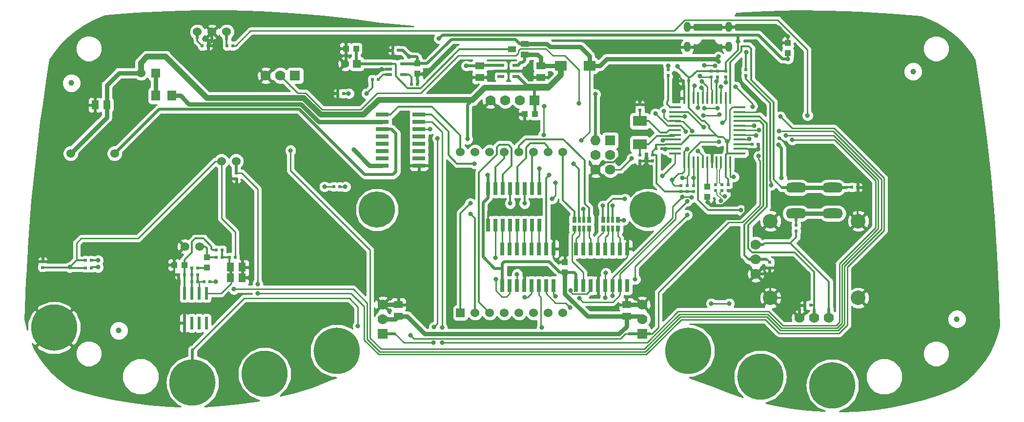
<source format=gbr>
G04 #@! TF.GenerationSoftware,KiCad,Pcbnew,6.0.0-rc1-unknown-ff6a348~66~ubuntu18.04.1*
G04 #@! TF.CreationDate,2018-12-07T10:28:44+02:00
G04 #@! TF.ProjectId,eduArdu_Rev_B,65647541-7264-4755-9f52-65765f422e6b,rev?*
G04 #@! TF.SameCoordinates,Original*
G04 #@! TF.FileFunction,Copper,L2,Bot*
G04 #@! TF.FilePolarity,Positive*
%FSLAX46Y46*%
G04 Gerber Fmt 4.6, Leading zero omitted, Abs format (unit mm)*
G04 Created by KiCad (PCBNEW 6.0.0-rc1-unknown-ff6a348~66~ubuntu18.04.1) date  7.12.2018 (пт) 10:28:44 EET*
%MOMM*%
%LPD*%
G01*
G04 APERTURE LIST*
G04 #@! TA.AperFunction,ComponentPad*
%ADD10R,1.524000X1.524000*%
G04 #@! TD*
G04 #@! TA.AperFunction,ComponentPad*
%ADD11C,1.524000*%
G04 #@! TD*
G04 #@! TA.AperFunction,SMDPad,CuDef*
%ADD12R,1.270000X1.524000*%
G04 #@! TD*
G04 #@! TA.AperFunction,SMDPad,CuDef*
%ADD13R,1.524000X1.270000*%
G04 #@! TD*
G04 #@! TA.AperFunction,SMDPad,CuDef*
%ADD14R,1.016000X1.016000*%
G04 #@! TD*
G04 #@! TA.AperFunction,SMDPad,CuDef*
%ADD15R,0.550000X0.500000*%
G04 #@! TD*
G04 #@! TA.AperFunction,ComponentPad*
%ADD16C,1.200000*%
G04 #@! TD*
G04 #@! TA.AperFunction,ComponentPad*
%ADD17C,8.000000*%
G04 #@! TD*
G04 #@! TA.AperFunction,ComponentPad*
%ADD18C,1.400000*%
G04 #@! TD*
G04 #@! TA.AperFunction,ComponentPad*
%ADD19R,1.400000X1.400000*%
G04 #@! TD*
G04 #@! TA.AperFunction,ComponentPad*
%ADD20C,6.300000*%
G04 #@! TD*
G04 #@! TA.AperFunction,ComponentPad*
%ADD21C,1.778000*%
G04 #@! TD*
G04 #@! TA.AperFunction,ComponentPad*
%ADD22R,1.778000X1.778000*%
G04 #@! TD*
G04 #@! TA.AperFunction,SMDPad,CuDef*
%ADD23R,0.600000X2.200000*%
G04 #@! TD*
G04 #@! TA.AperFunction,SMDPad,CuDef*
%ADD24R,0.500000X0.550000*%
G04 #@! TD*
G04 #@! TA.AperFunction,ComponentPad*
%ADD25O,1.200000X1.800000*%
G04 #@! TD*
G04 #@! TA.AperFunction,SMDPad,CuDef*
%ADD26R,1.200000X0.550000*%
G04 #@! TD*
G04 #@! TA.AperFunction,SMDPad,CuDef*
%ADD27R,1.524000X1.778000*%
G04 #@! TD*
G04 #@! TA.AperFunction,SMDPad,CuDef*
%ADD28R,1.400000X1.000000*%
G04 #@! TD*
G04 #@! TA.AperFunction,SMDPad,CuDef*
%ADD29R,2.000000X1.700000*%
G04 #@! TD*
G04 #@! TA.AperFunction,SMDPad,CuDef*
%ADD30R,0.508000X1.016000*%
G04 #@! TD*
G04 #@! TA.AperFunction,SMDPad,CuDef*
%ADD31R,0.762000X1.016000*%
G04 #@! TD*
G04 #@! TA.AperFunction,SMDPad,CuDef*
%ADD32R,0.700000X2.200000*%
G04 #@! TD*
G04 #@! TA.AperFunction,SMDPad,CuDef*
%ADD33R,2.200000X0.700000*%
G04 #@! TD*
G04 #@! TA.AperFunction,SMDPad,CuDef*
%ADD34R,0.400000X2.000000*%
G04 #@! TD*
G04 #@! TA.AperFunction,SMDPad,CuDef*
%ADD35R,2.000000X0.400000*%
G04 #@! TD*
G04 #@! TA.AperFunction,SMDPad,CuDef*
%ADD36R,2.397760X1.798320*%
G04 #@! TD*
G04 #@! TA.AperFunction,ComponentPad*
%ADD37O,3.556000X1.778000*%
G04 #@! TD*
G04 #@! TA.AperFunction,ComponentPad*
%ADD38C,2.540000*%
G04 #@! TD*
G04 #@! TA.AperFunction,ComponentPad*
%ADD39O,1.778000X1.778000*%
G04 #@! TD*
G04 #@! TA.AperFunction,ConnectorPad*
%ADD40C,1.000000*%
G04 #@! TD*
G04 #@! TA.AperFunction,ViaPad*
%ADD41C,0.800000*%
G04 #@! TD*
G04 #@! TA.AperFunction,Conductor*
%ADD42C,0.355600*%
G04 #@! TD*
G04 #@! TA.AperFunction,Conductor*
%ADD43C,0.508000*%
G04 #@! TD*
G04 #@! TA.AperFunction,Conductor*
%ADD44C,0.762000*%
G04 #@! TD*
G04 #@! TA.AperFunction,Conductor*
%ADD45C,0.254000*%
G04 #@! TD*
G04 #@! TA.AperFunction,Conductor*
%ADD46C,1.016000*%
G04 #@! TD*
G04 #@! TA.AperFunction,Conductor*
%ADD47C,0.250000*%
G04 #@! TD*
G04 #@! TA.AperFunction,Conductor*
%ADD48C,0.200000*%
G04 #@! TD*
G04 APERTURE END LIST*
D10*
G04 #@! TO.P,LED7,1*
G04 #@! TO.N,Net-(LED7-Pad1)*
X67610000Y-29240000D03*
D11*
G04 #@! TO.P,LED7,2*
G04 #@! TO.N,LEDMVDD*
X65070000Y-29240000D03*
G04 #@! TD*
G04 #@! TO.P,U9,16*
G04 #@! TO.N,/Led Matrice 8x8/C8*
X120480000Y-42980000D03*
G04 #@! TO.P,U9,15*
G04 #@! TO.N,/Led Matrice 8x8/C7*
X123020000Y-42980000D03*
G04 #@! TO.P,U9,14*
G04 #@! TO.N,/Led Matrice 8x8/R2*
X125560000Y-42980000D03*
G04 #@! TO.P,U9,13*
G04 #@! TO.N,/Led Matrice 8x8/C1*
X128100000Y-42980000D03*
G04 #@! TO.P,U9,12*
G04 #@! TO.N,/Led Matrice 8x8/R4*
X130640000Y-42980000D03*
G04 #@! TO.P,U9,11*
G04 #@! TO.N,/Led Matrice 8x8/C6*
X133180000Y-42980000D03*
G04 #@! TO.P,U9,10*
G04 #@! TO.N,/Led Matrice 8x8/C4*
X135720000Y-42980000D03*
G04 #@! TO.P,U9,9*
G04 #@! TO.N,/Led Matrice 8x8/R1*
X138260000Y-42980000D03*
G04 #@! TO.P,U9,8*
G04 #@! TO.N,/Led Matrice 8x8/R3*
X138260000Y-70920000D03*
G04 #@! TO.P,U9,7*
G04 #@! TO.N,/Led Matrice 8x8/R6*
X135720000Y-70920000D03*
G04 #@! TO.P,U9,6*
G04 #@! TO.N,/Led Matrice 8x8/C5*
X133180000Y-70920000D03*
G04 #@! TO.P,U9,5*
G04 #@! TO.N,/Led Matrice 8x8/R8*
X130640000Y-70920000D03*
G04 #@! TO.P,U9,4*
G04 #@! TO.N,/Led Matrice 8x8/C3*
X128100000Y-70920000D03*
G04 #@! TO.P,U9,3*
G04 #@! TO.N,/Led Matrice 8x8/C2*
X125560000Y-70920000D03*
G04 #@! TO.P,U9,2*
G04 #@! TO.N,/Led Matrice 8x8/R7*
X123020000Y-70920000D03*
D10*
G04 #@! TO.P,U9,1*
G04 #@! TO.N,/Led Matrice 8x8/R5*
X120480000Y-70920000D03*
G04 #@! TD*
D12*
G04 #@! TO.P,C26,2*
G04 #@! TO.N,GND*
X57084000Y-34800000D03*
G04 #@! TO.P,C26,1*
G04 #@! TO.N,LEDMVDD*
X59116000Y-34800000D03*
G04 #@! TD*
G04 #@! TO.P,C17,2*
G04 #@! TO.N,Net-(C17-Pad2)*
X80584000Y-63000000D03*
G04 #@! TO.P,C17,1*
G04 #@! TO.N,GND*
X82616000Y-63000000D03*
G04 #@! TD*
G04 #@! TO.P,C24,2*
G04 #@! TO.N,Net-(C17-Pad2)*
X80584000Y-64800000D03*
G04 #@! TO.P,C24,1*
G04 #@! TO.N,GND*
X82616000Y-64800000D03*
G04 #@! TD*
D13*
G04 #@! TO.P,C25,2*
G04 #@! TO.N,GND*
X149300000Y-69484000D03*
G04 #@! TO.P,C25,1*
G04 #@! TO.N,LEDMVDD*
X149300000Y-71516000D03*
G04 #@! TD*
D14*
G04 #@! TO.P,C22,2*
G04 #@! TO.N,GND*
X138600000Y-62111000D03*
G04 #@! TO.P,C22,1*
G04 #@! TO.N,LEDMVDD*
X138600000Y-63889000D03*
G04 #@! TD*
G04 #@! TO.P,C16,2*
G04 #@! TO.N,Net-(C16-Pad2)*
X76500000Y-61311000D03*
G04 #@! TO.P,C16,1*
G04 #@! TO.N,Net-(C16-Pad1)*
X76500000Y-63089000D03*
G04 #@! TD*
D15*
G04 #@! TO.P,R31,2*
G04 #@! TO.N,/A5*
X166500000Y-29908000D03*
G04 #@! TO.P,R31,1*
G04 #@! TO.N,+3.3VD*
X166500000Y-28892000D03*
G04 #@! TD*
G04 #@! TO.P,R30,2*
G04 #@! TO.N,/D10*
X165100000Y-29908000D03*
G04 #@! TO.P,R30,1*
G04 #@! TO.N,+3.3VD*
X165100000Y-28892000D03*
G04 #@! TD*
G04 #@! TO.P,R29,2*
G04 #@! TO.N,/D9*
X164000000Y-29908000D03*
G04 #@! TO.P,R29,1*
G04 #@! TO.N,+3.3VD*
X164000000Y-28892000D03*
G04 #@! TD*
G04 #@! TO.P,R28,2*
G04 #@! TO.N,/MISO*
X158700000Y-48792000D03*
G04 #@! TO.P,R28,1*
G04 #@! TO.N,+3.3VD*
X158700000Y-49808000D03*
G04 #@! TD*
G04 #@! TO.P,R27,2*
G04 #@! TO.N,LEDMDATA*
X159800000Y-48792000D03*
G04 #@! TO.P,R27,1*
G04 #@! TO.N,+3.3VD*
X159800000Y-49808000D03*
G04 #@! TD*
G04 #@! TO.P,R26,2*
G04 #@! TO.N,LEDMSCK*
X160900000Y-48792000D03*
G04 #@! TO.P,R26,1*
G04 #@! TO.N,+3.3VD*
X160900000Y-49808000D03*
G04 #@! TD*
D16*
G04 #@! TO.P,CC7,1*
G04 #@! TO.N,/MISO*
X156587000Y-77500000D03*
X163413000Y-77500000D03*
X162400000Y-79900000D03*
X157600000Y-79900000D03*
X162400000Y-75100000D03*
X157600000Y-75100000D03*
X160000000Y-80913000D03*
X160000000Y-74087000D03*
D17*
X160000000Y-77500000D03*
G04 #@! TD*
D16*
G04 #@! TO.P,CC6,1*
G04 #@! TO.N,LEDMDATA*
X181587000Y-83500000D03*
X188413000Y-83500000D03*
X187400000Y-85900000D03*
X182600000Y-85900000D03*
X187400000Y-81100000D03*
X182600000Y-81100000D03*
X185000000Y-86913000D03*
X185000000Y-80087000D03*
D17*
X185000000Y-83500000D03*
G04 #@! TD*
D16*
G04 #@! TO.P,CC5,1*
G04 #@! TO.N,LEDMSCK*
X169087000Y-82000000D03*
X175913000Y-82000000D03*
X174900000Y-84400000D03*
X170100000Y-84400000D03*
X174900000Y-79600000D03*
X170100000Y-79600000D03*
X172500000Y-85413000D03*
X172500000Y-78587000D03*
D17*
X172500000Y-82000000D03*
G04 #@! TD*
D16*
G04 #@! TO.P,CC4,1*
G04 #@! TO.N,GND*
X46587000Y-73500000D03*
X53413000Y-73500000D03*
X52400000Y-75900000D03*
X47600000Y-75900000D03*
X52400000Y-71100000D03*
X47600000Y-71100000D03*
X50000000Y-76913000D03*
X50000000Y-70087000D03*
D17*
X50000000Y-73500000D03*
G04 #@! TD*
D16*
G04 #@! TO.P,CC3,1*
G04 #@! TO.N,/A5*
X95587000Y-77500000D03*
X102413000Y-77500000D03*
X101400000Y-79900000D03*
X96600000Y-79900000D03*
X101400000Y-75100000D03*
X96600000Y-75100000D03*
X99000000Y-80913000D03*
X99000000Y-74087000D03*
D17*
X99000000Y-77500000D03*
G04 #@! TD*
D16*
G04 #@! TO.P,CC2,1*
G04 #@! TO.N,/D10*
X83087000Y-81500000D03*
X89913000Y-81500000D03*
X88900000Y-83900000D03*
X84100000Y-83900000D03*
X88900000Y-79100000D03*
X84100000Y-79100000D03*
X86500000Y-84913000D03*
X86500000Y-78087000D03*
D17*
X86500000Y-81500000D03*
G04 #@! TD*
D16*
G04 #@! TO.P,CC1,1*
G04 #@! TO.N,/D9*
X70587000Y-83000000D03*
X77413000Y-83000000D03*
X76400000Y-85400000D03*
X71600000Y-85400000D03*
X76400000Y-80600000D03*
X71600000Y-80600000D03*
X74000000Y-86413000D03*
X74000000Y-79587000D03*
D17*
X74000000Y-83000000D03*
G04 #@! TD*
D14*
G04 #@! TO.P,C23,2*
G04 #@! TO.N,GND*
X70811000Y-62600000D03*
G04 #@! TO.P,C23,1*
G04 #@! TO.N,Net-(C23-Pad1)*
X72589000Y-62600000D03*
G04 #@! TD*
D18*
G04 #@! TO.P,BAT_CON1,2*
G04 #@! TO.N,GND*
X100496700Y-27654680D03*
D19*
G04 #@! TO.P,BAT_CON1,1*
G04 #@! TO.N,Net-(BAT_CON1-Pad1)*
X102508380Y-27652140D03*
G04 #@! TD*
D20*
G04 #@! TO.P,MountingHoleShield\002A\002A,GND1*
G04 #@! TO.N,N/C*
X106000000Y-53000000D03*
D16*
X106000000Y-50587000D03*
X106000000Y-55413000D03*
X104349000Y-51349000D03*
X107651000Y-51349000D03*
X104349000Y-54778000D03*
X107651000Y-54651000D03*
X108413000Y-53000000D03*
X103587000Y-53000000D03*
G04 #@! TD*
D21*
G04 #@! TO.P,PIR1,3*
G04 #@! TO.N,GND*
X86710000Y-29700000D03*
G04 #@! TO.P,PIR1,2*
G04 #@! TO.N,/D5*
X89250000Y-29700000D03*
D22*
G04 #@! TO.P,PIR1,1*
G04 #@! TO.N,+3.3VD*
X91790000Y-29700000D03*
G04 #@! TD*
D11*
G04 #@! TO.P,U3,3*
G04 #@! TO.N,+3.3VD*
X74850000Y-22110000D03*
G04 #@! TO.P,U3,2*
G04 #@! TO.N,GND*
X77390000Y-22110000D03*
G04 #@! TO.P,U3,1*
G04 #@! TO.N,Net-(R19-Pad2)*
X79930000Y-22110000D03*
G04 #@! TD*
D23*
G04 #@! TO.P,U10,8*
G04 #@! TO.N,Net-(C17-Pad2)*
X76405000Y-67500000D03*
G04 #@! TO.P,U10,7*
G04 #@! TO.N,Net-(C21-Pad2)*
X75135000Y-67500000D03*
G04 #@! TO.P,U10,6*
G04 #@! TO.N,Net-(C21-Pad1)*
X73865000Y-67500000D03*
G04 #@! TO.P,U10,5*
G04 #@! TO.N,Net-(C23-Pad1)*
X72595000Y-67500000D03*
G04 #@! TO.P,U10,4*
G04 #@! TO.N,GND*
X72595000Y-72700000D03*
G04 #@! TO.P,U10,3*
G04 #@! TO.N,N/C*
X73865000Y-72700000D03*
G04 #@! TO.P,U10,2*
X75135000Y-72700000D03*
G04 #@! TO.P,U10,1*
X76405000Y-72700000D03*
G04 #@! TD*
D15*
G04 #@! TO.P,R18,2*
G04 #@! TO.N,GND*
X81600000Y-47608000D03*
G04 #@! TO.P,R18,1*
G04 #@! TO.N,/A2*
X81600000Y-46592000D03*
G04 #@! TD*
D24*
G04 #@! TO.P,R17,2*
G04 #@! TO.N,Net-(C21-Pad2)*
X75992000Y-65500000D03*
G04 #@! TO.P,R17,1*
G04 #@! TO.N,/A3*
X77008000Y-65500000D03*
G04 #@! TD*
G04 #@! TO.P,R16,2*
G04 #@! TO.N,Net-(C21-Pad1)*
X73884000Y-64300000D03*
G04 #@! TO.P,R16,1*
G04 #@! TO.N,Net-(C21-Pad2)*
X74900000Y-64300000D03*
G04 #@! TD*
G04 #@! TO.P,R15,2*
G04 #@! TO.N,Net-(C16-Pad1)*
X74908000Y-63100000D03*
G04 #@! TO.P,R15,1*
G04 #@! TO.N,Net-(C21-Pad1)*
X73892000Y-63100000D03*
G04 #@! TD*
D11*
G04 #@! TO.P,R7,2*
G04 #@! TO.N,/A2*
X81570000Y-44580000D03*
G04 #@! TO.P,R7,1*
G04 #@! TO.N,+3.3VD*
X79030000Y-44580000D03*
G04 #@! TD*
D25*
G04 #@! TO.P,USB1,0*
G04 #@! TO.N,GND*
X167000000Y-21250000D03*
X167000000Y-24720000D03*
X159800000Y-24720000D03*
X159800000Y-21250000D03*
G04 #@! TD*
D26*
G04 #@! TO.P,VR1,1*
G04 #@! TO.N,LEDMVDD*
X130100000Y-27950000D03*
G04 #@! TO.P,VR1,2*
G04 #@! TO.N,GND*
X130100000Y-28900000D03*
G04 #@! TO.P,VR1,3*
G04 #@! TO.N,LEDMVDD*
X130100000Y-29850000D03*
G04 #@! TO.P,VR1,5*
G04 #@! TO.N,+3.3VD*
X127500000Y-27950000D03*
G04 #@! TO.P,VR1,4*
G04 #@! TO.N,N/C*
X127500000Y-29850000D03*
G04 #@! TD*
G04 #@! TO.P,U1,1*
G04 #@! TO.N,Net-(R9-Pad1)*
X108000000Y-29550000D03*
G04 #@! TO.P,U1,2*
G04 #@! TO.N,GND*
X108000000Y-28600000D03*
G04 #@! TO.P,U1,3*
G04 #@! TO.N,Net-(BAT_CON1-Pad1)*
X108000000Y-27650000D03*
G04 #@! TO.P,U1,5*
G04 #@! TO.N,Net-(R10-Pad2)*
X110600000Y-29550000D03*
G04 #@! TO.P,U1,4*
G04 #@! TO.N,/VBUS*
X110600000Y-27650000D03*
G04 #@! TD*
D24*
G04 #@! TO.P,R25,2*
G04 #@! TO.N,GND*
X71592000Y-64300000D03*
G04 #@! TO.P,R25,1*
G04 #@! TO.N,Net-(C23-Pad1)*
X72608000Y-64300000D03*
G04 #@! TD*
G04 #@! TO.P,R24,2*
G04 #@! TO.N,Net-(C23-Pad1)*
X78092000Y-60000000D03*
G04 #@! TO.P,R24,1*
G04 #@! TO.N,Net-(C17-Pad2)*
X79108000Y-60000000D03*
G04 #@! TD*
G04 #@! TO.P,R23,2*
G04 #@! TO.N,Net-(C16-Pad2)*
X78092000Y-61300000D03*
G04 #@! TO.P,R23,1*
G04 #@! TO.N,Net-(C17-Pad2)*
X79108000Y-61300000D03*
G04 #@! TD*
G04 #@! TO.P,R22,2*
G04 #@! TO.N,GND*
X108692000Y-25300000D03*
G04 #@! TO.P,R22,1*
G04 #@! TO.N,/VBUS*
X109708000Y-25300000D03*
G04 #@! TD*
G04 #@! TO.P,R21,2*
G04 #@! TO.N,+3.3VD*
X55392000Y-61800000D03*
G04 #@! TO.P,R21,1*
G04 #@! TO.N,/D3*
X56408000Y-61800000D03*
G04 #@! TD*
G04 #@! TO.P,R20,2*
G04 #@! TO.N,+3.3VD*
X55400000Y-63100000D03*
G04 #@! TO.P,R20,1*
G04 #@! TO.N,/D2*
X56416000Y-63100000D03*
G04 #@! TD*
G04 #@! TO.P,R19,2*
G04 #@! TO.N,Net-(R19-Pad2)*
X79992000Y-24500000D03*
G04 #@! TO.P,R19,1*
G04 #@! TO.N,/D7*
X81008000Y-24500000D03*
G04 #@! TD*
D15*
G04 #@! TO.P,R14,2*
G04 #@! TO.N,+3.3VD*
X178700000Y-56708000D03*
G04 #@! TO.P,R14,1*
G04 #@! TO.N,Net-(JS1-Pad8)*
X178700000Y-55692000D03*
G04 #@! TD*
D27*
G04 #@! TO.P,R13,2*
G04 #@! TO.N,Net-(LED7-Pad1)*
X67603000Y-33200000D03*
G04 #@! TO.P,R13,1*
G04 #@! TO.N,IRLED*
X70397000Y-33200000D03*
G04 #@! TD*
D24*
G04 #@! TO.P,R12,2*
G04 #@! TO.N,+3.3VD*
X81408000Y-61300000D03*
G04 #@! TO.P,R12,1*
G04 #@! TO.N,Net-(C17-Pad2)*
X80392000Y-61300000D03*
G04 #@! TD*
G04 #@! TO.P,R11,2*
G04 #@! TO.N,/HWB*
X188392000Y-49100000D03*
G04 #@! TO.P,R11,1*
G04 #@! TO.N,GND*
X189408000Y-49100000D03*
G04 #@! TD*
G04 #@! TO.P,R10,2*
G04 #@! TO.N,Net-(R10-Pad2)*
X111992000Y-31200000D03*
G04 #@! TO.P,R10,1*
G04 #@! TO.N,GND*
X113008000Y-31200000D03*
G04 #@! TD*
G04 #@! TO.P,R9,2*
G04 #@! TO.N,Net-(LED6-Pad1)*
X105192000Y-30400000D03*
G04 #@! TO.P,R9,1*
G04 #@! TO.N,Net-(R9-Pad1)*
X106208000Y-30400000D03*
G04 #@! TD*
G04 #@! TO.P,R8,2*
G04 #@! TO.N,+3.3VD*
X154392000Y-42400000D03*
G04 #@! TO.P,R8,1*
G04 #@! TO.N,RESET*
X155408000Y-42400000D03*
G04 #@! TD*
D15*
G04 #@! TO.P,R6,2*
G04 #@! TO.N,/D_P*
X164700000Y-49708000D03*
G04 #@! TO.P,R6,1*
G04 #@! TO.N,/USB_P*
X164700000Y-48692000D03*
G04 #@! TD*
G04 #@! TO.P,R5,2*
G04 #@! TO.N,/D_N*
X165800000Y-49708000D03*
G04 #@! TO.P,R5,1*
G04 #@! TO.N,/USB_N*
X165800000Y-48692000D03*
G04 #@! TD*
D24*
G04 #@! TO.P,R4,2*
G04 #@! TO.N,Net-(LED4-Pad2)*
X98492000Y-49000000D03*
G04 #@! TO.P,R4,1*
G04 #@! TO.N,/D12*
X99508000Y-49000000D03*
G04 #@! TD*
G04 #@! TO.P,R3,2*
G04 #@! TO.N,Net-(LED3-Pad1)*
X100208000Y-32800000D03*
G04 #@! TO.P,R3,1*
G04 #@! TO.N,GND*
X99192000Y-32800000D03*
G04 #@! TD*
D15*
G04 #@! TO.P,R2,2*
G04 #@! TO.N,Net-(LED2-Pad1)*
X156500000Y-28692000D03*
G04 #@! TO.P,R2,1*
G04 #@! TO.N,/TXLED*
X156500000Y-29708000D03*
G04 #@! TD*
G04 #@! TO.P,R1,2*
G04 #@! TO.N,Net-(LED1-Pad1)*
X170000000Y-28692000D03*
G04 #@! TO.P,R1,1*
G04 #@! TO.N,/RXLED*
X170000000Y-29708000D03*
G04 #@! TD*
D28*
G04 #@! TO.P,FET1,3*
G04 #@! TO.N,Net-(BAT_CON1-Pad1)*
X129397640Y-25097460D03*
G04 #@! TO.P,FET1,2*
G04 #@! TO.N,LEDMVDD*
X131607440Y-26052500D03*
G04 #@! TO.P,FET1,1*
G04 #@! TO.N,/VBUS*
X131607440Y-24150040D03*
G04 #@! TD*
D29*
G04 #@! TO.P,D1,1*
G04 #@! TO.N,LEDMVDD*
X137900000Y-28000000D03*
G04 #@! TO.P,D1,2*
G04 #@! TO.N,/VBUS*
X142900000Y-28000000D03*
G04 #@! TD*
D24*
G04 #@! TO.P,C21,2*
G04 #@! TO.N,Net-(C21-Pad2)*
X74908000Y-65500000D03*
G04 #@! TO.P,C21,1*
G04 #@! TO.N,Net-(C21-Pad1)*
X73892000Y-65500000D03*
G04 #@! TD*
D15*
G04 #@! TO.P,C20,2*
G04 #@! TO.N,+3.3VD*
X48000000Y-63008000D03*
G04 #@! TO.P,C20,1*
G04 #@! TO.N,GND*
X48000000Y-61992000D03*
G04 #@! TD*
D24*
G04 #@! TO.P,C19,2*
G04 #@! TO.N,+3.3VD*
X75692000Y-24500000D03*
G04 #@! TO.P,C19,1*
G04 #@! TO.N,GND*
X76708000Y-24500000D03*
G04 #@! TD*
D13*
G04 #@! TO.P,C18,2*
G04 #@! TO.N,LEDMVDD*
X109700000Y-71516000D03*
G04 #@! TO.P,C18,1*
G04 #@! TO.N,GND*
X109700000Y-69484000D03*
G04 #@! TD*
D24*
G04 #@! TO.P,C15,2*
G04 #@! TO.N,GND*
X180192000Y-69600000D03*
G04 #@! TO.P,C15,1*
G04 #@! TO.N,/A0*
X181208000Y-69600000D03*
G04 #@! TD*
D15*
G04 #@! TO.P,C14,2*
G04 #@! TO.N,GND*
X174100000Y-63108000D03*
G04 #@! TO.P,C14,1*
G04 #@! TO.N,/A1*
X174100000Y-62092000D03*
G04 #@! TD*
D14*
G04 #@! TO.P,C13,2*
G04 #@! TO.N,GND*
X131611000Y-36400000D03*
G04 #@! TO.P,C13,1*
G04 #@! TO.N,LEDMVDD*
X133389000Y-36400000D03*
G04 #@! TD*
D13*
G04 #@! TO.P,C12,2*
G04 #@! TO.N,GND*
X123800000Y-30016000D03*
G04 #@! TO.P,C12,1*
G04 #@! TO.N,+3.3VD*
X123800000Y-27984000D03*
G04 #@! TD*
G04 #@! TO.P,C11,2*
G04 #@! TO.N,GND*
X134400000Y-30016000D03*
G04 #@! TO.P,C11,1*
G04 #@! TO.N,LEDMVDD*
X134400000Y-27984000D03*
G04 #@! TD*
D24*
G04 #@! TO.P,C10,2*
G04 #@! TO.N,GND*
X159092000Y-30600000D03*
G04 #@! TO.P,C10,1*
G04 #@! TO.N,+3.3VD*
X160108000Y-30600000D03*
G04 #@! TD*
D15*
G04 #@! TO.P,C9,2*
G04 #@! TO.N,GND*
X153800000Y-44508000D03*
G04 #@! TO.P,C9,1*
G04 #@! TO.N,+3.3VD*
X153800000Y-43492000D03*
G04 #@! TD*
G04 #@! TO.P,C8,2*
G04 #@! TO.N,GND*
X166900000Y-49708000D03*
G04 #@! TO.P,C8,1*
G04 #@! TO.N,+3.3VD*
X166900000Y-48692000D03*
G04 #@! TD*
D14*
G04 #@! TO.P,C7,2*
G04 #@! TO.N,GND*
X100611000Y-25000000D03*
G04 #@! TO.P,C7,1*
G04 #@! TO.N,Net-(BAT_CON1-Pad1)*
X102389000Y-25000000D03*
G04 #@! TD*
G04 #@! TO.P,C6,2*
G04 #@! TO.N,GND*
X163300000Y-50789000D03*
G04 #@! TO.P,C6,1*
G04 #@! TO.N,Net-(C6-Pad1)*
X163300000Y-49011000D03*
G04 #@! TD*
D24*
G04 #@! TO.P,C5,2*
G04 #@! TO.N,GND*
X172108000Y-41600000D03*
G04 #@! TO.P,C5,1*
G04 #@! TO.N,/AREF*
X171092000Y-41600000D03*
G04 #@! TD*
D15*
G04 #@! TO.P,C4,2*
G04 #@! TO.N,Net-(C4-Pad2)*
X151600000Y-43492000D03*
G04 #@! TO.P,C4,1*
G04 #@! TO.N,GND*
X151600000Y-44508000D03*
G04 #@! TD*
G04 #@! TO.P,C3,2*
G04 #@! TO.N,Net-(C3-Pad2)*
X151600000Y-35708000D03*
G04 #@! TO.P,C3,1*
G04 #@! TO.N,GND*
X151600000Y-34692000D03*
G04 #@! TD*
D14*
G04 #@! TO.P,C2,2*
G04 #@! TO.N,GND*
X113000000Y-29389000D03*
G04 #@! TO.P,C2,1*
G04 #@! TO.N,/VBUS*
X113000000Y-27611000D03*
G04 #@! TD*
G04 #@! TO.P,C1,2*
G04 #@! TO.N,+3.3VD*
X177300000Y-25789000D03*
G04 #@! TO.P,C1,1*
G04 #@! TO.N,GND*
X177300000Y-24011000D03*
G04 #@! TD*
D30*
G04 #@! TO.P,RM2,3*
G04 #@! TO.N,Net-(RM2-Pad3)*
X146119000Y-56262000D03*
G04 #@! TO.P,RM2,2*
G04 #@! TO.N,Net-(RM2-Pad2)*
X146881000Y-56262000D03*
G04 #@! TO.P,RM2,6*
G04 #@! TO.N,/Led Matrice 8x8/R6*
X146119000Y-54738000D03*
G04 #@! TO.P,RM2,7*
G04 #@! TO.N,/Led Matrice 8x8/R7*
X146881000Y-54738000D03*
D31*
G04 #@! TO.P,RM2,4*
G04 #@! TO.N,Net-(RM2-Pad4)*
X145230000Y-56262000D03*
G04 #@! TO.P,RM2,5*
G04 #@! TO.N,/Led Matrice 8x8/R5*
X145230000Y-54738000D03*
G04 #@! TO.P,RM2,1*
G04 #@! TO.N,Net-(RM2-Pad1)*
X147770000Y-56262000D03*
G04 #@! TO.P,RM2,8*
G04 #@! TO.N,/Led Matrice 8x8/R8*
X147770000Y-54738000D03*
G04 #@! TD*
D30*
G04 #@! TO.P,RM1,3*
G04 #@! TO.N,Net-(RM1-Pad3)*
X141119000Y-56262000D03*
G04 #@! TO.P,RM1,2*
G04 #@! TO.N,Net-(RM1-Pad2)*
X141881000Y-56262000D03*
G04 #@! TO.P,RM1,6*
G04 #@! TO.N,/Led Matrice 8x8/R2*
X141119000Y-54738000D03*
G04 #@! TO.P,RM1,7*
G04 #@! TO.N,/Led Matrice 8x8/R3*
X141881000Y-54738000D03*
D31*
G04 #@! TO.P,RM1,4*
G04 #@! TO.N,Net-(RM1-Pad4)*
X140230000Y-56262000D03*
G04 #@! TO.P,RM1,5*
G04 #@! TO.N,/Led Matrice 8x8/R1*
X140230000Y-54738000D03*
G04 #@! TO.P,RM1,1*
G04 #@! TO.N,Net-(RM1-Pad1)*
X142770000Y-56262000D03*
G04 #@! TO.P,RM1,8*
G04 #@! TO.N,/Led Matrice 8x8/R4*
X142770000Y-54738000D03*
G04 #@! TD*
D32*
G04 #@! TO.P,U7,16*
G04 #@! TO.N,/Led Matrice 8x8/C7*
X134145000Y-49325000D03*
G04 #@! TO.P,U7,15*
G04 #@! TO.N,/Led Matrice 8x8/C6*
X132875000Y-49325000D03*
G04 #@! TO.P,U7,14*
G04 #@! TO.N,/Led Matrice 8x8/C5*
X131605000Y-49325000D03*
G04 #@! TO.P,U7,13*
G04 #@! TO.N,/Led Matrice 8x8/C4*
X130335000Y-49325000D03*
G04 #@! TO.P,U7,12*
G04 #@! TO.N,/Led Matrice 8x8/C3*
X129065000Y-49325000D03*
G04 #@! TO.P,U7,11*
G04 #@! TO.N,/Led Matrice 8x8/C2*
X127795000Y-49325000D03*
G04 #@! TO.P,U7,10*
G04 #@! TO.N,/Led Matrice 8x8/C1*
X126525000Y-49325000D03*
G04 #@! TO.P,U7,9*
G04 #@! TO.N,LEDMVDD*
X125255000Y-49325000D03*
G04 #@! TO.P,U7,8*
G04 #@! TO.N,GND*
X125255000Y-55675000D03*
G04 #@! TO.P,U7,7*
G04 #@! TO.N,Net-(U5-Pad15)*
X126525000Y-55675000D03*
G04 #@! TO.P,U7,6*
G04 #@! TO.N,Net-(U5-Pad1)*
X127795000Y-55675000D03*
G04 #@! TO.P,U7,5*
G04 #@! TO.N,Net-(U5-Pad2)*
X129065000Y-55675000D03*
G04 #@! TO.P,U7,4*
G04 #@! TO.N,Net-(U5-Pad3)*
X130335000Y-55675000D03*
G04 #@! TO.P,U7,3*
G04 #@! TO.N,Net-(U5-Pad4)*
X131605000Y-55675000D03*
G04 #@! TO.P,U7,2*
G04 #@! TO.N,Net-(U5-Pad5)*
X132875000Y-55675000D03*
G04 #@! TO.P,U7,1*
G04 #@! TO.N,Net-(U5-Pad6)*
X134145000Y-55675000D03*
G04 #@! TD*
G04 #@! TO.P,U5,16*
G04 #@! TO.N,LEDMVDD*
X127755000Y-66175000D03*
G04 #@! TO.P,U5,15*
G04 #@! TO.N,Net-(U5-Pad15)*
X129025000Y-66175000D03*
G04 #@! TO.P,U5,14*
G04 #@! TO.N,LEDMDATA*
X130295000Y-66175000D03*
G04 #@! TO.P,U5,13*
G04 #@! TO.N,GND*
X131565000Y-66175000D03*
G04 #@! TO.P,U5,12*
G04 #@! TO.N,LEDMLATCH*
X132835000Y-66175000D03*
G04 #@! TO.P,U5,11*
G04 #@! TO.N,LEDMSCK*
X134105000Y-66175000D03*
G04 #@! TO.P,U5,10*
G04 #@! TO.N,RESET*
X135375000Y-66175000D03*
G04 #@! TO.P,U5,9*
G04 #@! TO.N,Net-(U5-Pad9)*
X136645000Y-66175000D03*
G04 #@! TO.P,U5,8*
G04 #@! TO.N,GND*
X136645000Y-59825000D03*
G04 #@! TO.P,U5,7*
G04 #@! TO.N,Net-(U5-Pad7)*
X135375000Y-59825000D03*
G04 #@! TO.P,U5,6*
G04 #@! TO.N,Net-(U5-Pad6)*
X134105000Y-59825000D03*
G04 #@! TO.P,U5,5*
G04 #@! TO.N,Net-(U5-Pad5)*
X132835000Y-59825000D03*
G04 #@! TO.P,U5,4*
G04 #@! TO.N,Net-(U5-Pad4)*
X131565000Y-59825000D03*
G04 #@! TO.P,U5,3*
G04 #@! TO.N,Net-(U5-Pad3)*
X130295000Y-59825000D03*
G04 #@! TO.P,U5,2*
G04 #@! TO.N,Net-(U5-Pad2)*
X129025000Y-59825000D03*
G04 #@! TO.P,U5,1*
G04 #@! TO.N,Net-(U5-Pad1)*
X127755000Y-59825000D03*
G04 #@! TD*
G04 #@! TO.P,U6,16*
G04 #@! TO.N,LEDMVDD*
X140555000Y-66175000D03*
G04 #@! TO.P,U6,15*
G04 #@! TO.N,Net-(RM1-Pad4)*
X141825000Y-66175000D03*
G04 #@! TO.P,U6,14*
G04 #@! TO.N,Net-(U5-Pad9)*
X143095000Y-66175000D03*
G04 #@! TO.P,U6,13*
G04 #@! TO.N,GND*
X144365000Y-66175000D03*
G04 #@! TO.P,U6,12*
G04 #@! TO.N,LEDMLATCH*
X145635000Y-66175000D03*
G04 #@! TO.P,U6,11*
G04 #@! TO.N,LEDMSCK*
X146905000Y-66175000D03*
G04 #@! TO.P,U6,10*
G04 #@! TO.N,RESET*
X148175000Y-66175000D03*
G04 #@! TO.P,U6,9*
G04 #@! TO.N,Net-(U6-Pad9)*
X149445000Y-66175000D03*
G04 #@! TO.P,U6,8*
G04 #@! TO.N,GND*
X149445000Y-59825000D03*
G04 #@! TO.P,U6,7*
G04 #@! TO.N,Net-(RM2-Pad1)*
X148175000Y-59825000D03*
G04 #@! TO.P,U6,6*
G04 #@! TO.N,Net-(RM2-Pad2)*
X146905000Y-59825000D03*
G04 #@! TO.P,U6,5*
G04 #@! TO.N,Net-(RM2-Pad3)*
X145635000Y-59825000D03*
G04 #@! TO.P,U6,4*
G04 #@! TO.N,Net-(RM2-Pad4)*
X144365000Y-59825000D03*
G04 #@! TO.P,U6,3*
G04 #@! TO.N,Net-(RM1-Pad1)*
X143095000Y-59825000D03*
G04 #@! TO.P,U6,2*
G04 #@! TO.N,Net-(RM1-Pad2)*
X141825000Y-59825000D03*
G04 #@! TO.P,U6,1*
G04 #@! TO.N,Net-(RM1-Pad3)*
X140555000Y-59825000D03*
G04 #@! TD*
D33*
G04 #@! TO.P,U8,16*
G04 #@! TO.N,/Led Matrice 8x8/C8*
X106925000Y-36455000D03*
G04 #@! TO.P,U8,15*
G04 #@! TO.N,IRLED*
X106925000Y-37725000D03*
G04 #@! TO.P,U8,14*
G04 #@! TO.N,BUZZER*
X106925000Y-38995000D03*
G04 #@! TO.P,U8,13*
G04 #@! TO.N,Net-(U8-Pad13)*
X106925000Y-40265000D03*
G04 #@! TO.P,U8,12*
G04 #@! TO.N,Net-(U8-Pad12)*
X106925000Y-41535000D03*
G04 #@! TO.P,U8,11*
G04 #@! TO.N,Net-(U8-Pad11)*
X106925000Y-42805000D03*
G04 #@! TO.P,U8,10*
G04 #@! TO.N,Net-(U8-Pad10)*
X106925000Y-44075000D03*
G04 #@! TO.P,U8,9*
G04 #@! TO.N,LEDMVDD*
X106925000Y-45345000D03*
G04 #@! TO.P,U8,8*
G04 #@! TO.N,GND*
X113275000Y-45345000D03*
G04 #@! TO.P,U8,7*
G04 #@! TO.N,Net-(U8-Pad7)*
X113275000Y-44075000D03*
G04 #@! TO.P,U8,6*
G04 #@! TO.N,Net-(U8-Pad6)*
X113275000Y-42805000D03*
G04 #@! TO.P,U8,5*
G04 #@! TO.N,Net-(U8-Pad5)*
X113275000Y-41535000D03*
G04 #@! TO.P,U8,4*
G04 #@! TO.N,Net-(U8-Pad4)*
X113275000Y-40265000D03*
G04 #@! TO.P,U8,3*
G04 #@! TO.N,D6*
X113275000Y-38995000D03*
G04 #@! TO.P,U8,2*
G04 #@! TO.N,IRTX*
X113275000Y-37725000D03*
G04 #@! TO.P,U8,1*
G04 #@! TO.N,Net-(U5-Pad7)*
X113275000Y-36455000D03*
G04 #@! TD*
D22*
G04 #@! TO.P,USON1,1*
G04 #@! TO.N,LEDMVDD*
X133310000Y-34000000D03*
D21*
G04 #@! TO.P,USON1,2*
G04 #@! TO.N,/D8*
X130770000Y-34000000D03*
G04 #@! TO.P,USON1,3*
G04 #@! TO.N,/D4*
X128230000Y-34000000D03*
G04 #@! TO.P,USON1,4*
G04 #@! TO.N,GND*
X125690000Y-34000000D03*
G04 #@! TD*
G04 #@! TO.P,SERVO1,3*
G04 #@! TO.N,GND*
X107000000Y-69460000D03*
G04 #@! TO.P,SERVO1,2*
G04 #@! TO.N,LEDMVDD*
X107000000Y-72000000D03*
D22*
G04 #@! TO.P,SERVO1,1*
G04 #@! TO.N,/D9*
X107000000Y-74540000D03*
G04 #@! TD*
D34*
G04 #@! TO.P,U2,1*
G04 #@! TO.N,/D7*
X167300000Y-44800000D03*
G04 #@! TO.P,U2,2*
G04 #@! TO.N,+3.3VD*
X166500000Y-44800000D03*
G04 #@! TO.P,U2,3*
G04 #@! TO.N,/USB_N*
X165700000Y-44800000D03*
G04 #@! TO.P,U2,4*
G04 #@! TO.N,/USB_P*
X164900000Y-44800000D03*
G04 #@! TO.P,U2,5*
G04 #@! TO.N,GND*
X164100000Y-44800000D03*
G04 #@! TO.P,U2,6*
G04 #@! TO.N,Net-(C6-Pad1)*
X163300000Y-44800000D03*
G04 #@! TO.P,U2,7*
G04 #@! TO.N,/VBUS*
X162500000Y-44800000D03*
G04 #@! TO.P,U2,8*
G04 #@! TO.N,/RXLED*
X161700000Y-44800000D03*
G04 #@! TO.P,U2,9*
G04 #@! TO.N,LEDMSCK*
X160900000Y-44800000D03*
G04 #@! TO.P,U2,10*
G04 #@! TO.N,LEDMDATA*
X160100000Y-44800000D03*
G04 #@! TO.P,U2,11*
G04 #@! TO.N,/MISO*
X159300000Y-44800000D03*
D35*
G04 #@! TO.P,U2,12*
G04 #@! TO.N,LEDMLATCH*
X157700000Y-43200000D03*
G04 #@! TO.P,U2,13*
G04 #@! TO.N,RESET*
X157700000Y-42400000D03*
G04 #@! TO.P,U2,14*
G04 #@! TO.N,+3.3VD*
X157700000Y-41600000D03*
G04 #@! TO.P,U2,15*
G04 #@! TO.N,GND*
X157700000Y-40800000D03*
G04 #@! TO.P,U2,16*
G04 #@! TO.N,Net-(C4-Pad2)*
X157700000Y-40000000D03*
G04 #@! TO.P,U2,17*
G04 #@! TO.N,Net-(C3-Pad2)*
X157700000Y-39200000D03*
G04 #@! TO.P,U2,18*
G04 #@! TO.N,/D3*
X157700000Y-38400000D03*
G04 #@! TO.P,U2,19*
G04 #@! TO.N,/D2*
X157700000Y-37600000D03*
G04 #@! TO.P,U2,20*
G04 #@! TO.N,/D0*
X157700000Y-36800000D03*
G04 #@! TO.P,U2,21*
G04 #@! TO.N,/D1*
X157700000Y-36000000D03*
G04 #@! TO.P,U2,22*
G04 #@! TO.N,/TXLED*
X157700000Y-35200000D03*
D34*
G04 #@! TO.P,U2,23*
G04 #@! TO.N,GND*
X159300000Y-33600000D03*
G04 #@! TO.P,U2,24*
G04 #@! TO.N,+3.3VD*
X160100000Y-33600000D03*
G04 #@! TO.P,U2,25*
G04 #@! TO.N,/D4*
X160900000Y-33600000D03*
G04 #@! TO.P,U2,26*
G04 #@! TO.N,/D12*
X161700000Y-33600000D03*
G04 #@! TO.P,U2,27*
G04 #@! TO.N,D6*
X162500000Y-33600000D03*
G04 #@! TO.P,U2,28*
G04 #@! TO.N,/D8*
X163300000Y-33600000D03*
G04 #@! TO.P,U2,29*
G04 #@! TO.N,/D9*
X164100000Y-33600000D03*
G04 #@! TO.P,U2,30*
G04 #@! TO.N,/D10*
X164900000Y-33600000D03*
G04 #@! TO.P,U2,31*
G04 #@! TO.N,/D5*
X165700000Y-33600000D03*
G04 #@! TO.P,U2,32*
G04 #@! TO.N,IRTX*
X166500000Y-33600000D03*
G04 #@! TO.P,U2,33*
G04 #@! TO.N,/HWB*
X167300000Y-33600000D03*
D35*
G04 #@! TO.P,U2,34*
G04 #@! TO.N,+3.3VD*
X168900000Y-35200000D03*
G04 #@! TO.P,U2,35*
G04 #@! TO.N,GND*
X168900000Y-36000000D03*
G04 #@! TO.P,U2,36*
G04 #@! TO.N,/A0*
X168900000Y-36800000D03*
G04 #@! TO.P,U2,37*
G04 #@! TO.N,/A1*
X168900000Y-37600000D03*
G04 #@! TO.P,U2,38*
G04 #@! TO.N,/A2*
X168900000Y-38400000D03*
G04 #@! TO.P,U2,39*
G04 #@! TO.N,/A3*
X168900000Y-39200000D03*
G04 #@! TO.P,U2,40*
G04 #@! TO.N,/A4*
X168900000Y-40000000D03*
G04 #@! TO.P,U2,41*
G04 #@! TO.N,/A5*
X168900000Y-40800000D03*
G04 #@! TO.P,U2,42*
G04 #@! TO.N,/AREF*
X168900000Y-41600000D03*
G04 #@! TO.P,U2,43*
G04 #@! TO.N,GND*
X168900000Y-42400000D03*
G04 #@! TO.P,U2,44*
G04 #@! TO.N,+3.3VD*
X168900000Y-43200000D03*
G04 #@! TD*
D21*
G04 #@! TO.P,SERVO2,3*
G04 #@! TO.N,GND*
X152000000Y-69460000D03*
G04 #@! TO.P,SERVO2,2*
G04 #@! TO.N,LEDMVDD*
X152000000Y-72000000D03*
D22*
G04 #@! TO.P,SERVO2,1*
G04 #@! TO.N,/D10*
X152000000Y-74540000D03*
G04 #@! TD*
D36*
G04 #@! TO.P,Q1,2*
G04 #@! TO.N,Net-(C4-Pad2)*
X151600000Y-41598980D03*
G04 #@! TO.P,Q1,1*
G04 #@! TO.N,Net-(C3-Pad2)*
X151600000Y-37601020D03*
G04 #@! TD*
D11*
G04 #@! TO.P,MK1,2*
G04 #@! TO.N,Net-(C16-Pad2)*
X75200000Y-59395000D03*
G04 #@! TO.P,MK1,1*
G04 #@! TO.N,GND*
X72660000Y-59395000D03*
G04 #@! TD*
D37*
G04 #@! TO.P,JS1,7*
G04 #@! TO.N,/HWB*
X178695000Y-49149000D03*
X185045000Y-49149000D03*
G04 #@! TO.P,JS1,8*
G04 #@! TO.N,Net-(JS1-Pad8)*
X178695000Y-53649000D03*
X185045000Y-53649000D03*
D21*
G04 #@! TO.P,JS1,4*
G04 #@! TO.N,GND*
X179330000Y-71810000D03*
G04 #@! TO.P,JS1,5*
G04 #@! TO.N,/A0*
X181870000Y-71810000D03*
G04 #@! TO.P,JS1,6*
G04 #@! TO.N,+3.3VD*
X184410000Y-71810000D03*
D38*
G04 #@! TO.P,JS1,9*
G04 #@! TO.N,GND*
X174250000Y-54982500D03*
X174250000Y-68317500D03*
X189490000Y-68317500D03*
X189490000Y-54982500D03*
D21*
G04 #@! TO.P,JS1,1*
G04 #@! TO.N,+3.3VD*
X171710000Y-59110000D03*
G04 #@! TO.P,JS1,2*
G04 #@! TO.N,/A1*
X171710000Y-61650000D03*
G04 #@! TO.P,JS1,3*
G04 #@! TO.N,GND*
X171710000Y-64190000D03*
G04 #@! TD*
G04 #@! TO.P,ICSP1,6*
G04 #@! TO.N,GND*
X143930000Y-46040000D03*
D39*
G04 #@! TO.P,ICSP1,2*
G04 #@! TO.N,+3.3VD*
X143930000Y-40960000D03*
D21*
G04 #@! TO.P,ICSP1,4*
G04 #@! TO.N,LEDMDATA*
X143930000Y-43500000D03*
G04 #@! TO.P,ICSP1,5*
G04 #@! TO.N,RESET*
X146470000Y-46040000D03*
G04 #@! TO.P,ICSP1,3*
G04 #@! TO.N,LEDMSCK*
X146470000Y-43500000D03*
D22*
G04 #@! TO.P,ICSP1,1*
G04 #@! TO.N,/MISO*
X146470000Y-40960000D03*
G04 #@! TD*
D11*
G04 #@! TO.P,BUZ1,2*
G04 #@! TO.N,BUZZER*
X60480000Y-43230000D03*
G04 #@! TO.P,BUZ1,1*
G04 #@! TO.N,LEDMVDD*
X52860000Y-43230000D03*
G04 #@! TD*
D16*
G04 #@! TO.P,MountingHoleShield\002A\002A,GND1*
G04 #@! TO.N,N/C*
X150587000Y-53000000D03*
X155413000Y-53000000D03*
X154651000Y-54651000D03*
X151349000Y-54778000D03*
X154651000Y-51349000D03*
X151349000Y-51349000D03*
X153000000Y-55413000D03*
X153000000Y-50587000D03*
D20*
X153000000Y-53000000D03*
G04 #@! TD*
D40*
G04 #@! TO.P,Ref\002A,Fid1*
G04 #@! TO.N,N/C*
X53000000Y-31000000D03*
G04 #@! TD*
G04 #@! TO.P,Ref\002A,Fid1*
G04 #@! TO.N,N/C*
X61200000Y-74000000D03*
G04 #@! TD*
G04 #@! TO.P,Ref\002A,Fid1*
G04 #@! TO.N,N/C*
X206600000Y-72000000D03*
G04 #@! TD*
G04 #@! TO.P,Ref\002A,Fid1*
G04 #@! TO.N,N/C*
X199000000Y-29000000D03*
G04 #@! TD*
D41*
G04 #@! TO.N,LEDMVDD*
X102000000Y-42600000D03*
X102000000Y-36500000D03*
X125200000Y-47000000D03*
X121700000Y-40735032D03*
G04 #@! TO.N,+3.3VD*
X121500000Y-28000000D03*
X52700000Y-63000000D03*
X158100000Y-28100000D03*
X177300000Y-26800002D03*
X168600000Y-23800000D03*
X116768190Y-23268190D03*
X166800000Y-41100000D03*
X176200000Y-47500000D03*
X175624387Y-41726779D03*
X143885800Y-32936600D03*
G04 #@! TO.N,/VBUS*
X111566000Y-26400000D03*
X165200000Y-26400000D03*
X165200000Y-27200000D03*
X161722200Y-42800000D03*
X141422000Y-40963000D03*
G04 #@! TO.N,/A3*
X172266590Y-39188525D03*
X81200000Y-66800000D03*
X78000000Y-65500000D03*
X175700000Y-39300000D03*
G04 #@! TO.N,LEDMDATA*
X158973000Y-47500000D03*
X165300000Y-41200000D03*
X167100000Y-69300000D03*
X164000000Y-69300000D03*
X137000000Y-48300000D03*
X136400000Y-51100000D03*
X130300000Y-64200000D03*
G04 #@! TO.N,LEDMSCK*
X159000000Y-50800000D03*
X160617326Y-50852891D03*
X146885933Y-67985933D03*
X134600000Y-73500000D03*
X160927010Y-47500000D03*
G04 #@! TO.N,/MISO*
X159835926Y-42435926D03*
X157200000Y-47800000D03*
G04 #@! TO.N,Net-(LED1-Pad1)*
X170043753Y-25613391D03*
G04 #@! TO.N,Net-(LED2-Pad1)*
X156500000Y-27999998D03*
G04 #@! TO.N,Net-(LED3-Pad1)*
X101100000Y-32800000D03*
G04 #@! TO.N,Net-(LED4-Pad2)*
X96900000Y-49000000D03*
G04 #@! TO.N,/A4*
X171800000Y-40073000D03*
X91000000Y-42700000D03*
X176900000Y-40073000D03*
G04 #@! TO.N,Net-(LED6-Pad1)*
X104200000Y-32800000D03*
G04 #@! TO.N,/RXLED*
X169100000Y-53100000D03*
X174377810Y-48700000D03*
G04 #@! TO.N,/D12*
X161700000Y-35300000D03*
X100500000Y-49000000D03*
G04 #@! TO.N,/D_N*
X166371232Y-50711770D03*
G04 #@! TO.N,/D_P*
X165628768Y-51454234D03*
G04 #@! TO.N,/D5*
X141000000Y-34489001D03*
X162800000Y-27900000D03*
X164650000Y-28035166D03*
X165700000Y-31600000D03*
G04 #@! TO.N,/D7*
X180682200Y-36600000D03*
X167900000Y-47300000D03*
G04 #@! TO.N,/D2*
X57600000Y-63000000D03*
X162586346Y-36625059D03*
X160700000Y-39300000D03*
X155800000Y-35900000D03*
X165371561Y-36457584D03*
G04 #@! TO.N,/D3*
X57600000Y-61800000D03*
X159593857Y-39413823D03*
X154300000Y-36300000D03*
G04 #@! TO.N,/D9*
X161988940Y-29770078D03*
X116500000Y-40600000D03*
X115900000Y-73400000D03*
X115800000Y-76100000D03*
X102673000Y-73200000D03*
X134900000Y-39981021D03*
X135000000Y-35018979D03*
G04 #@! TO.N,/D10*
X164900000Y-30700000D03*
X172200000Y-43700000D03*
X111800000Y-74800000D03*
G04 #@! TO.N,LEDMLATCH*
X145600000Y-68300000D03*
X131600000Y-68200000D03*
X145700000Y-64000000D03*
X155500000Y-47100000D03*
G04 #@! TO.N,/D0*
X165100000Y-35400000D03*
X162800000Y-35400000D03*
X159400000Y-36800002D03*
G04 #@! TO.N,/D1*
X162700000Y-38700000D03*
G04 #@! TO.N,/D4*
X161100000Y-31435056D03*
G04 #@! TO.N,/D8*
X162335641Y-30708056D03*
G04 #@! TO.N,/A2*
X171400000Y-38400000D03*
X85300000Y-67527000D03*
X85300000Y-65900000D03*
X176000000Y-36800000D03*
G04 #@! TO.N,RESET*
X159795190Y-51531747D03*
X156004785Y-42509426D03*
X141100000Y-68400000D03*
X139500000Y-70000000D03*
X150185000Y-44112600D03*
G04 #@! TO.N,D6*
X162300000Y-31800000D03*
X115200000Y-39000000D03*
G04 #@! TO.N,IRTX*
X117300000Y-73500000D03*
X117300000Y-76100000D03*
X178048800Y-40861400D03*
X165907600Y-37915000D03*
G04 #@! TO.N,Net-(U5-Pad15)*
X126600000Y-65100000D03*
X126525000Y-61325000D03*
G04 #@! TO.N,Net-(U5-Pad9)*
X139581000Y-66994913D03*
X136937057Y-68062933D03*
G04 #@! TO.N,Net-(U5-Pad7)*
X135900000Y-47000000D03*
X122900000Y-45000000D03*
G04 #@! TO.N,/Led Matrice 8x8/C3*
X129100000Y-51900000D03*
G04 #@! TO.N,/Led Matrice 8x8/C5*
X131600000Y-51900000D03*
G04 #@! TO.N,/Led Matrice 8x8/C7*
X134200000Y-45900000D03*
G04 #@! TO.N,/Led Matrice 8x8/R2*
X140100000Y-45000000D03*
G04 #@! TO.N,/Led Matrice 8x8/R3*
X141822190Y-52900000D03*
G04 #@! TO.N,/Led Matrice 8x8/R6*
X149000000Y-51100000D03*
G04 #@! TO.N,/Led Matrice 8x8/R8*
X148800000Y-54800000D03*
G04 #@! TO.N,/Led Matrice 8x8/R7*
X122200000Y-53700000D03*
X146900000Y-52300000D03*
G04 #@! TO.N,/Led Matrice 8x8/R5*
X122200000Y-51900000D03*
X145200000Y-52300000D03*
G04 #@! TO.N,GND*
X155900000Y-44100000D03*
X163400000Y-51700000D03*
X167600000Y-49700000D03*
X108000000Y-25300000D03*
X106800000Y-28600000D03*
X114000000Y-29400000D03*
X98400000Y-32800000D03*
X125600000Y-53000000D03*
X137164400Y-61800000D03*
X131600000Y-64200000D03*
X52500000Y-61800000D03*
X152600000Y-44508000D03*
X151600000Y-34000000D03*
X177300000Y-22899998D03*
X125184000Y-30016000D03*
X172100000Y-42500000D03*
X172300000Y-35600000D03*
X157561817Y-29351767D03*
X155589058Y-40954969D03*
X135700000Y-63700000D03*
X131200000Y-53300000D03*
X83800000Y-64800000D03*
X159000000Y-66900000D03*
X165700000Y-42400000D03*
X166600000Y-74400000D03*
X82400000Y-73500000D03*
X119900000Y-48600000D03*
X119300000Y-62400000D03*
X171600000Y-23800000D03*
X172900000Y-21250000D03*
X176100000Y-29600000D03*
X172700000Y-26500000D03*
X168600000Y-30400000D03*
X197000000Y-28900000D03*
X191600000Y-31700000D03*
X160800000Y-56800000D03*
X155600000Y-62400000D03*
X149000000Y-40435022D03*
X151100000Y-58200000D03*
X157527010Y-61100000D03*
X91866600Y-75176800D03*
X178607600Y-79494800D03*
X126664600Y-38169000D03*
X124277000Y-40988400D03*
X150642200Y-48481400D03*
G04 #@! TO.N,/A5*
X150800000Y-65100000D03*
X159800000Y-53900000D03*
X170555800Y-40726910D03*
X168193600Y-31615800D03*
X166491800Y-30853800D03*
X171165398Y-35070200D03*
G04 #@! TD*
D42*
G04 #@! TO.N,Net-(BAT_CON1-Pad1)*
X111347759Y-31852801D02*
X109300000Y-29805042D01*
X113560241Y-31852801D02*
X111347759Y-31852801D01*
X129397640Y-25097460D02*
X120315582Y-25097460D01*
X120315582Y-25097460D02*
X113560241Y-31852801D01*
X109300000Y-29805042D02*
X109300000Y-27800000D01*
X109150000Y-27650000D02*
X108000000Y-27650000D01*
X109300000Y-27800000D02*
X109150000Y-27650000D01*
D43*
X107997860Y-27652140D02*
X108000000Y-27650000D01*
X102508380Y-27652140D02*
X107997860Y-27652140D01*
X102389000Y-27532760D02*
X102508380Y-27652140D01*
X102389000Y-25000000D02*
X102389000Y-27532760D01*
D44*
G04 #@! TO.N,LEDMVDD*
X137884000Y-27984000D02*
X137900000Y-28000000D01*
X134400000Y-27984000D02*
X137884000Y-27984000D01*
X134400000Y-26587000D02*
X134400000Y-27984000D01*
X133865500Y-26052500D02*
X134400000Y-26587000D01*
X131607440Y-26052500D02*
X133865500Y-26052500D01*
D43*
X130425000Y-27950000D02*
X130975000Y-27400000D01*
X130100000Y-27950000D02*
X130425000Y-27950000D01*
X131607440Y-27060500D02*
X131607440Y-26052500D01*
X131267940Y-27400000D02*
X131607440Y-27060500D01*
X130975000Y-27400000D02*
X131267940Y-27400000D01*
X130425000Y-29850000D02*
X131975000Y-31400000D01*
X130100000Y-29850000D02*
X130425000Y-29850000D01*
X131975000Y-31400000D02*
X136100000Y-31400000D01*
D45*
X127755000Y-63955000D02*
X127755000Y-66175000D01*
D44*
X151516000Y-71516000D02*
X152000000Y-72000000D01*
X149300000Y-71516000D02*
X151516000Y-71516000D01*
X138600000Y-63889000D02*
X138600000Y-67600000D01*
X142516000Y-71516000D02*
X149300000Y-71516000D01*
X138600000Y-67600000D02*
X142516000Y-71516000D01*
X109216000Y-72000000D02*
X109700000Y-71516000D01*
X107000000Y-72000000D02*
X109216000Y-72000000D01*
X59116000Y-36974000D02*
X52860000Y-43230000D01*
X59116000Y-34800000D02*
X59116000Y-36974000D01*
X65070000Y-29240000D02*
X61260000Y-29240000D01*
X59116000Y-31384000D02*
X59116000Y-34800000D01*
X61260000Y-29240000D02*
X59116000Y-31384000D01*
X106925000Y-45345000D02*
X104745000Y-45345000D01*
X104745000Y-45345000D02*
X102000000Y-42600000D01*
D46*
X137900000Y-28000000D02*
X137900000Y-29600000D01*
X137900000Y-29600000D02*
X136100000Y-31400000D01*
X136100000Y-31400000D02*
X135700000Y-31800000D01*
X124700000Y-31800000D02*
X122591999Y-33908001D01*
X103708001Y-36500000D02*
X106300000Y-33908001D01*
X122591999Y-33908001D02*
X106300000Y-33908001D01*
X102000000Y-36500000D02*
X103708001Y-36500000D01*
D43*
X125255000Y-49325000D02*
X125255000Y-47055000D01*
X125255000Y-47055000D02*
X125200000Y-47000000D01*
D44*
X149300000Y-72913000D02*
X149300000Y-71516000D01*
X149300000Y-73300000D02*
X149300000Y-72913000D01*
X148000000Y-74600000D02*
X149300000Y-73300000D01*
X114308000Y-74600000D02*
X148000000Y-74600000D01*
X109700000Y-71516000D02*
X111224000Y-71516000D01*
X111224000Y-71516000D02*
X114308000Y-74600000D01*
D42*
X127755000Y-66925000D02*
X127755000Y-66175000D01*
D43*
X121700000Y-40169347D02*
X121700000Y-40735032D01*
X121700000Y-34800000D02*
X121700000Y-40169347D01*
X122591999Y-33908001D02*
X121700000Y-34800000D01*
X125255000Y-50933000D02*
X124400000Y-51788000D01*
X125255000Y-49325000D02*
X125255000Y-50933000D01*
X124400000Y-51788000D02*
X124400000Y-61200000D01*
X126400000Y-63200000D02*
X127755000Y-63200000D01*
X124400000Y-61200000D02*
X126400000Y-63200000D01*
X127755000Y-63200000D02*
X127755000Y-66175000D01*
X127755000Y-62345000D02*
X128100000Y-62000000D01*
X127755000Y-63200000D02*
X127755000Y-62345000D01*
X128100000Y-62000000D02*
X135847400Y-62000000D01*
X135847400Y-62000000D02*
X137736400Y-63889000D01*
X137736400Y-63889000D02*
X138600000Y-63889000D01*
X138600000Y-63889000D02*
X140189000Y-63889000D01*
X140189000Y-63889000D02*
X140555000Y-64255000D01*
X140555000Y-64255000D02*
X140555000Y-66175000D01*
D46*
X65070000Y-27462000D02*
X65070000Y-29240000D01*
X102000000Y-36500000D02*
X96219118Y-36500000D01*
X66132000Y-26400000D02*
X65070000Y-27462000D01*
X93295096Y-33575978D02*
X76475978Y-33575978D01*
X76475978Y-33575978D02*
X69300000Y-26400000D01*
X69300000Y-26400000D02*
X66132000Y-26400000D01*
X96219118Y-36500000D02*
X93295096Y-33575978D01*
D43*
X133389000Y-34079000D02*
X133310000Y-34000000D01*
X133389000Y-36400000D02*
X133389000Y-34079000D01*
D46*
X135700000Y-31800000D02*
X133294000Y-31800000D01*
X133294000Y-31800000D02*
X124700000Y-31800000D01*
D43*
X133310000Y-31816000D02*
X133294000Y-31800000D01*
X133310000Y-34000000D02*
X133310000Y-31816000D01*
D42*
G04 #@! TO.N,+3.3VD*
X166500000Y-44800000D02*
X166500000Y-47300000D01*
X166900000Y-47700000D02*
X166900000Y-48692000D01*
X166500000Y-47300000D02*
X166900000Y-47700000D01*
X158700000Y-49808000D02*
X159800000Y-49808000D01*
X159800000Y-49808000D02*
X160900000Y-49808000D01*
X153800000Y-42886400D02*
X153800000Y-43492000D01*
X154286400Y-42400000D02*
X153800000Y-42886400D01*
X154392000Y-42400000D02*
X154286400Y-42400000D01*
X160108000Y-33592000D02*
X160100000Y-33600000D01*
X160108000Y-30600000D02*
X160108000Y-33592000D01*
X166500000Y-43444400D02*
X166500000Y-44800000D01*
X166744400Y-43200000D02*
X166500000Y-43444400D01*
X160108000Y-30600000D02*
X160108000Y-29969400D01*
D43*
X123834000Y-27950000D02*
X123800000Y-27984000D01*
X127500000Y-27950000D02*
X123834000Y-27950000D01*
X123784000Y-28000000D02*
X123800000Y-27984000D01*
X121500000Y-28000000D02*
X123784000Y-28000000D01*
D42*
X55392000Y-61800000D02*
X53900000Y-61800000D01*
X53900000Y-61800000D02*
X52700000Y-63000000D01*
X52800000Y-63100000D02*
X52700000Y-63000000D01*
X55400000Y-63100000D02*
X52800000Y-63100000D01*
X52692000Y-63008000D02*
X52700000Y-63000000D01*
X48000000Y-63008000D02*
X52692000Y-63008000D01*
X172967235Y-59110000D02*
X173277235Y-58800000D01*
X173277235Y-58800000D02*
X177700000Y-58800000D01*
X178700000Y-57800000D02*
X178700000Y-56708000D01*
X177700000Y-58800000D02*
X178700000Y-57800000D01*
X160108000Y-29969400D02*
X159969400Y-29969400D01*
X159969400Y-29969400D02*
X158499999Y-28499999D01*
X158499999Y-28499999D02*
X158100000Y-28100000D01*
X177300000Y-25789000D02*
X177300000Y-26800002D01*
X154430600Y-43492000D02*
X154522198Y-43583598D01*
X153800000Y-43492000D02*
X154430600Y-43492000D01*
X155908000Y-49808000D02*
X158069400Y-49808000D01*
X154522198Y-43583598D02*
X154522198Y-48422198D01*
X154522198Y-48422198D02*
X155908000Y-49808000D01*
X158069400Y-49808000D02*
X158700000Y-49808000D01*
X164900000Y-40100000D02*
X165144400Y-40344400D01*
X157700000Y-41600000D02*
X158780042Y-41600000D01*
X160280042Y-40100000D02*
X164900000Y-40100000D01*
X158780042Y-41600000D02*
X160280042Y-40100000D01*
X163600000Y-38800000D02*
X165144400Y-40344400D01*
X166800000Y-42737652D02*
X166744400Y-42793252D01*
X166800000Y-41100000D02*
X166800000Y-42737652D01*
X165144400Y-40344400D02*
X166044400Y-40344400D01*
X166744400Y-42793252D02*
X166744400Y-43200000D01*
X166044400Y-40344400D02*
X166800000Y-41100000D01*
D45*
X79030000Y-44580000D02*
X79030000Y-54530000D01*
X81408000Y-56908000D02*
X81408000Y-61300000D01*
X79030000Y-54530000D02*
X81408000Y-56908000D01*
X77952370Y-44580000D02*
X64532370Y-58000000D01*
X79030000Y-44580000D02*
X77952370Y-44580000D01*
X64532370Y-58000000D02*
X54700000Y-58000000D01*
X53900000Y-58800000D02*
X53900000Y-61800000D01*
X54700000Y-58000000D02*
X53900000Y-58800000D01*
D42*
X74850000Y-23658000D02*
X75692000Y-24500000D01*
X164000000Y-28892000D02*
X165100000Y-28892000D01*
X165100000Y-28892000D02*
X166500000Y-28892000D01*
X168600000Y-24365685D02*
X168600000Y-23800000D01*
X168600000Y-25300000D02*
X168600000Y-24365685D01*
X166500000Y-28892000D02*
X166500000Y-27400000D01*
X166500000Y-27400000D02*
X168600000Y-25300000D01*
X160108000Y-29969400D02*
X160430600Y-29969400D01*
X161508000Y-28892000D02*
X164000000Y-28892000D01*
X160430600Y-29969400D02*
X161508000Y-28892000D01*
X156095175Y-41600000D02*
X155962404Y-41732771D01*
X154428629Y-41732771D02*
X154392000Y-41769400D01*
X157700000Y-41600000D02*
X156095175Y-41600000D01*
X155962404Y-41732771D02*
X154428629Y-41732771D01*
X154392000Y-41769400D02*
X154392000Y-42400000D01*
D43*
X177300000Y-26800002D02*
X176300002Y-26800002D01*
X117390381Y-22645999D02*
X116768190Y-23268190D01*
X176300002Y-26800002D02*
X172145999Y-22645999D01*
X168600000Y-23234315D02*
X168600000Y-22645999D01*
X168600000Y-23800000D02*
X168600000Y-23234315D01*
X172145999Y-22645999D02*
X168600000Y-22645999D01*
X168600000Y-22645999D02*
X117390381Y-22645999D01*
D42*
X160100000Y-33600000D02*
X160100000Y-35314248D01*
X160100000Y-35314248D02*
X162385752Y-37600000D01*
X177700000Y-58800000D02*
X184410000Y-65510000D01*
D43*
X171710000Y-59110000D02*
X172967235Y-59110000D01*
X184410000Y-71810000D02*
X184410000Y-70200000D01*
D42*
X184410000Y-65510000D02*
X184410000Y-70200000D01*
D43*
X74850000Y-22110000D02*
X74850000Y-23200000D01*
D42*
X74850000Y-23200000D02*
X74850000Y-23658000D01*
X168900000Y-43200000D02*
X166744400Y-43200000D01*
D43*
X176200000Y-47500000D02*
X176200000Y-42302392D01*
X176200000Y-42302392D02*
X175624387Y-41726779D01*
D42*
X163600000Y-38448854D02*
X163600000Y-38800000D01*
X162385752Y-37600000D02*
X162751146Y-37600000D01*
X162751146Y-37600000D02*
X163600000Y-38448854D01*
D47*
X167199999Y-40700001D02*
X166800000Y-41100000D01*
X167199999Y-35650001D02*
X167199999Y-40700001D01*
X168900000Y-35200000D02*
X167650000Y-35200000D01*
X167650000Y-35200000D02*
X167199999Y-35650001D01*
D43*
X143885800Y-40915800D02*
X143930000Y-40960000D01*
X143885800Y-32936600D02*
X143885800Y-40915800D01*
G04 #@! TO.N,/VBUS*
X131607440Y-24150040D02*
X131407440Y-24150040D01*
X112961000Y-27650000D02*
X113000000Y-27611000D01*
X110600000Y-27650000D02*
X112961000Y-27650000D01*
X112805000Y-26400000D02*
X113000000Y-26595000D01*
X111566000Y-26400000D02*
X112805000Y-26400000D01*
X110466000Y-25300000D02*
X111566000Y-26400000D01*
X113000000Y-26595000D02*
X113000000Y-27611000D01*
X109708000Y-25300000D02*
X110466000Y-25300000D01*
X114689000Y-27611000D02*
X113000000Y-27611000D01*
X130000000Y-23400000D02*
X118900000Y-23400000D01*
X131607440Y-24150040D02*
X130750040Y-24150040D01*
X118900000Y-23400000D02*
X114689000Y-27611000D01*
X130750040Y-24150040D02*
X130000000Y-23400000D01*
D44*
X164800001Y-26800001D02*
X165200000Y-27200000D01*
X145861999Y-26800001D02*
X164800001Y-26800001D01*
X144662000Y-28000000D02*
X145861999Y-26800001D01*
X142900000Y-28000000D02*
X144662000Y-28000000D01*
D45*
X162500000Y-44800000D02*
X162500000Y-43577800D01*
X162500000Y-43577800D02*
X161722200Y-42800000D01*
D44*
X142900000Y-26300000D02*
X142900000Y-28000000D01*
X141300000Y-24700000D02*
X142900000Y-26300000D01*
X136000000Y-24700000D02*
X141300000Y-24700000D01*
X131607440Y-24150040D02*
X135450040Y-24150040D01*
X135450040Y-24150040D02*
X136000000Y-24700000D01*
D45*
X141821999Y-40563001D02*
X141422000Y-40963000D01*
X142900000Y-39485000D02*
X141821999Y-40563001D01*
X142900000Y-28000000D02*
X142900000Y-39485000D01*
D42*
G04 #@! TO.N,Net-(C3-Pad2)*
X151600000Y-35708000D02*
X151600000Y-37601020D01*
X156670417Y-39200000D02*
X156248869Y-39621548D01*
X153154480Y-37601020D02*
X151600000Y-37601020D01*
X155175008Y-39621548D02*
X153154480Y-37601020D01*
X156248869Y-39621548D02*
X155175008Y-39621548D01*
X157700000Y-39200000D02*
X156670417Y-39200000D01*
G04 #@! TO.N,Net-(C4-Pad2)*
X151600000Y-43492000D02*
X151600000Y-41598980D01*
X157522841Y-40177159D02*
X154576301Y-40177159D01*
X153154480Y-41598980D02*
X151600000Y-41598980D01*
X154576301Y-40177159D02*
X153154480Y-41598980D01*
X157700000Y-40000000D02*
X157522841Y-40177159D01*
G04 #@! TO.N,/AREF*
X168900000Y-41600000D02*
X171092000Y-41600000D01*
D45*
G04 #@! TO.N,Net-(C6-Pad1)*
X163300000Y-46054000D02*
X163300000Y-49011000D01*
X163300000Y-44800000D02*
X163300000Y-46054000D01*
D42*
G04 #@! TO.N,/A1*
X173658000Y-61650000D02*
X174100000Y-62092000D01*
D43*
X171710000Y-61650000D02*
X173500000Y-61650000D01*
D42*
X173500000Y-61650000D02*
X173658000Y-61650000D01*
D43*
X171710000Y-61650000D02*
X170452765Y-61650000D01*
D42*
X173044390Y-52269860D02*
X169700000Y-55614250D01*
X168900000Y-37600000D02*
X172400000Y-37600000D01*
X169700000Y-55614250D02*
X169700000Y-60897235D01*
X173044390Y-38244390D02*
X173044390Y-52269860D01*
X169700000Y-60897235D02*
X170452765Y-61650000D01*
X172400000Y-37600000D02*
X173044390Y-38244390D01*
G04 #@! TO.N,/A0*
X181208000Y-69600000D02*
X181870000Y-69600000D01*
D43*
X181870000Y-71810000D02*
X181870000Y-70300000D01*
D42*
X181870000Y-69600000D02*
X181870000Y-70300000D01*
X172955610Y-37369859D02*
X172969859Y-37369859D01*
X172385751Y-36800000D02*
X172955610Y-37369859D01*
X170443199Y-59718065D02*
X171108333Y-60383199D01*
X172969859Y-37369859D02*
X173600000Y-38000000D01*
X168900000Y-36800000D02*
X172385751Y-36800000D01*
X170443199Y-55656801D02*
X170443199Y-59718065D01*
X173600000Y-52500000D02*
X170443199Y-55656801D01*
X171108333Y-60383199D02*
X178483199Y-60383199D01*
X178483199Y-60383199D02*
X181870000Y-63770000D01*
X181870000Y-63770000D02*
X181870000Y-70552765D01*
X181870000Y-70552765D02*
X181870000Y-71810000D01*
X173600000Y-38000000D02*
X173600000Y-52500000D01*
G04 #@! TO.N,Net-(C16-Pad2)*
X75205000Y-59400000D02*
X75200000Y-59395000D01*
X76200000Y-59400000D02*
X75205000Y-59400000D01*
X76500000Y-61311000D02*
X76500000Y-59700000D01*
X76500000Y-59700000D02*
X76200000Y-59400000D01*
X78081000Y-61311000D02*
X78092000Y-61300000D01*
X76500000Y-61311000D02*
X78081000Y-61311000D01*
D45*
G04 #@! TO.N,/A3*
X168900000Y-39200000D02*
X172255115Y-39200000D01*
X172255115Y-39200000D02*
X172266590Y-39188525D01*
X78000000Y-65500000D02*
X77008000Y-65500000D01*
X104300000Y-75500000D02*
X104300000Y-69200000D01*
X193500000Y-56400000D02*
X187108022Y-62791978D01*
X176008021Y-74008021D02*
X173608022Y-71608022D01*
X152526200Y-77700000D02*
X106500000Y-77700000D01*
X185100000Y-39300000D02*
X193500000Y-47700000D01*
X101900000Y-66800000D02*
X81765685Y-66800000D01*
X185991979Y-74008021D02*
X176008021Y-74008021D01*
X175700000Y-39300000D02*
X185100000Y-39300000D01*
X81765685Y-66800000D02*
X81200000Y-66800000D01*
X106500000Y-77700000D02*
X104300000Y-75500000D01*
X158618180Y-71608022D02*
X152526200Y-77700000D01*
X193500000Y-47700000D02*
X193500000Y-56400000D01*
X104300000Y-69200000D02*
X101900000Y-66800000D01*
X173608022Y-71608022D02*
X158618180Y-71608022D01*
X187108022Y-72891978D02*
X185991979Y-74008021D01*
X187108022Y-62791978D02*
X187108022Y-72891978D01*
D47*
G04 #@! TO.N,LEDMDATA*
X160100000Y-44800000D02*
X160100000Y-46900000D01*
X160100000Y-46900000D02*
X159800000Y-47200000D01*
D45*
X158973000Y-47500000D02*
X159800000Y-47500000D01*
D47*
X159800000Y-47200000D02*
X159800000Y-47500000D01*
X159800000Y-47500000D02*
X159800000Y-48792000D01*
D45*
X160100000Y-44800000D02*
X160100000Y-43200000D01*
X162100000Y-41200000D02*
X164734315Y-41200000D01*
X160100000Y-43200000D02*
X162100000Y-41200000D01*
X164734315Y-41200000D02*
X165300000Y-41200000D01*
X167100000Y-69300000D02*
X164000000Y-69300000D01*
X137000000Y-48300000D02*
X137000000Y-50500000D01*
X137000000Y-50500000D02*
X136400000Y-51100000D01*
X130295000Y-66175000D02*
X130295000Y-64205000D01*
X130295000Y-64205000D02*
X130300000Y-64200000D01*
D47*
G04 #@! TO.N,LEDMSCK*
X160900000Y-46050000D02*
X160900000Y-48792000D01*
X160900000Y-44800000D02*
X160900000Y-46050000D01*
D45*
X160564435Y-50800000D02*
X160617326Y-50852891D01*
X159000000Y-50800000D02*
X160564435Y-50800000D01*
X146905000Y-64795000D02*
X146905000Y-64821000D01*
X157318988Y-52481012D02*
X157318988Y-54381010D01*
X159000000Y-50800000D02*
X157318988Y-52481012D01*
X157318988Y-54381010D02*
X146905000Y-64795000D01*
X146905000Y-64821000D02*
X146905000Y-66175000D01*
X146905000Y-66175000D02*
X146905000Y-67966866D01*
X146905000Y-67966866D02*
X146885933Y-67985933D01*
X134105000Y-67849388D02*
X134105000Y-66175000D01*
X134600000Y-73500000D02*
X134400000Y-73300000D01*
X134400000Y-68144388D02*
X134105000Y-67849388D01*
X134400000Y-73300000D02*
X134400000Y-68144388D01*
X160900000Y-47200000D02*
X160900000Y-47472990D01*
X160900000Y-47472990D02*
X160927010Y-47500000D01*
D47*
G04 #@! TO.N,/MISO*
X159300000Y-44800000D02*
X159300000Y-46100000D01*
D42*
X159435927Y-42835925D02*
X159835926Y-42435926D01*
X159300000Y-42971852D02*
X159435927Y-42835925D01*
X159300000Y-44800000D02*
X159300000Y-42971852D01*
D45*
X159300000Y-46100000D02*
X159300000Y-46300000D01*
X159300000Y-46300000D02*
X158900000Y-46700000D01*
X158300000Y-46700000D02*
X157200000Y-47800000D01*
X158900000Y-46700000D02*
X158300000Y-46700000D01*
X157200000Y-47800000D02*
X157200000Y-48400000D01*
X157592000Y-48792000D02*
X158700000Y-48792000D01*
X157200000Y-48400000D02*
X157592000Y-48792000D01*
D44*
G04 #@! TO.N,/HWB*
X178695000Y-49149000D02*
X185045000Y-49149000D01*
D43*
X187451000Y-49149000D02*
X187500000Y-49100000D01*
X185045000Y-49149000D02*
X187451000Y-49149000D01*
D42*
X188392000Y-49100000D02*
X187500000Y-49100000D01*
D43*
X178695000Y-49149000D02*
X176249000Y-49149000D01*
D42*
X170500000Y-24600000D02*
X170900000Y-25000000D01*
X170900000Y-30427850D02*
X174791411Y-34319260D01*
X169200000Y-24600000D02*
X170500000Y-24600000D01*
X169200000Y-25485750D02*
X169200000Y-24600000D01*
X170900000Y-25000000D02*
X170900000Y-30427850D01*
X167300000Y-27385750D02*
X169200000Y-25485750D01*
X167300000Y-33600000D02*
X167300000Y-27385750D01*
X174791411Y-34319260D02*
X174791411Y-47691411D01*
X174791411Y-47691411D02*
X176249000Y-49149000D01*
D44*
G04 #@! TO.N,Net-(JS1-Pad8)*
X178695000Y-53649000D02*
X185045000Y-53649000D01*
D42*
X178695000Y-55687000D02*
X178700000Y-55692000D01*
D43*
X178695000Y-53649000D02*
X178695000Y-54900000D01*
D42*
X178695000Y-54900000D02*
X178695000Y-55687000D01*
G04 #@! TO.N,Net-(LED1-Pad1)*
X170000000Y-28692000D02*
X170000000Y-25657144D01*
X170000000Y-25657144D02*
X170043753Y-25613391D01*
G04 #@! TO.N,Net-(LED2-Pad1)*
X156500000Y-28692000D02*
X156500000Y-27999998D01*
G04 #@! TO.N,Net-(LED3-Pad1)*
X100208000Y-32800000D02*
X101100000Y-32800000D01*
D45*
G04 #@! TO.N,Net-(LED4-Pad2)*
X98492000Y-49000000D02*
X96900000Y-49000000D01*
G04 #@! TO.N,/A4*
X171726908Y-39999908D02*
X171800000Y-40073000D01*
X170154092Y-39999908D02*
X171726908Y-39999908D01*
X168900000Y-40000000D02*
X170154000Y-40000000D01*
X170154000Y-40000000D02*
X170154092Y-39999908D01*
X91000000Y-43265685D02*
X91000000Y-42700000D01*
X176189760Y-73547692D02*
X173796079Y-71154011D01*
X185794376Y-73547692D02*
X176189760Y-73547692D01*
X185215068Y-40073000D02*
X192954011Y-47811943D01*
X104800000Y-75300000D02*
X104800000Y-60000000D01*
X152384132Y-77200000D02*
X106700000Y-77200000D01*
X173796079Y-71154011D02*
X158430122Y-71154012D01*
X192954011Y-47811943D02*
X192954011Y-56288057D01*
X91000000Y-46200000D02*
X91000000Y-43265685D01*
X104800000Y-60000000D02*
X91000000Y-46200000D01*
X106700000Y-77200000D02*
X104800000Y-75300000D01*
X158430122Y-71154012D02*
X152384132Y-77200000D01*
X176900000Y-40073000D02*
X185215068Y-40073000D01*
X192954011Y-56288057D02*
X186654011Y-62588057D01*
X186654011Y-62588057D02*
X186654011Y-72688057D01*
X186654011Y-72688057D02*
X185794376Y-73547692D01*
D42*
G04 #@! TO.N,Net-(LED6-Pad1)*
X105192000Y-30400000D02*
X105192000Y-31808000D01*
X105192000Y-31808000D02*
X104200000Y-32800000D01*
D44*
G04 #@! TO.N,Net-(LED7-Pad1)*
X67610000Y-33193000D02*
X67603000Y-33200000D01*
X67610000Y-29240000D02*
X67610000Y-33193000D01*
D42*
G04 #@! TO.N,/RXLED*
X161700000Y-44800000D02*
X161700000Y-46155600D01*
X161704811Y-46160411D02*
X161704811Y-51304811D01*
X161700000Y-46155600D02*
X161704811Y-46160411D01*
X163500000Y-53100000D02*
X168534315Y-53100000D01*
X161704811Y-51304811D02*
X163500000Y-53100000D01*
X168534315Y-53100000D02*
X169100000Y-53100000D01*
X174313611Y-48764199D02*
X174377810Y-48700000D01*
X174235801Y-48764199D02*
X174313611Y-48764199D01*
X170000000Y-30313600D02*
X174235801Y-34549401D01*
X174235801Y-47992306D02*
X174377810Y-48134315D01*
X174235801Y-34549401D02*
X174235801Y-47992306D01*
X174377810Y-48134315D02*
X174377810Y-48700000D01*
X170000000Y-29708000D02*
X170000000Y-30313600D01*
G04 #@! TO.N,/TXLED*
X156900000Y-35200000D02*
X157700000Y-35200000D01*
X156344400Y-34644400D02*
X156900000Y-35200000D01*
X156344400Y-34155600D02*
X156344400Y-34644400D01*
X156500000Y-34000000D02*
X156344400Y-34155600D01*
X156500000Y-29708000D02*
X156500000Y-34000000D01*
D45*
G04 #@! TO.N,/D12*
X161700000Y-33600000D02*
X161700000Y-35300000D01*
X100500000Y-49000000D02*
X99508000Y-49000000D01*
D48*
G04 #@! TO.N,/D_N*
X165946967Y-50711770D02*
X166371232Y-50711770D01*
X165475000Y-50058000D02*
X165475000Y-50239803D01*
X165800000Y-49708000D02*
X165800000Y-49733000D01*
X165800000Y-49733000D02*
X165475000Y-50058000D01*
X165475000Y-50239803D02*
X165946967Y-50711770D01*
G04 #@! TO.N,/USB_N*
X165700000Y-45800000D02*
X165700000Y-44800000D01*
X165400010Y-46099990D02*
X165700000Y-45800000D01*
X165800000Y-48692000D02*
X165400010Y-48292010D01*
X165400010Y-48292010D02*
X165400010Y-46099990D01*
G04 #@! TO.N,/D_P*
X165628768Y-51029969D02*
X165628768Y-51454234D01*
X165025000Y-50426201D02*
X165628768Y-51029969D01*
X164700000Y-49708000D02*
X164700000Y-49733000D01*
X164700000Y-49733000D02*
X165025000Y-50058000D01*
X165025000Y-50058000D02*
X165025000Y-50426201D01*
G04 #@! TO.N,/USB_P*
X165000000Y-46000000D02*
X164900000Y-45900000D01*
X164900000Y-45900000D02*
X164900000Y-44800000D01*
X164700000Y-48692000D02*
X165000000Y-48392000D01*
X165000000Y-48392000D02*
X165000000Y-46000000D01*
D45*
G04 #@! TO.N,/D5*
X162800000Y-27900000D02*
X164514834Y-27900000D01*
X164514834Y-27900000D02*
X164650000Y-28035166D01*
X165700000Y-31600000D02*
X165700000Y-33600000D01*
X130871338Y-25000000D02*
X135298723Y-25000000D01*
X141000000Y-28661398D02*
X141000000Y-33923316D01*
X92290967Y-32740967D02*
X93640967Y-32740967D01*
X120100000Y-26200000D02*
X130083702Y-26200000D01*
X113600000Y-32700000D02*
X120100000Y-26200000D01*
X130083702Y-26200000D02*
X130500000Y-25783702D01*
X103200000Y-35600000D02*
X106100000Y-32700000D01*
X93640967Y-32740967D02*
X96500000Y-35600000D01*
X141000000Y-33923316D02*
X141000000Y-34489001D01*
X89250000Y-29700000D02*
X92290967Y-32740967D01*
X96500000Y-35600000D02*
X103200000Y-35600000D01*
X135298723Y-25000000D02*
X136498723Y-26200000D01*
X130500000Y-25371338D02*
X130871338Y-25000000D01*
X106100000Y-32700000D02*
X113600000Y-32700000D01*
X130500000Y-25783702D02*
X130500000Y-25371338D01*
X138538602Y-26200000D02*
X141000000Y-28661398D01*
X136498723Y-26200000D02*
X138538602Y-26200000D01*
D42*
G04 #@! TO.N,Net-(R9-Pad1)*
X106208000Y-30400000D02*
X106208000Y-30375000D01*
X107033000Y-29550000D02*
X108000000Y-29550000D01*
X106208000Y-30375000D02*
X107033000Y-29550000D01*
G04 #@! TO.N,Net-(R10-Pad2)*
X111992000Y-29986400D02*
X111992000Y-31200000D01*
X110600000Y-29550000D02*
X111555600Y-29550000D01*
X111555600Y-29550000D02*
X111992000Y-29986400D01*
G04 #@! TO.N,Net-(R19-Pad2)*
X79930000Y-24438000D02*
X79992000Y-24500000D01*
D43*
X79930000Y-23187630D02*
X79930000Y-23400000D01*
X79930000Y-22110000D02*
X79930000Y-23187630D01*
D42*
X79930000Y-23400000D02*
X79930000Y-24438000D01*
D45*
G04 #@! TO.N,/D7*
X180682200Y-25206236D02*
X180682200Y-36600000D01*
X81512000Y-24500000D02*
X84078020Y-21933980D01*
X84078020Y-21933980D02*
X157505030Y-21933980D01*
X81008000Y-24500000D02*
X81512000Y-24500000D01*
X157505030Y-21933980D02*
X159416020Y-20022990D01*
X159416020Y-20022990D02*
X175498954Y-20022990D01*
X175498954Y-20022990D02*
X180682200Y-25206236D01*
X167300000Y-46054000D02*
X167300000Y-44800000D01*
X167300000Y-47265685D02*
X167300000Y-46054000D01*
X167334315Y-47300000D02*
X167300000Y-47265685D01*
X167900000Y-47300000D02*
X167334315Y-47300000D01*
D42*
G04 #@! TO.N,/D2*
X56516000Y-63000000D02*
X56416000Y-63100000D01*
X57600000Y-63000000D02*
X56516000Y-63000000D01*
D45*
X160300001Y-38900001D02*
X160700000Y-39300000D01*
X157727002Y-37627002D02*
X159027002Y-37627002D01*
X159027002Y-37627002D02*
X160300001Y-38900001D01*
X157700000Y-37600000D02*
X157727002Y-37627002D01*
X157700000Y-37600000D02*
X156446000Y-37600000D01*
X155800000Y-36954000D02*
X155800000Y-36465685D01*
X155800000Y-36465685D02*
X155800000Y-35900000D01*
X156446000Y-37600000D02*
X155800000Y-36954000D01*
X165204086Y-36625059D02*
X165371561Y-36457584D01*
X162586346Y-36625059D02*
X165204086Y-36625059D01*
D42*
G04 #@! TO.N,/D3*
X56408000Y-61800000D02*
X57600000Y-61800000D01*
X159193858Y-39013824D02*
X159593857Y-39413823D01*
X157700000Y-38400000D02*
X158699999Y-38400000D01*
X158699999Y-38400000D02*
X159193858Y-38893859D01*
X159193858Y-38893859D02*
X159193858Y-39013824D01*
D45*
X157700000Y-38400000D02*
X156400000Y-38400000D01*
X156400000Y-38400000D02*
X154300000Y-36300000D01*
G04 #@! TO.N,/D9*
X164000000Y-29908000D02*
X164000000Y-32100000D01*
X164100000Y-32200000D02*
X164100000Y-33600000D01*
X164000000Y-32100000D02*
X164100000Y-32200000D01*
X164000000Y-29908000D02*
X162126862Y-29908000D01*
X162126862Y-29908000D02*
X161988940Y-29770078D01*
X116500000Y-40600000D02*
X116500000Y-72800000D01*
X116500000Y-72800000D02*
X115900000Y-73400000D01*
X115800000Y-76100000D02*
X110700000Y-76100000D01*
X110700000Y-76100000D02*
X109140000Y-74540000D01*
X74000000Y-77343146D02*
X82943146Y-68400000D01*
X82943146Y-68400000D02*
X101200000Y-68400000D01*
X101200000Y-68400000D02*
X102673000Y-69873000D01*
X102673000Y-69873000D02*
X102673000Y-73200000D01*
X134900000Y-39981021D02*
X134900000Y-35118979D01*
X134900000Y-35118979D02*
X135000000Y-35018979D01*
D43*
X74000000Y-83000000D02*
X74000000Y-77343146D01*
X107000000Y-74540000D02*
X109140000Y-74540000D01*
D42*
G04 #@! TO.N,/D10*
X164900000Y-30700000D02*
X164900000Y-33600000D01*
D45*
X172200000Y-44265685D02*
X172400000Y-44465685D01*
X172200000Y-43700000D02*
X172200000Y-44265685D01*
X172400000Y-52200342D02*
X169400342Y-55200000D01*
X172400000Y-44465685D02*
X172400000Y-52200342D01*
X169400342Y-55200000D02*
X167000000Y-55200000D01*
X167000000Y-55200000D02*
X154800000Y-67400000D01*
X154800000Y-67400000D02*
X154800000Y-73500000D01*
X154800000Y-73500000D02*
X153760000Y-74540000D01*
X165100000Y-30500000D02*
X164900000Y-30700000D01*
X165100000Y-29908000D02*
X165100000Y-30500000D01*
X148201276Y-75400000D02*
X148174275Y-75372999D01*
X149061276Y-74540000D02*
X148201276Y-75400000D01*
X112372999Y-75372999D02*
X111800000Y-74800000D01*
X148174275Y-75372999D02*
X112372999Y-75372999D01*
D43*
X152000000Y-74540000D02*
X149700000Y-74540000D01*
D45*
X149700000Y-74540000D02*
X149061276Y-74540000D01*
D43*
X152000000Y-74540000D02*
X153400000Y-74540000D01*
D45*
X153760000Y-74540000D02*
X153400000Y-74540000D01*
G04 #@! TO.N,LEDMLATCH*
X145635000Y-66175000D02*
X145635000Y-68265000D01*
X145635000Y-68265000D02*
X145600000Y-68300000D01*
X132835000Y-67529000D02*
X132835000Y-66175000D01*
X132835000Y-67530685D02*
X132835000Y-67529000D01*
X132165685Y-68200000D02*
X132835000Y-67530685D01*
X131600000Y-68200000D02*
X132165685Y-68200000D01*
X145635000Y-66175000D02*
X145635000Y-64065000D01*
X145635000Y-64065000D02*
X145700000Y-64000000D01*
X157700000Y-43200000D02*
X157700000Y-44900000D01*
X157700000Y-44900000D02*
X155899999Y-46700001D01*
X155899999Y-46700001D02*
X155500000Y-47100000D01*
G04 #@! TO.N,/D0*
X165100000Y-35400000D02*
X162800000Y-35400000D01*
X159399998Y-36800000D02*
X159400000Y-36800002D01*
X157700000Y-36800000D02*
X159399998Y-36800000D01*
D42*
G04 #@! TO.N,/D1*
X157700000Y-36000000D02*
X160000000Y-36000000D01*
X162300001Y-38300001D02*
X162700000Y-38700000D01*
X160000000Y-36000000D02*
X162300001Y-38300001D01*
D45*
G04 #@! TO.N,/D4*
X160900000Y-32600000D02*
X160900000Y-33600000D01*
X161100000Y-31435056D02*
X160900000Y-31635056D01*
X160900000Y-31635056D02*
X160900000Y-32600000D01*
G04 #@! TO.N,/D8*
X163300000Y-31672415D02*
X163300000Y-33600000D01*
X162335641Y-30708056D02*
X163300000Y-31672415D01*
D43*
G04 #@! TO.N,/A2*
X81570000Y-46562000D02*
X81600000Y-46592000D01*
X81570000Y-44580000D02*
X81570000Y-46562000D01*
D45*
X168900000Y-38400000D02*
X171400000Y-38400000D01*
X82492000Y-46592000D02*
X81600000Y-46592000D01*
X85300000Y-65900000D02*
X85300000Y-49400000D01*
X85300000Y-49400000D02*
X82492000Y-46592000D01*
X173400000Y-72100000D02*
X158768270Y-72100000D01*
X176000000Y-36800000D02*
X178045989Y-38845989D01*
X175762032Y-74462032D02*
X173400000Y-72100000D01*
X193954011Y-47511943D02*
X193954010Y-56588058D01*
X101527000Y-67527000D02*
X85865685Y-67527000D01*
X103800000Y-69800000D02*
X101527000Y-67527000D01*
X185288058Y-38845990D02*
X193954011Y-47511943D01*
X85865685Y-67527000D02*
X85300000Y-67527000D01*
X178045989Y-38845989D02*
X185288058Y-38845990D01*
X106311942Y-78154010D02*
X103800000Y-75642068D01*
X152714257Y-78154011D02*
X106311942Y-78154010D01*
X103800000Y-75642068D02*
X103800000Y-69800000D01*
X186180036Y-74462032D02*
X175762032Y-74462032D01*
X193954010Y-56588058D02*
X187600000Y-62942068D01*
X187600000Y-73042068D02*
X186180036Y-74462032D01*
X187600000Y-62942068D02*
X187600000Y-73042068D01*
X158768270Y-72100000D02*
X152714257Y-78154011D01*
D43*
G04 #@! TO.N,BUZZER*
X108533000Y-38995000D02*
X106925000Y-38995000D01*
X109300000Y-39762000D02*
X108533000Y-38995000D01*
X68210000Y-35500000D02*
X92498142Y-35500000D01*
X103898142Y-46900000D02*
X108800000Y-46900000D01*
X92498142Y-35500000D02*
X103898142Y-46900000D01*
X108800000Y-46900000D02*
X109300000Y-46400000D01*
X60480000Y-43230000D02*
X68210000Y-35500000D01*
X109300000Y-46400000D02*
X109300000Y-39762000D01*
D42*
G04 #@! TO.N,RESET*
X155408000Y-42478326D02*
X155439100Y-42509426D01*
X157700000Y-42400000D02*
X156114211Y-42400000D01*
X155439100Y-42509426D02*
X156004785Y-42509426D01*
X155408000Y-42400000D02*
X155408000Y-42478326D01*
X156114211Y-42400000D02*
X156004785Y-42509426D01*
D45*
X148175000Y-64821000D02*
X148175000Y-66175000D01*
X159795190Y-51531747D02*
X157772999Y-53553938D01*
X157772999Y-53553938D02*
X157772999Y-54569067D01*
X157772999Y-54569067D02*
X148175000Y-64167066D01*
X148175000Y-64167066D02*
X148175000Y-64821000D01*
X141727001Y-69027001D02*
X141100000Y-68400000D01*
X146920827Y-69027001D02*
X141727001Y-69027001D01*
X148175000Y-66175000D02*
X148175000Y-67772828D01*
X148175000Y-67772828D02*
X146920827Y-69027001D01*
X135375000Y-67576829D02*
X136998171Y-69200000D01*
X136998171Y-69200000D02*
X138700000Y-69200000D01*
X135375000Y-66175000D02*
X135375000Y-67576829D01*
X139100001Y-69600001D02*
X139500000Y-70000000D01*
X138700000Y-69200000D02*
X139100001Y-69600001D01*
X148257600Y-46040000D02*
X146470000Y-46040000D01*
X150185000Y-44112600D02*
X148257600Y-46040000D01*
D44*
G04 #@! TO.N,IRLED*
X70397000Y-33200000D02*
X71921000Y-33200000D01*
X73385989Y-34664989D02*
X92844014Y-34664989D01*
X92844014Y-34664989D02*
X95904025Y-37725000D01*
X105063000Y-37725000D02*
X106925000Y-37725000D01*
X95904025Y-37725000D02*
X105063000Y-37725000D01*
X71921000Y-33200000D02*
X73385989Y-34664989D01*
D45*
G04 #@! TO.N,D6*
X162500000Y-33600000D02*
X162500000Y-32000000D01*
X162500000Y-32000000D02*
X162300000Y-31800000D01*
X113280000Y-39000000D02*
X113275000Y-38995000D01*
X115200000Y-39000000D02*
X113280000Y-39000000D01*
G04 #@! TO.N,IRTX*
X113275000Y-37725000D02*
X115525000Y-37725000D01*
X115525000Y-37725000D02*
X117300000Y-39500000D01*
X117300000Y-39500000D02*
X117300000Y-73500000D01*
X117300000Y-76100000D02*
X152842064Y-76100000D01*
X192500000Y-48000000D02*
X185361400Y-40861400D01*
X178614485Y-40861400D02*
X178048800Y-40861400D01*
X152842064Y-76100000D02*
X158242066Y-70700000D01*
X158242066Y-70700000D02*
X173984137Y-70700001D01*
X173984137Y-70700001D02*
X176377817Y-73093681D01*
X185361400Y-40861400D02*
X178614485Y-40861400D01*
X186200000Y-62400000D02*
X192500000Y-56100000D01*
X192500000Y-56100000D02*
X192500000Y-48000000D01*
X186200000Y-72500000D02*
X186200000Y-62400000D01*
X185606319Y-73093681D02*
X186200000Y-72500000D01*
X176377817Y-73093681D02*
X185606319Y-73093681D01*
D47*
X166307599Y-37515001D02*
X165907600Y-37915000D01*
X166500000Y-37322600D02*
X166307599Y-37515001D01*
X166500000Y-33600000D02*
X166500000Y-37322600D01*
D45*
G04 #@! TO.N,Net-(U5-Pad15)*
X126525000Y-55675000D02*
X126525000Y-61325000D01*
X129025000Y-67529000D02*
X128454000Y-68100000D01*
X129025000Y-66175000D02*
X129025000Y-67529000D01*
X126600000Y-67058602D02*
X126600000Y-65100000D01*
X128454000Y-68100000D02*
X127641398Y-68100000D01*
X127641398Y-68100000D02*
X126600000Y-67058602D01*
G04 #@! TO.N,Net-(U5-Pad9)*
X139581000Y-67239602D02*
X139581000Y-66994913D01*
X139943399Y-67602001D02*
X139581000Y-67239602D01*
X142417999Y-67602001D02*
X139943399Y-67602001D01*
X143095000Y-66175000D02*
X143095000Y-66925000D01*
X143095000Y-66925000D02*
X142417999Y-67602001D01*
X136645000Y-67770876D02*
X136937057Y-68062933D01*
X136645000Y-66175000D02*
X136645000Y-67770876D01*
D42*
G04 #@! TO.N,Net-(U5-Pad7)*
X135375000Y-59825000D02*
X135375000Y-47525000D01*
X135375000Y-47525000D02*
X135900000Y-47000000D01*
X115455000Y-36455000D02*
X113275000Y-36455000D01*
X118400000Y-43500000D02*
X118400000Y-39400000D01*
X118400000Y-39400000D02*
X115455000Y-36455000D01*
X122900000Y-45000000D02*
X119900000Y-45000000D01*
X119900000Y-45000000D02*
X118400000Y-43500000D01*
D45*
G04 #@! TO.N,Net-(U5-Pad6)*
X134105000Y-55715000D02*
X134145000Y-55675000D01*
X134105000Y-59825000D02*
X134105000Y-55715000D01*
G04 #@! TO.N,Net-(U5-Pad5)*
X132835000Y-55715000D02*
X132875000Y-55675000D01*
X132835000Y-59825000D02*
X132835000Y-55715000D01*
G04 #@! TO.N,Net-(U5-Pad4)*
X131565000Y-55715000D02*
X131605000Y-55675000D01*
X131565000Y-59825000D02*
X131565000Y-55715000D01*
G04 #@! TO.N,Net-(U5-Pad3)*
X130295000Y-55715000D02*
X130335000Y-55675000D01*
X130295000Y-59825000D02*
X130295000Y-55715000D01*
G04 #@! TO.N,Net-(U5-Pad2)*
X129025000Y-55715000D02*
X129065000Y-55675000D01*
X129025000Y-59825000D02*
X129025000Y-55715000D01*
G04 #@! TO.N,Net-(U5-Pad1)*
X127755000Y-55715000D02*
X127795000Y-55675000D01*
X127755000Y-59825000D02*
X127755000Y-55715000D01*
D42*
G04 #@! TO.N,/Led Matrice 8x8/C1*
X126525000Y-45632630D02*
X128100000Y-44057630D01*
X126525000Y-49325000D02*
X126525000Y-45632630D01*
X128100000Y-44057630D02*
X128100000Y-42980000D01*
G04 #@! TO.N,/Led Matrice 8x8/C2*
X127795000Y-46905000D02*
X127795000Y-49325000D01*
X129382400Y-45317600D02*
X127795000Y-46905000D01*
X129382400Y-42282400D02*
X129382400Y-45317600D01*
X125560000Y-70920000D02*
X123700000Y-69060000D01*
X126800000Y-43426906D02*
X126800000Y-42100000D01*
X123700000Y-46526906D02*
X126800000Y-43426906D01*
X126800000Y-42100000D02*
X127200000Y-41700000D01*
X128800000Y-41700000D02*
X129382400Y-42282400D01*
X123700000Y-69060000D02*
X123700000Y-46526906D01*
X127200000Y-41700000D02*
X128800000Y-41700000D01*
G04 #@! TO.N,/Led Matrice 8x8/C3*
X129100000Y-49360000D02*
X129065000Y-49325000D01*
X129100000Y-51900000D02*
X129100000Y-49360000D01*
G04 #@! TO.N,/Led Matrice 8x8/C4*
X130335000Y-45565000D02*
X131900000Y-44000000D01*
X130335000Y-49325000D02*
X130335000Y-45565000D01*
X131900000Y-44000000D02*
X131900000Y-42200000D01*
X135720000Y-42120000D02*
X135720000Y-42980000D01*
X131900000Y-42200000D02*
X132600000Y-41500000D01*
X132600000Y-41500000D02*
X135100000Y-41500000D01*
X135100000Y-41500000D02*
X135720000Y-42120000D01*
G04 #@! TO.N,/Led Matrice 8x8/C5*
X131600000Y-49330000D02*
X131605000Y-49325000D01*
X131600000Y-51900000D02*
X131600000Y-49330000D01*
G04 #@! TO.N,/Led Matrice 8x8/C6*
X132875000Y-43285000D02*
X133180000Y-42980000D01*
X132875000Y-49325000D02*
X132875000Y-43285000D01*
G04 #@! TO.N,/Led Matrice 8x8/C7*
X134200000Y-49270000D02*
X134145000Y-49325000D01*
X134200000Y-45900000D02*
X134200000Y-49270000D01*
G04 #@! TO.N,/Led Matrice 8x8/C8*
X108380600Y-36455000D02*
X109735600Y-35100000D01*
X106925000Y-36455000D02*
X108380600Y-36455000D01*
X109735600Y-35100000D02*
X115500000Y-35100000D01*
X120480000Y-40080000D02*
X120480000Y-42980000D01*
X115500000Y-35100000D02*
X120480000Y-40080000D01*
G04 #@! TO.N,/Led Matrice 8x8/R2*
X140100000Y-45000000D02*
X141044389Y-45944389D01*
X141044389Y-54663389D02*
X141119000Y-54738000D01*
X141044389Y-45944389D02*
X141044389Y-54663389D01*
G04 #@! TO.N,/Led Matrice 8x8/R4*
X130640000Y-42980000D02*
X130640000Y-41902370D01*
X131783548Y-40758822D02*
X138358822Y-40758822D01*
X138358822Y-40758822D02*
X142000000Y-44400000D01*
X142770000Y-52696664D02*
X142770000Y-53874400D01*
X142770000Y-53874400D02*
X142770000Y-54738000D01*
X130640000Y-41902370D02*
X131783548Y-40758822D01*
X142000000Y-44400000D02*
X142000000Y-51926664D01*
X142000000Y-51926664D02*
X142770000Y-52696664D01*
G04 #@! TO.N,/Led Matrice 8x8/R1*
X140230000Y-53330000D02*
X140230000Y-54738000D01*
X138260000Y-42980000D02*
X138260000Y-51360000D01*
X138260000Y-51360000D02*
X140230000Y-53330000D01*
G04 #@! TO.N,/Led Matrice 8x8/R3*
X141881000Y-52958810D02*
X141822190Y-52900000D01*
X141881000Y-54738000D02*
X141881000Y-52958810D01*
G04 #@! TO.N,/Led Matrice 8x8/R6*
X146119000Y-51915315D02*
X146934315Y-51100000D01*
X148434315Y-51100000D02*
X149000000Y-51100000D01*
X146934315Y-51100000D02*
X148434315Y-51100000D01*
X146119000Y-54738000D02*
X146119000Y-51915315D01*
G04 #@! TO.N,/Led Matrice 8x8/R8*
X147832000Y-54800000D02*
X147770000Y-54738000D01*
X148800000Y-54800000D02*
X147832000Y-54800000D01*
G04 #@! TO.N,/Led Matrice 8x8/R7*
X123020000Y-70920000D02*
X123020000Y-54520000D01*
X123020000Y-54520000D02*
X122200000Y-53700000D01*
X146900000Y-54719000D02*
X146881000Y-54738000D01*
X146900000Y-52300000D02*
X146900000Y-54719000D01*
G04 #@! TO.N,/Led Matrice 8x8/R5*
X120480000Y-70920000D02*
X120480000Y-53620000D01*
X120480000Y-53620000D02*
X122200000Y-51900000D01*
X145200000Y-54708000D02*
X145230000Y-54738000D01*
X145200000Y-52300000D02*
X145200000Y-54708000D01*
D45*
G04 #@! TO.N,Net-(RM1-Pad3)*
X141119000Y-56262000D02*
X141119000Y-57481000D01*
X140555000Y-58045000D02*
X140555000Y-59825000D01*
X141119000Y-57481000D02*
X140555000Y-58045000D01*
G04 #@! TO.N,Net-(RM1-Pad2)*
X141881000Y-59769000D02*
X141825000Y-59825000D01*
X141881000Y-56262000D02*
X141881000Y-59769000D01*
G04 #@! TO.N,Net-(RM1-Pad4)*
X139877999Y-57376001D02*
X139877999Y-61977999D01*
X140230000Y-56262000D02*
X140230000Y-57024000D01*
X140230000Y-57024000D02*
X139877999Y-57376001D01*
X141825000Y-63925000D02*
X141825000Y-66175000D01*
X139877999Y-61977999D02*
X141825000Y-63925000D01*
G04 #@! TO.N,Net-(RM1-Pad1)*
X142770000Y-56262000D02*
X142770000Y-57770000D01*
X143095000Y-58095000D02*
X143095000Y-59825000D01*
X142770000Y-57770000D02*
X143095000Y-58095000D01*
G04 #@! TO.N,Net-(RM2-Pad3)*
X146119000Y-56262000D02*
X146119000Y-57281000D01*
X145635000Y-57765000D02*
X145635000Y-59825000D01*
X146119000Y-57281000D02*
X145635000Y-57765000D01*
G04 #@! TO.N,Net-(RM2-Pad2)*
X146881000Y-59801000D02*
X146905000Y-59825000D01*
X146881000Y-56262000D02*
X146881000Y-59801000D01*
G04 #@! TO.N,Net-(RM2-Pad4)*
X145230000Y-56262000D02*
X145230000Y-56970000D01*
X144365000Y-57835000D02*
X144365000Y-59825000D01*
X145230000Y-56970000D02*
X144365000Y-57835000D01*
G04 #@! TO.N,Net-(RM2-Pad1)*
X147770000Y-56262000D02*
X147770000Y-57570000D01*
X148175000Y-57975000D02*
X148175000Y-59825000D01*
X147770000Y-57570000D02*
X148175000Y-57975000D01*
D42*
G04 #@! TO.N,Net-(C16-Pad1)*
X76489000Y-63100000D02*
X76500000Y-63089000D01*
X74908000Y-63100000D02*
X76489000Y-63100000D01*
D47*
G04 #@! TO.N,Net-(C17-Pad2)*
X80711000Y-63000000D02*
X80711000Y-65000000D01*
X76955000Y-67500000D02*
X76405000Y-67500000D01*
X78969000Y-67500000D02*
X76955000Y-67500000D01*
X80711000Y-65758000D02*
X78969000Y-67500000D01*
X80711000Y-65000000D02*
X80711000Y-65758000D01*
D42*
X79108000Y-61300000D02*
X80392000Y-61300000D01*
X80392000Y-62808000D02*
X80584000Y-63000000D01*
X80392000Y-61300000D02*
X80392000Y-62808000D01*
X80584000Y-63000000D02*
X80584000Y-64800000D01*
X79108000Y-60000000D02*
X79108000Y-61300000D01*
D47*
G04 #@! TO.N,Net-(C21-Pad2)*
X75992000Y-65500000D02*
X74908000Y-65500000D01*
X75135000Y-65727000D02*
X74908000Y-65500000D01*
X75135000Y-67500000D02*
X75135000Y-65727000D01*
D42*
X74900000Y-65492000D02*
X74908000Y-65500000D01*
X74900000Y-64300000D02*
X74900000Y-65492000D01*
G04 #@! TO.N,Net-(C21-Pad1)*
X73892000Y-67473000D02*
X73865000Y-67500000D01*
X73892000Y-65500000D02*
X73892000Y-67473000D01*
X73884000Y-65492000D02*
X73892000Y-65500000D01*
X73884000Y-64300000D02*
X73884000Y-65492000D01*
X73892000Y-64292000D02*
X73884000Y-64300000D01*
X73892000Y-63100000D02*
X73892000Y-64292000D01*
G04 #@! TO.N,Net-(C23-Pad1)*
X72589000Y-64281000D02*
X72608000Y-64300000D01*
X72589000Y-62600000D02*
X72589000Y-64281000D01*
X72608000Y-67487000D02*
X72595000Y-67500000D01*
X72608000Y-64300000D02*
X72608000Y-67487000D01*
X77486400Y-60000000D02*
X78092000Y-60000000D01*
X77300000Y-59813600D02*
X77486400Y-60000000D01*
X77300000Y-59400000D02*
X77300000Y-59813600D01*
X72589000Y-61736400D02*
X73900000Y-60425400D01*
X72589000Y-62600000D02*
X72589000Y-61736400D01*
X73900000Y-60425400D02*
X73900000Y-58600000D01*
X73900000Y-58600000D02*
X74500000Y-58000000D01*
X74500000Y-58000000D02*
X75900000Y-58000000D01*
X75900000Y-58000000D02*
X77300000Y-59400000D01*
G04 #@! TO.N,GND*
X159092000Y-30600000D02*
X159092000Y-32092000D01*
X159300000Y-32244400D02*
X159300000Y-33600000D01*
X159147600Y-32092000D02*
X159300000Y-32244400D01*
X159092000Y-32092000D02*
X159147600Y-32092000D01*
X170255600Y-42400000D02*
X168900000Y-42400000D01*
X163300000Y-50789000D02*
X163300000Y-51600000D01*
X163300000Y-51600000D02*
X163400000Y-51700000D01*
X166900000Y-49708000D02*
X167592000Y-49708000D01*
X167592000Y-49708000D02*
X167600000Y-49700000D01*
D43*
X130100000Y-28900000D02*
X126300000Y-28900000D01*
X126300000Y-28900000D02*
X125184000Y-30016000D01*
X132324000Y-30016000D02*
X133130000Y-30016000D01*
X133130000Y-30016000D02*
X134400000Y-30016000D01*
X131208000Y-28900000D02*
X132324000Y-30016000D01*
X130100000Y-28900000D02*
X131208000Y-28900000D01*
X128090000Y-36400000D02*
X131611000Y-36400000D01*
X125690000Y-34000000D02*
X128090000Y-36400000D01*
D42*
X113000000Y-31192000D02*
X113008000Y-31200000D01*
X113000000Y-29389000D02*
X113000000Y-31192000D01*
X108692000Y-25300000D02*
X108000000Y-25300000D01*
X108000000Y-28600000D02*
X106800000Y-28600000D01*
X113000000Y-29389000D02*
X113989000Y-29389000D01*
X113989000Y-29389000D02*
X114000000Y-29400000D01*
D43*
X100611000Y-27540380D02*
X100496700Y-27654680D01*
X100611000Y-25000000D02*
X100611000Y-27540380D01*
D42*
X99192000Y-32800000D02*
X98400000Y-32800000D01*
X125255000Y-55675000D02*
X125255000Y-53345000D01*
X125255000Y-53345000D02*
X125600000Y-53000000D01*
X137475400Y-62111000D02*
X137736400Y-62111000D01*
X137736400Y-62111000D02*
X138600000Y-62111000D01*
X136645000Y-59825000D02*
X136645000Y-61280600D01*
X137164400Y-61800000D02*
X137475400Y-62111000D01*
X136645000Y-61280600D02*
X137164400Y-61800000D01*
X131565000Y-66175000D02*
X131565000Y-64235000D01*
X131565000Y-64235000D02*
X131600000Y-64200000D01*
D44*
X151976000Y-69484000D02*
X152000000Y-69460000D01*
X149300000Y-69484000D02*
X151976000Y-69484000D01*
X109676000Y-69460000D02*
X109700000Y-69484000D01*
X107000000Y-69460000D02*
X109676000Y-69460000D01*
D42*
X48000000Y-61992000D02*
X52308000Y-61992000D01*
X52308000Y-61992000D02*
X52500000Y-61800000D01*
X82616000Y-63000000D02*
X82616000Y-64800000D01*
X70811000Y-64124600D02*
X70811000Y-62600000D01*
X70811000Y-69460400D02*
X70811000Y-64124600D01*
X72595000Y-71244400D02*
X70811000Y-69460400D01*
X72595000Y-72700000D02*
X72595000Y-71244400D01*
X70800000Y-64135600D02*
X70811000Y-64124600D01*
X71592000Y-64300000D02*
X70800000Y-64300000D01*
X70800000Y-64300000D02*
X70800000Y-64135600D01*
X189408000Y-54900500D02*
X189490000Y-54982500D01*
X189408000Y-49100000D02*
X189408000Y-54900500D01*
X174250000Y-68317500D02*
X178417500Y-68317500D01*
X178417500Y-68317500D02*
X179330000Y-69230000D01*
X180192000Y-69600000D02*
X179330000Y-69600000D01*
X179330000Y-69230000D02*
X179330000Y-69600000D01*
X174100000Y-63800000D02*
X174100000Y-63108000D01*
X173710000Y-64190000D02*
X174100000Y-63800000D01*
X174250000Y-64730000D02*
X174250000Y-68317500D01*
X173710000Y-64190000D02*
X174250000Y-64730000D01*
X152600000Y-44508000D02*
X153800000Y-44508000D01*
X151600000Y-44508000D02*
X152600000Y-44508000D01*
X151600000Y-34692000D02*
X151600000Y-34000000D01*
X177300000Y-24011000D02*
X177300000Y-22899998D01*
D43*
X123800000Y-30016000D02*
X125184000Y-30016000D01*
D42*
X172108000Y-42492000D02*
X172100000Y-42500000D01*
X172108000Y-41600000D02*
X172108000Y-42492000D01*
X170355600Y-42500000D02*
X172100000Y-42500000D01*
X170255600Y-42400000D02*
X170355600Y-42500000D01*
D45*
X144365000Y-63235000D02*
X144365000Y-66175000D01*
X145300000Y-62300000D02*
X144365000Y-63235000D01*
X148324000Y-62300000D02*
X145300000Y-62300000D01*
X149445000Y-59825000D02*
X149445000Y-61179000D01*
X149445000Y-61179000D02*
X148324000Y-62300000D01*
D42*
X77390000Y-23818000D02*
X76708000Y-24500000D01*
X159092000Y-30600000D02*
X159092000Y-30575000D01*
X159092000Y-30575000D02*
X157868767Y-29351767D01*
X157868767Y-29351767D02*
X157561817Y-29351767D01*
X155744027Y-40800000D02*
X155589058Y-40954969D01*
X157700000Y-40800000D02*
X155744027Y-40800000D01*
D43*
X175650002Y-21250000D02*
X177300000Y-22899998D01*
X167000000Y-21250000D02*
X172900000Y-21250000D01*
X131600000Y-64200000D02*
X135200000Y-64200000D01*
X135200000Y-64200000D02*
X135700000Y-63700000D01*
X125900000Y-53300000D02*
X125600000Y-53000000D01*
X131200000Y-53300000D02*
X125900000Y-53300000D01*
X82616000Y-64800000D02*
X83800000Y-64800000D01*
X164992000Y-42400000D02*
X165700000Y-42400000D01*
X164100000Y-44800000D02*
X164100000Y-43292000D01*
X164100000Y-43292000D02*
X164992000Y-42400000D01*
X172900000Y-21250000D02*
X175650002Y-21250000D01*
X163799999Y-52099999D02*
X163400000Y-51700000D01*
X164008235Y-52308235D02*
X163799999Y-52099999D01*
X166038689Y-52308235D02*
X164008235Y-52308235D01*
X167600000Y-50746924D02*
X166038689Y-52308235D01*
X167600000Y-49700000D02*
X167600000Y-50746924D01*
X163881010Y-54618990D02*
X160800000Y-56800000D01*
X168844932Y-54618990D02*
X163881010Y-54618990D01*
X169954001Y-52054001D02*
X169954001Y-53509921D01*
X169954001Y-53509921D02*
X168844932Y-54618990D01*
X167600000Y-49700000D02*
X169954001Y-52054001D01*
X157527010Y-60072990D02*
X157527010Y-60534315D01*
X157527010Y-60534315D02*
X157527010Y-61100000D01*
X160800000Y-56800000D02*
X157527010Y-60072990D01*
X171710000Y-64190000D02*
X173710000Y-64190000D01*
X179330000Y-71810000D02*
X179330000Y-70300000D01*
D42*
X179330000Y-69600000D02*
X179330000Y-70300000D01*
D43*
X77390000Y-22110000D02*
X77390000Y-23400000D01*
D42*
X77390000Y-23400000D02*
X77390000Y-23818000D01*
D47*
X147414999Y-49524999D02*
X149954201Y-49524999D01*
X143930000Y-46040000D02*
X147414999Y-49524999D01*
X152600000Y-46879200D02*
X152600000Y-44508000D01*
X149954201Y-49524999D02*
X152600000Y-46879200D01*
D42*
X149000000Y-41000707D02*
X149000000Y-40435022D01*
X149000000Y-42844866D02*
X149000000Y-41000707D01*
X147078065Y-44766801D02*
X149000000Y-42844866D01*
X143930000Y-46040000D02*
X145203199Y-44766801D01*
X145203199Y-44766801D02*
X147078065Y-44766801D01*
D45*
X168900000Y-36000000D02*
X170154000Y-36000000D01*
X171900001Y-35999999D02*
X172300000Y-35600000D01*
X171823399Y-36076601D02*
X171900001Y-35999999D01*
X170154000Y-36000000D02*
X170230601Y-36076601D01*
X170230601Y-36076601D02*
X171823399Y-36076601D01*
G04 #@! TO.N,/A5*
X150800000Y-62900000D02*
X159400001Y-54299999D01*
X159400001Y-54299999D02*
X159800000Y-53900000D01*
X150800000Y-65100000D02*
X150800000Y-62900000D01*
D47*
X168900000Y-40800000D02*
X170482710Y-40800000D01*
X170482710Y-40800000D02*
X170555800Y-40726910D01*
X166491800Y-29916200D02*
X166500000Y-29908000D01*
X166491800Y-30853800D02*
X166491800Y-29916200D01*
X171165398Y-34587598D02*
X171165398Y-35070200D01*
X168193600Y-31615800D02*
X171165398Y-34587598D01*
G04 #@! TD*
D45*
G04 #@! TO.N,GND*
G36*
X184259209Y-18493545D02*
X189664595Y-18673716D01*
X195062757Y-19004738D01*
X200392297Y-19481234D01*
X201823253Y-20016358D01*
X203246782Y-20707705D01*
X204598937Y-21529952D01*
X205867708Y-22475798D01*
X207041840Y-23536851D01*
X208110904Y-24703688D01*
X209067172Y-25968278D01*
X209687846Y-26953084D01*
X210710784Y-33627735D01*
X211610120Y-40446740D01*
X212366454Y-47283103D01*
X212979451Y-54133777D01*
X213448848Y-60995859D01*
X213774459Y-67866808D01*
X213929256Y-73302927D01*
X213532893Y-74780105D01*
X212974892Y-76270960D01*
X212276567Y-77701466D01*
X211444352Y-79058453D01*
X210485896Y-80329441D01*
X209410047Y-81502700D01*
X208226689Y-82567450D01*
X206944339Y-83515645D01*
X205887911Y-84163485D01*
X203250678Y-85134473D01*
X200522104Y-85979783D01*
X197752997Y-86681139D01*
X194951003Y-87236605D01*
X192123784Y-87644665D01*
X189279038Y-87904205D01*
X186424662Y-88014503D01*
X186219664Y-88011686D01*
X187625517Y-87429363D01*
X188929363Y-86125517D01*
X189635000Y-84421959D01*
X189635000Y-83777042D01*
X189648000Y-83745657D01*
X189648000Y-83254343D01*
X189635000Y-83222958D01*
X189635000Y-82578041D01*
X189133083Y-81366305D01*
X190814200Y-81366305D01*
X190814200Y-82633695D01*
X191299209Y-83804611D01*
X192195389Y-84700791D01*
X193366305Y-85185800D01*
X194633695Y-85185800D01*
X195804611Y-84700791D01*
X196700791Y-83804611D01*
X197185800Y-82633695D01*
X197185800Y-81366305D01*
X196700791Y-80195389D01*
X195804611Y-79299209D01*
X194633695Y-78814200D01*
X193366305Y-78814200D01*
X192195389Y-79299209D01*
X191299209Y-80195389D01*
X190814200Y-81366305D01*
X189133083Y-81366305D01*
X188929363Y-80874483D01*
X187625517Y-79570637D01*
X185921959Y-78865000D01*
X185277042Y-78865000D01*
X185245657Y-78852000D01*
X184754343Y-78852000D01*
X184722958Y-78865000D01*
X184078041Y-78865000D01*
X182374483Y-79570637D01*
X181070637Y-80874483D01*
X180365000Y-82578041D01*
X180365000Y-83222958D01*
X180352000Y-83254343D01*
X180352000Y-83745657D01*
X180365000Y-83777042D01*
X180365000Y-84421959D01*
X181070637Y-86125517D01*
X182374483Y-87429363D01*
X183696657Y-87977025D01*
X183568391Y-87975263D01*
X180718113Y-87786594D01*
X177881592Y-87449008D01*
X175066654Y-86963437D01*
X173491891Y-86606033D01*
X175125517Y-85929363D01*
X176429363Y-84625517D01*
X177135000Y-82921959D01*
X177135000Y-82277042D01*
X177148000Y-82245657D01*
X177148000Y-81754343D01*
X177135000Y-81722958D01*
X177135000Y-81078041D01*
X176429363Y-79374483D01*
X175125517Y-78070637D01*
X173857305Y-77545326D01*
X200714200Y-77545326D01*
X200714200Y-78454674D01*
X201062193Y-79294801D01*
X201705199Y-79937807D01*
X202545326Y-80285800D01*
X203454674Y-80285800D01*
X204294801Y-79937807D01*
X204937807Y-79294801D01*
X205285800Y-78454674D01*
X205285800Y-77545326D01*
X204937807Y-76705199D01*
X204294801Y-76062193D01*
X203454674Y-75714200D01*
X202545326Y-75714200D01*
X201705199Y-76062193D01*
X201062193Y-76705199D01*
X200714200Y-77545326D01*
X173857305Y-77545326D01*
X173421959Y-77365000D01*
X172777042Y-77365000D01*
X172745657Y-77352000D01*
X172254343Y-77352000D01*
X172222958Y-77365000D01*
X171578041Y-77365000D01*
X169874483Y-78070637D01*
X168570637Y-79374483D01*
X167865000Y-81078041D01*
X167865000Y-81722958D01*
X167852000Y-81754343D01*
X167852000Y-82245657D01*
X167865000Y-82277042D01*
X167865000Y-82921959D01*
X168570637Y-84625517D01*
X169482147Y-85537027D01*
X166827338Y-84633925D01*
X164330156Y-83640660D01*
X164328167Y-83639928D01*
X164325588Y-83638863D01*
X162894831Y-83082545D01*
X162886044Y-83079338D01*
X162877278Y-83076016D01*
X160254585Y-82144302D01*
X160277042Y-82135000D01*
X160921959Y-82135000D01*
X162625517Y-81429363D01*
X163929363Y-80125517D01*
X164635000Y-78421959D01*
X164635000Y-77777042D01*
X164648000Y-77745657D01*
X164648000Y-77254343D01*
X164635000Y-77222958D01*
X164635000Y-76578041D01*
X163929363Y-74874483D01*
X162625517Y-73570637D01*
X160921959Y-72865000D01*
X160277042Y-72865000D01*
X160269799Y-72862000D01*
X173084370Y-72862000D01*
X175170150Y-74947781D01*
X175212661Y-75011403D01*
X175276283Y-75053914D01*
X175308860Y-75075681D01*
X175464715Y-75179820D01*
X175686984Y-75224032D01*
X175686985Y-75224032D01*
X175762032Y-75238960D01*
X175837079Y-75224032D01*
X186104993Y-75224032D01*
X186180036Y-75238959D01*
X186255079Y-75224032D01*
X186255084Y-75224032D01*
X186477353Y-75179820D01*
X186729407Y-75011403D01*
X186771919Y-74947779D01*
X188085749Y-73633950D01*
X188149371Y-73591439D01*
X188207070Y-73505086D01*
X188317787Y-73339387D01*
X188317787Y-73339386D01*
X188317788Y-73339385D01*
X188362000Y-73117116D01*
X188362000Y-73117112D01*
X188376927Y-73042069D01*
X188362000Y-72967026D01*
X188362000Y-71673187D01*
X204957000Y-71673187D01*
X204957000Y-72326813D01*
X205207132Y-72930685D01*
X205669315Y-73392868D01*
X206273187Y-73643000D01*
X206926813Y-73643000D01*
X207530685Y-73392868D01*
X207992868Y-72930685D01*
X208243000Y-72326813D01*
X208243000Y-71673187D01*
X207992868Y-71069315D01*
X207530685Y-70607132D01*
X206926813Y-70357000D01*
X206273187Y-70357000D01*
X205669315Y-70607132D01*
X205207132Y-71069315D01*
X204957000Y-71673187D01*
X188362000Y-71673187D01*
X188362000Y-69755229D01*
X188453520Y-69960157D01*
X189161036Y-70231761D01*
X189918632Y-70211936D01*
X190526480Y-69960157D01*
X190658172Y-69665277D01*
X189490000Y-68497105D01*
X189475858Y-68511248D01*
X189296253Y-68331643D01*
X189310395Y-68317500D01*
X189669605Y-68317500D01*
X190837777Y-69485672D01*
X191132657Y-69353980D01*
X191404261Y-68646464D01*
X191384436Y-67888868D01*
X191132657Y-67281020D01*
X190837777Y-67149328D01*
X189669605Y-68317500D01*
X189310395Y-68317500D01*
X189296253Y-68303358D01*
X189475858Y-68123753D01*
X189490000Y-68137895D01*
X190658172Y-66969723D01*
X190526480Y-66674843D01*
X189818964Y-66403239D01*
X189061368Y-66423064D01*
X188453520Y-66674843D01*
X188362000Y-66879771D01*
X188362000Y-63257698D01*
X194439761Y-57179938D01*
X194503380Y-57137429D01*
X194545888Y-57073811D01*
X194545892Y-57073807D01*
X194671797Y-56885376D01*
X194730937Y-56588059D01*
X194716009Y-56513011D01*
X194716011Y-47586986D01*
X194730938Y-47511942D01*
X194716011Y-47436899D01*
X194716011Y-47436896D01*
X194671799Y-47214627D01*
X194671798Y-47214626D01*
X194671798Y-47214624D01*
X194545893Y-47026194D01*
X194545890Y-47026191D01*
X194503382Y-46962573D01*
X194439763Y-46920064D01*
X185879939Y-38360241D01*
X185837429Y-38296620D01*
X185773807Y-38254109D01*
X185773806Y-38254108D01*
X185585375Y-38128203D01*
X185288058Y-38069063D01*
X185213010Y-38083991D01*
X178361620Y-38083989D01*
X177035000Y-36757370D01*
X177035000Y-36594126D01*
X176877431Y-36213720D01*
X176586280Y-35922569D01*
X176205874Y-35765000D01*
X175794126Y-35765000D01*
X175604211Y-35843665D01*
X175604211Y-34399310D01*
X175620134Y-34319260D01*
X175591049Y-34173041D01*
X175557051Y-34002121D01*
X175377407Y-33733264D01*
X175309543Y-33687919D01*
X171712800Y-30091178D01*
X171712800Y-25080049D01*
X171728723Y-24999999D01*
X171665640Y-24682861D01*
X171656433Y-24669082D01*
X171485996Y-24414004D01*
X171418127Y-24368655D01*
X171131344Y-24081872D01*
X171085996Y-24014004D01*
X170817139Y-23834360D01*
X170580050Y-23787200D01*
X170500000Y-23771277D01*
X170419950Y-23787200D01*
X169635000Y-23787200D01*
X169635000Y-23594126D01*
X169610509Y-23534999D01*
X171777764Y-23534999D01*
X175609473Y-27366709D01*
X175659069Y-27440935D01*
X175953132Y-27637421D01*
X176212446Y-27689002D01*
X176212450Y-27689002D01*
X176300001Y-27706417D01*
X176387552Y-27689002D01*
X176741650Y-27689002D01*
X177094126Y-27835002D01*
X177505874Y-27835002D01*
X177886280Y-27677433D01*
X178177431Y-27386282D01*
X178335000Y-27005876D01*
X178335000Y-26651258D01*
X178406157Y-26544765D01*
X178455440Y-26297000D01*
X178455440Y-25281000D01*
X178406157Y-25033235D01*
X178320293Y-24904732D01*
X178346327Y-24878698D01*
X178443000Y-24645309D01*
X178443000Y-24296750D01*
X178284252Y-24138002D01*
X178443000Y-24138002D01*
X178443000Y-24044667D01*
X179920200Y-25521867D01*
X179920201Y-35898288D01*
X179804769Y-36013720D01*
X179647200Y-36394126D01*
X179647200Y-36805874D01*
X179804769Y-37186280D01*
X180095920Y-37477431D01*
X180476326Y-37635000D01*
X180888074Y-37635000D01*
X181268480Y-37477431D01*
X181559631Y-37186280D01*
X181717200Y-36805874D01*
X181717200Y-36394126D01*
X181559631Y-36013720D01*
X181444200Y-35898289D01*
X181444200Y-28673187D01*
X197357000Y-28673187D01*
X197357000Y-29326813D01*
X197607132Y-29930685D01*
X198069315Y-30392868D01*
X198673187Y-30643000D01*
X199326813Y-30643000D01*
X199930685Y-30392868D01*
X200392868Y-29930685D01*
X200643000Y-29326813D01*
X200643000Y-28673187D01*
X200392868Y-28069315D01*
X199930685Y-27607132D01*
X199326813Y-27357000D01*
X198673187Y-27357000D01*
X198069315Y-27607132D01*
X197607132Y-28069315D01*
X197357000Y-28673187D01*
X181444200Y-28673187D01*
X181444200Y-25281283D01*
X181459128Y-25206236D01*
X181441240Y-25116306D01*
X181399988Y-24908919D01*
X181314062Y-24780321D01*
X181274082Y-24720487D01*
X181231571Y-24656865D01*
X181167950Y-24614355D01*
X181098921Y-24545326D01*
X200714200Y-24545326D01*
X200714200Y-25454674D01*
X201062193Y-26294801D01*
X201705199Y-26937807D01*
X202545326Y-27285800D01*
X203454674Y-27285800D01*
X204294801Y-26937807D01*
X204937807Y-26294801D01*
X205285800Y-25454674D01*
X205285800Y-24545326D01*
X204937807Y-23705199D01*
X204294801Y-23062193D01*
X203454674Y-22714200D01*
X202545326Y-22714200D01*
X201705199Y-23062193D01*
X201062193Y-23705199D01*
X200714200Y-24545326D01*
X181098921Y-24545326D01*
X176090837Y-19537243D01*
X176048325Y-19473619D01*
X175796271Y-19305202D01*
X175574002Y-19260990D01*
X175573997Y-19260990D01*
X175498954Y-19246063D01*
X175423911Y-19260990D01*
X168089320Y-19260990D01*
X168098157Y-19247765D01*
X168100112Y-19237935D01*
X168346549Y-18843637D01*
X173443975Y-18586220D01*
X178850946Y-18464373D01*
X184259209Y-18493545D01*
X184259209Y-18493545D01*
G37*
X184259209Y-18493545D02*
X189664595Y-18673716D01*
X195062757Y-19004738D01*
X200392297Y-19481234D01*
X201823253Y-20016358D01*
X203246782Y-20707705D01*
X204598937Y-21529952D01*
X205867708Y-22475798D01*
X207041840Y-23536851D01*
X208110904Y-24703688D01*
X209067172Y-25968278D01*
X209687846Y-26953084D01*
X210710784Y-33627735D01*
X211610120Y-40446740D01*
X212366454Y-47283103D01*
X212979451Y-54133777D01*
X213448848Y-60995859D01*
X213774459Y-67866808D01*
X213929256Y-73302927D01*
X213532893Y-74780105D01*
X212974892Y-76270960D01*
X212276567Y-77701466D01*
X211444352Y-79058453D01*
X210485896Y-80329441D01*
X209410047Y-81502700D01*
X208226689Y-82567450D01*
X206944339Y-83515645D01*
X205887911Y-84163485D01*
X203250678Y-85134473D01*
X200522104Y-85979783D01*
X197752997Y-86681139D01*
X194951003Y-87236605D01*
X192123784Y-87644665D01*
X189279038Y-87904205D01*
X186424662Y-88014503D01*
X186219664Y-88011686D01*
X187625517Y-87429363D01*
X188929363Y-86125517D01*
X189635000Y-84421959D01*
X189635000Y-83777042D01*
X189648000Y-83745657D01*
X189648000Y-83254343D01*
X189635000Y-83222958D01*
X189635000Y-82578041D01*
X189133083Y-81366305D01*
X190814200Y-81366305D01*
X190814200Y-82633695D01*
X191299209Y-83804611D01*
X192195389Y-84700791D01*
X193366305Y-85185800D01*
X194633695Y-85185800D01*
X195804611Y-84700791D01*
X196700791Y-83804611D01*
X197185800Y-82633695D01*
X197185800Y-81366305D01*
X196700791Y-80195389D01*
X195804611Y-79299209D01*
X194633695Y-78814200D01*
X193366305Y-78814200D01*
X192195389Y-79299209D01*
X191299209Y-80195389D01*
X190814200Y-81366305D01*
X189133083Y-81366305D01*
X188929363Y-80874483D01*
X187625517Y-79570637D01*
X185921959Y-78865000D01*
X185277042Y-78865000D01*
X185245657Y-78852000D01*
X184754343Y-78852000D01*
X184722958Y-78865000D01*
X184078041Y-78865000D01*
X182374483Y-79570637D01*
X181070637Y-80874483D01*
X180365000Y-82578041D01*
X180365000Y-83222958D01*
X180352000Y-83254343D01*
X180352000Y-83745657D01*
X180365000Y-83777042D01*
X180365000Y-84421959D01*
X181070637Y-86125517D01*
X182374483Y-87429363D01*
X183696657Y-87977025D01*
X183568391Y-87975263D01*
X180718113Y-87786594D01*
X177881592Y-87449008D01*
X175066654Y-86963437D01*
X173491891Y-86606033D01*
X175125517Y-85929363D01*
X176429363Y-84625517D01*
X177135000Y-82921959D01*
X177135000Y-82277042D01*
X177148000Y-82245657D01*
X177148000Y-81754343D01*
X177135000Y-81722958D01*
X177135000Y-81078041D01*
X176429363Y-79374483D01*
X175125517Y-78070637D01*
X173857305Y-77545326D01*
X200714200Y-77545326D01*
X200714200Y-78454674D01*
X201062193Y-79294801D01*
X201705199Y-79937807D01*
X202545326Y-80285800D01*
X203454674Y-80285800D01*
X204294801Y-79937807D01*
X204937807Y-79294801D01*
X205285800Y-78454674D01*
X205285800Y-77545326D01*
X204937807Y-76705199D01*
X204294801Y-76062193D01*
X203454674Y-75714200D01*
X202545326Y-75714200D01*
X201705199Y-76062193D01*
X201062193Y-76705199D01*
X200714200Y-77545326D01*
X173857305Y-77545326D01*
X173421959Y-77365000D01*
X172777042Y-77365000D01*
X172745657Y-77352000D01*
X172254343Y-77352000D01*
X172222958Y-77365000D01*
X171578041Y-77365000D01*
X169874483Y-78070637D01*
X168570637Y-79374483D01*
X167865000Y-81078041D01*
X167865000Y-81722958D01*
X167852000Y-81754343D01*
X167852000Y-82245657D01*
X167865000Y-82277042D01*
X167865000Y-82921959D01*
X168570637Y-84625517D01*
X169482147Y-85537027D01*
X166827338Y-84633925D01*
X164330156Y-83640660D01*
X164328167Y-83639928D01*
X164325588Y-83638863D01*
X162894831Y-83082545D01*
X162886044Y-83079338D01*
X162877278Y-83076016D01*
X160254585Y-82144302D01*
X160277042Y-82135000D01*
X160921959Y-82135000D01*
X162625517Y-81429363D01*
X163929363Y-80125517D01*
X164635000Y-78421959D01*
X164635000Y-77777042D01*
X164648000Y-77745657D01*
X164648000Y-77254343D01*
X164635000Y-77222958D01*
X164635000Y-76578041D01*
X163929363Y-74874483D01*
X162625517Y-73570637D01*
X160921959Y-72865000D01*
X160277042Y-72865000D01*
X160269799Y-72862000D01*
X173084370Y-72862000D01*
X175170150Y-74947781D01*
X175212661Y-75011403D01*
X175276283Y-75053914D01*
X175308860Y-75075681D01*
X175464715Y-75179820D01*
X175686984Y-75224032D01*
X175686985Y-75224032D01*
X175762032Y-75238960D01*
X175837079Y-75224032D01*
X186104993Y-75224032D01*
X186180036Y-75238959D01*
X186255079Y-75224032D01*
X186255084Y-75224032D01*
X186477353Y-75179820D01*
X186729407Y-75011403D01*
X186771919Y-74947779D01*
X188085749Y-73633950D01*
X188149371Y-73591439D01*
X188207070Y-73505086D01*
X188317787Y-73339387D01*
X188317787Y-73339386D01*
X188317788Y-73339385D01*
X188362000Y-73117116D01*
X188362000Y-73117112D01*
X188376927Y-73042069D01*
X188362000Y-72967026D01*
X188362000Y-71673187D01*
X204957000Y-71673187D01*
X204957000Y-72326813D01*
X205207132Y-72930685D01*
X205669315Y-73392868D01*
X206273187Y-73643000D01*
X206926813Y-73643000D01*
X207530685Y-73392868D01*
X207992868Y-72930685D01*
X208243000Y-72326813D01*
X208243000Y-71673187D01*
X207992868Y-71069315D01*
X207530685Y-70607132D01*
X206926813Y-70357000D01*
X206273187Y-70357000D01*
X205669315Y-70607132D01*
X205207132Y-71069315D01*
X204957000Y-71673187D01*
X188362000Y-71673187D01*
X188362000Y-69755229D01*
X188453520Y-69960157D01*
X189161036Y-70231761D01*
X189918632Y-70211936D01*
X190526480Y-69960157D01*
X190658172Y-69665277D01*
X189490000Y-68497105D01*
X189475858Y-68511248D01*
X189296253Y-68331643D01*
X189310395Y-68317500D01*
X189669605Y-68317500D01*
X190837777Y-69485672D01*
X191132657Y-69353980D01*
X191404261Y-68646464D01*
X191384436Y-67888868D01*
X191132657Y-67281020D01*
X190837777Y-67149328D01*
X189669605Y-68317500D01*
X189310395Y-68317500D01*
X189296253Y-68303358D01*
X189475858Y-68123753D01*
X189490000Y-68137895D01*
X190658172Y-66969723D01*
X190526480Y-66674843D01*
X189818964Y-66403239D01*
X189061368Y-66423064D01*
X188453520Y-66674843D01*
X188362000Y-66879771D01*
X188362000Y-63257698D01*
X194439761Y-57179938D01*
X194503380Y-57137429D01*
X194545888Y-57073811D01*
X194545892Y-57073807D01*
X194671797Y-56885376D01*
X194730937Y-56588059D01*
X194716009Y-56513011D01*
X194716011Y-47586986D01*
X194730938Y-47511942D01*
X194716011Y-47436899D01*
X194716011Y-47436896D01*
X194671799Y-47214627D01*
X194671798Y-47214626D01*
X194671798Y-47214624D01*
X194545893Y-47026194D01*
X194545890Y-47026191D01*
X194503382Y-46962573D01*
X194439763Y-46920064D01*
X185879939Y-38360241D01*
X185837429Y-38296620D01*
X185773807Y-38254109D01*
X185773806Y-38254108D01*
X185585375Y-38128203D01*
X185288058Y-38069063D01*
X185213010Y-38083991D01*
X178361620Y-38083989D01*
X177035000Y-36757370D01*
X177035000Y-36594126D01*
X176877431Y-36213720D01*
X176586280Y-35922569D01*
X176205874Y-35765000D01*
X175794126Y-35765000D01*
X175604211Y-35843665D01*
X175604211Y-34399310D01*
X175620134Y-34319260D01*
X175591049Y-34173041D01*
X175557051Y-34002121D01*
X175377407Y-33733264D01*
X175309543Y-33687919D01*
X171712800Y-30091178D01*
X171712800Y-25080049D01*
X171728723Y-24999999D01*
X171665640Y-24682861D01*
X171656433Y-24669082D01*
X171485996Y-24414004D01*
X171418127Y-24368655D01*
X171131344Y-24081872D01*
X171085996Y-24014004D01*
X170817139Y-23834360D01*
X170580050Y-23787200D01*
X170500000Y-23771277D01*
X170419950Y-23787200D01*
X169635000Y-23787200D01*
X169635000Y-23594126D01*
X169610509Y-23534999D01*
X171777764Y-23534999D01*
X175609473Y-27366709D01*
X175659069Y-27440935D01*
X175953132Y-27637421D01*
X176212446Y-27689002D01*
X176212450Y-27689002D01*
X176300001Y-27706417D01*
X176387552Y-27689002D01*
X176741650Y-27689002D01*
X177094126Y-27835002D01*
X177505874Y-27835002D01*
X177886280Y-27677433D01*
X178177431Y-27386282D01*
X178335000Y-27005876D01*
X178335000Y-26651258D01*
X178406157Y-26544765D01*
X178455440Y-26297000D01*
X178455440Y-25281000D01*
X178406157Y-25033235D01*
X178320293Y-24904732D01*
X178346327Y-24878698D01*
X178443000Y-24645309D01*
X178443000Y-24296750D01*
X178284252Y-24138002D01*
X178443000Y-24138002D01*
X178443000Y-24044667D01*
X179920200Y-25521867D01*
X179920201Y-35898288D01*
X179804769Y-36013720D01*
X179647200Y-36394126D01*
X179647200Y-36805874D01*
X179804769Y-37186280D01*
X180095920Y-37477431D01*
X180476326Y-37635000D01*
X180888074Y-37635000D01*
X181268480Y-37477431D01*
X181559631Y-37186280D01*
X181717200Y-36805874D01*
X181717200Y-36394126D01*
X181559631Y-36013720D01*
X181444200Y-35898289D01*
X181444200Y-28673187D01*
X197357000Y-28673187D01*
X197357000Y-29326813D01*
X197607132Y-29930685D01*
X198069315Y-30392868D01*
X198673187Y-30643000D01*
X199326813Y-30643000D01*
X199930685Y-30392868D01*
X200392868Y-29930685D01*
X200643000Y-29326813D01*
X200643000Y-28673187D01*
X200392868Y-28069315D01*
X199930685Y-27607132D01*
X199326813Y-27357000D01*
X198673187Y-27357000D01*
X198069315Y-27607132D01*
X197607132Y-28069315D01*
X197357000Y-28673187D01*
X181444200Y-28673187D01*
X181444200Y-25281283D01*
X181459128Y-25206236D01*
X181441240Y-25116306D01*
X181399988Y-24908919D01*
X181314062Y-24780321D01*
X181274082Y-24720487D01*
X181231571Y-24656865D01*
X181167950Y-24614355D01*
X181098921Y-24545326D01*
X200714200Y-24545326D01*
X200714200Y-25454674D01*
X201062193Y-26294801D01*
X201705199Y-26937807D01*
X202545326Y-27285800D01*
X203454674Y-27285800D01*
X204294801Y-26937807D01*
X204937807Y-26294801D01*
X205285800Y-25454674D01*
X205285800Y-24545326D01*
X204937807Y-23705199D01*
X204294801Y-23062193D01*
X203454674Y-22714200D01*
X202545326Y-22714200D01*
X201705199Y-23062193D01*
X201062193Y-23705199D01*
X200714200Y-24545326D01*
X181098921Y-24545326D01*
X176090837Y-19537243D01*
X176048325Y-19473619D01*
X175796271Y-19305202D01*
X175574002Y-19260990D01*
X175573997Y-19260990D01*
X175498954Y-19246063D01*
X175423911Y-19260990D01*
X168089320Y-19260990D01*
X168098157Y-19247765D01*
X168100112Y-19237935D01*
X168346549Y-18843637D01*
X173443975Y-18586220D01*
X178850946Y-18464373D01*
X184259209Y-18493545D01*
G36*
X80382412Y-18435616D02*
X85787279Y-18598398D01*
X91185515Y-18912031D01*
X96572818Y-19376263D01*
X101945674Y-19990807D01*
X106662082Y-20656065D01*
X106665055Y-20656442D01*
X106668276Y-20656907D01*
X106674497Y-20657640D01*
X106679673Y-20658296D01*
X106682117Y-20658537D01*
X106684785Y-20658851D01*
X106754712Y-20666157D01*
X106758886Y-20666538D01*
X106763084Y-20666976D01*
X112306109Y-21171980D01*
X84153062Y-21171980D01*
X84078019Y-21157053D01*
X84002976Y-21171980D01*
X84002972Y-21171980D01*
X83780703Y-21216192D01*
X83780702Y-21216193D01*
X83780701Y-21216193D01*
X83596659Y-21339166D01*
X83528649Y-21384609D01*
X83486138Y-21448231D01*
X81340416Y-23593953D01*
X81258000Y-23577560D01*
X80801097Y-23577560D01*
X80819000Y-23487555D01*
X80819000Y-23196657D01*
X81114320Y-22901337D01*
X81327000Y-22387881D01*
X81327000Y-21832119D01*
X81114320Y-21318663D01*
X80721337Y-20925680D01*
X80207881Y-20713000D01*
X79652119Y-20713000D01*
X79138663Y-20925680D01*
X78745680Y-21318663D01*
X78666572Y-21509647D01*
X78612397Y-21378857D01*
X78370213Y-21309392D01*
X77569605Y-22110000D01*
X78370213Y-22910608D01*
X78612397Y-22841143D01*
X78662535Y-22700607D01*
X78745680Y-22901337D01*
X79041000Y-23196657D01*
X79041000Y-23487556D01*
X79092581Y-23746870D01*
X79117200Y-23783716D01*
X79117201Y-24111177D01*
X79094560Y-24225000D01*
X79094560Y-24775000D01*
X79143843Y-25022765D01*
X79284191Y-25232809D01*
X79494235Y-25373157D01*
X79742000Y-25422440D01*
X80242000Y-25422440D01*
X80489765Y-25373157D01*
X80500000Y-25366318D01*
X80510235Y-25373157D01*
X80758000Y-25422440D01*
X81258000Y-25422440D01*
X81505765Y-25373157D01*
X81636578Y-25285750D01*
X99468000Y-25285750D01*
X99468000Y-25634310D01*
X99564673Y-25867699D01*
X99743302Y-26046327D01*
X99976691Y-26143000D01*
X100325250Y-26143000D01*
X100484000Y-25984250D01*
X100484000Y-25127000D01*
X99626750Y-25127000D01*
X99468000Y-25285750D01*
X81636578Y-25285750D01*
X81708183Y-25237905D01*
X81809317Y-25217788D01*
X82061371Y-25049371D01*
X82103883Y-24985747D01*
X82723940Y-24365690D01*
X99468000Y-24365690D01*
X99468000Y-24714250D01*
X99626750Y-24873000D01*
X100484000Y-24873000D01*
X100484000Y-24015750D01*
X100325250Y-23857000D01*
X99976691Y-23857000D01*
X99743302Y-23953673D01*
X99564673Y-24132301D01*
X99468000Y-24365690D01*
X82723940Y-24365690D01*
X84393651Y-22695980D01*
X115884931Y-22695980D01*
X115733190Y-23062316D01*
X115733190Y-23474064D01*
X115890759Y-23854470D01*
X116181910Y-24145621D01*
X116562316Y-24303190D01*
X116739574Y-24303190D01*
X114320765Y-26722000D01*
X114017132Y-26722000D01*
X113965809Y-26645191D01*
X113904571Y-26604273D01*
X113906416Y-26595000D01*
X113888029Y-26502560D01*
X113837419Y-26248130D01*
X113640933Y-25954067D01*
X113566704Y-25904469D01*
X113495531Y-25833296D01*
X113445933Y-25759067D01*
X113151870Y-25562581D01*
X112892556Y-25511000D01*
X112892555Y-25511000D01*
X112805000Y-25493584D01*
X112717445Y-25511000D01*
X112124350Y-25511000D01*
X111799805Y-25376569D01*
X111156531Y-24733296D01*
X111106933Y-24659067D01*
X110812870Y-24462581D01*
X110553556Y-24411000D01*
X110553555Y-24411000D01*
X110466000Y-24393584D01*
X110378445Y-24411000D01*
X110126116Y-24411000D01*
X109958000Y-24377560D01*
X109458000Y-24377560D01*
X109210235Y-24426843D01*
X109189961Y-24440390D01*
X109068309Y-24390000D01*
X108975750Y-24390000D01*
X108817000Y-24548750D01*
X108817000Y-24992624D01*
X108810560Y-25025000D01*
X108810560Y-25254875D01*
X108801584Y-25300000D01*
X108810560Y-25345125D01*
X108810560Y-25575000D01*
X108817000Y-25607376D01*
X108817000Y-26051250D01*
X108975750Y-26210000D01*
X109068309Y-26210000D01*
X109189961Y-26159610D01*
X109210235Y-26173157D01*
X109458000Y-26222440D01*
X109958000Y-26222440D01*
X110102468Y-26193704D01*
X110542569Y-26633805D01*
X110581404Y-26727560D01*
X110000000Y-26727560D01*
X109752235Y-26776843D01*
X109542191Y-26917191D01*
X109534192Y-26929163D01*
X109467139Y-26884360D01*
X109230050Y-26837200D01*
X109150000Y-26821277D01*
X109069950Y-26837200D01*
X108938095Y-26837200D01*
X108847765Y-26776843D01*
X108600000Y-26727560D01*
X107400000Y-26727560D01*
X107221125Y-26763140D01*
X103818226Y-26763140D01*
X103806537Y-26704375D01*
X103666189Y-26494331D01*
X103456145Y-26353983D01*
X103278000Y-26318548D01*
X103278000Y-26017132D01*
X103354809Y-25965809D01*
X103495157Y-25755765D01*
X103528974Y-25585750D01*
X107807000Y-25585750D01*
X107807000Y-25701310D01*
X107903673Y-25934699D01*
X108082302Y-26113327D01*
X108315691Y-26210000D01*
X108408250Y-26210000D01*
X108567000Y-26051250D01*
X108567000Y-25427000D01*
X107965750Y-25427000D01*
X107807000Y-25585750D01*
X103528974Y-25585750D01*
X103544440Y-25508000D01*
X103544440Y-24898690D01*
X107807000Y-24898690D01*
X107807000Y-25014250D01*
X107965750Y-25173000D01*
X108567000Y-25173000D01*
X108567000Y-24548750D01*
X108408250Y-24390000D01*
X108315691Y-24390000D01*
X108082302Y-24486673D01*
X107903673Y-24665301D01*
X107807000Y-24898690D01*
X103544440Y-24898690D01*
X103544440Y-24492000D01*
X103495157Y-24244235D01*
X103354809Y-24034191D01*
X103144765Y-23893843D01*
X102897000Y-23844560D01*
X101881000Y-23844560D01*
X101633235Y-23893843D01*
X101504732Y-23979707D01*
X101478698Y-23953673D01*
X101245309Y-23857000D01*
X100896750Y-23857000D01*
X100738000Y-24015750D01*
X100738000Y-24873000D01*
X100758000Y-24873000D01*
X100758000Y-25127000D01*
X100738000Y-25127000D01*
X100738000Y-25984250D01*
X100896750Y-26143000D01*
X101245309Y-26143000D01*
X101478698Y-26046327D01*
X101500000Y-26025025D01*
X101500001Y-26394485D01*
X101350571Y-26494331D01*
X101237658Y-26663316D01*
X101190531Y-26483638D01*
X100689578Y-26307261D01*
X100159260Y-26336016D01*
X99802869Y-26483638D01*
X99741031Y-26719405D01*
X100496700Y-27475075D01*
X100510842Y-27460932D01*
X100690448Y-27640538D01*
X100676305Y-27654680D01*
X100690448Y-27668822D01*
X100510843Y-27848428D01*
X100496700Y-27834285D01*
X99741031Y-28589955D01*
X99802869Y-28825722D01*
X100303822Y-29002099D01*
X100834140Y-28973344D01*
X101190531Y-28825722D01*
X101238615Y-28642396D01*
X101350571Y-28809949D01*
X101560615Y-28950297D01*
X101808380Y-28999580D01*
X103208380Y-28999580D01*
X103456145Y-28950297D01*
X103666189Y-28809949D01*
X103806537Y-28599905D01*
X103818226Y-28541140D01*
X107242643Y-28541140D01*
X107400000Y-28572440D01*
X108147000Y-28572440D01*
X108147000Y-28627560D01*
X107400000Y-28627560D01*
X107152235Y-28676843D01*
X107077170Y-28727000D01*
X107061770Y-28727000D01*
X107032999Y-28721277D01*
X107004228Y-28727000D01*
X106923750Y-28727000D01*
X106903767Y-28746983D01*
X106777752Y-28772049D01*
X106715861Y-28784360D01*
X106447004Y-28964004D01*
X106401658Y-29031869D01*
X105955463Y-29478065D01*
X105710235Y-29526843D01*
X105700000Y-29533682D01*
X105689765Y-29526843D01*
X105442000Y-29477560D01*
X104942000Y-29477560D01*
X104694235Y-29526843D01*
X104484191Y-29667191D01*
X104343843Y-29877235D01*
X104294560Y-30125000D01*
X104294560Y-30675000D01*
X104343843Y-30922765D01*
X104379200Y-30975681D01*
X104379201Y-31471327D01*
X104085528Y-31765000D01*
X103994126Y-31765000D01*
X103613720Y-31922569D01*
X103322569Y-32213720D01*
X103165000Y-32594126D01*
X103165000Y-33005874D01*
X103322569Y-33386280D01*
X103613720Y-33677431D01*
X103918638Y-33803732D01*
X102884370Y-34838000D01*
X96815631Y-34838000D01*
X95063381Y-33085750D01*
X98307000Y-33085750D01*
X98307000Y-33201310D01*
X98403673Y-33434699D01*
X98582302Y-33613327D01*
X98815691Y-33710000D01*
X98908250Y-33710000D01*
X99067000Y-33551250D01*
X99067000Y-32927000D01*
X98465750Y-32927000D01*
X98307000Y-33085750D01*
X95063381Y-33085750D01*
X94376321Y-32398690D01*
X98307000Y-32398690D01*
X98307000Y-32514250D01*
X98465750Y-32673000D01*
X99067000Y-32673000D01*
X99067000Y-32525000D01*
X99310560Y-32525000D01*
X99310560Y-33075000D01*
X99317000Y-33107376D01*
X99317000Y-33551250D01*
X99475750Y-33710000D01*
X99568309Y-33710000D01*
X99689961Y-33659610D01*
X99710235Y-33673157D01*
X99958000Y-33722440D01*
X100458000Y-33722440D01*
X100569053Y-33700350D01*
X100894126Y-33835000D01*
X101305874Y-33835000D01*
X101686280Y-33677431D01*
X101977431Y-33386280D01*
X102135000Y-33005874D01*
X102135000Y-32594126D01*
X101977431Y-32213720D01*
X101686280Y-31922569D01*
X101305874Y-31765000D01*
X100894126Y-31765000D01*
X100569053Y-31899650D01*
X100458000Y-31877560D01*
X99958000Y-31877560D01*
X99710235Y-31926843D01*
X99689961Y-31940390D01*
X99568309Y-31890000D01*
X99475750Y-31890000D01*
X99317000Y-32048750D01*
X99317000Y-32492624D01*
X99310560Y-32525000D01*
X99067000Y-32525000D01*
X99067000Y-32048750D01*
X98908250Y-31890000D01*
X98815691Y-31890000D01*
X98582302Y-31986673D01*
X98403673Y-32165301D01*
X98307000Y-32398690D01*
X94376321Y-32398690D01*
X94232850Y-32255220D01*
X94190338Y-32191596D01*
X93938284Y-32023179D01*
X93716015Y-31978967D01*
X93716010Y-31978967D01*
X93640967Y-31964040D01*
X93565924Y-31978967D01*
X92606598Y-31978967D01*
X91864071Y-31236440D01*
X92679000Y-31236440D01*
X92926765Y-31187157D01*
X93136809Y-31046809D01*
X93277157Y-30836765D01*
X93326440Y-30589000D01*
X93326440Y-28811000D01*
X93277157Y-28563235D01*
X93136809Y-28353191D01*
X92926765Y-28212843D01*
X92679000Y-28163560D01*
X90901000Y-28163560D01*
X90653235Y-28212843D01*
X90443191Y-28353191D01*
X90302843Y-28563235D01*
X90297145Y-28591883D01*
X90113277Y-28408015D01*
X89553142Y-28176000D01*
X88946858Y-28176000D01*
X88386723Y-28408015D01*
X87958015Y-28836723D01*
X87947367Y-28862430D01*
X87782196Y-28807409D01*
X86889605Y-29700000D01*
X87782196Y-30592591D01*
X87947367Y-30537570D01*
X87958015Y-30563277D01*
X88386723Y-30991985D01*
X88946858Y-31224000D01*
X89553142Y-31224000D01*
X89654419Y-31182050D01*
X90905347Y-32432978D01*
X76949424Y-32432978D01*
X75288642Y-30772196D01*
X85817409Y-30772196D01*
X85902467Y-31027539D01*
X86471965Y-31235516D01*
X87077700Y-31209723D01*
X87517533Y-31027539D01*
X87602591Y-30772196D01*
X86710000Y-29879605D01*
X85817409Y-30772196D01*
X75288642Y-30772196D01*
X73978411Y-29461965D01*
X85174484Y-29461965D01*
X85200277Y-30067700D01*
X85382461Y-30507533D01*
X85637804Y-30592591D01*
X86530395Y-29700000D01*
X85637804Y-28807409D01*
X85382461Y-28892467D01*
X85174484Y-29461965D01*
X73978411Y-29461965D01*
X73144250Y-28627804D01*
X85817409Y-28627804D01*
X86710000Y-29520395D01*
X87602591Y-28627804D01*
X87517533Y-28372461D01*
X86948035Y-28164484D01*
X86342300Y-28190277D01*
X85902467Y-28372461D01*
X85817409Y-28627804D01*
X73144250Y-28627804D01*
X71978248Y-27461802D01*
X99149281Y-27461802D01*
X99178036Y-27992120D01*
X99325658Y-28348511D01*
X99561425Y-28410349D01*
X100317095Y-27654680D01*
X99561425Y-26899011D01*
X99325658Y-26960849D01*
X99149281Y-27461802D01*
X71978248Y-27461802D01*
X70187827Y-25671382D01*
X70124057Y-25575943D01*
X69745976Y-25323318D01*
X69412572Y-25257000D01*
X69412571Y-25257000D01*
X69300000Y-25234608D01*
X69187429Y-25257000D01*
X66244571Y-25257000D01*
X66132000Y-25234608D01*
X66019429Y-25257000D01*
X66019428Y-25257000D01*
X65686024Y-25323318D01*
X65307943Y-25575943D01*
X65244174Y-25671380D01*
X64341382Y-26574173D01*
X64245943Y-26637943D01*
X63993318Y-27016025D01*
X63935028Y-27309068D01*
X63904608Y-27462000D01*
X63927000Y-27574571D01*
X63927000Y-28224000D01*
X61360063Y-28224000D01*
X61260000Y-28204096D01*
X61159936Y-28224000D01*
X61159935Y-28224000D01*
X60863577Y-28282949D01*
X60527505Y-28507505D01*
X60470822Y-28592337D01*
X58468340Y-30594820D01*
X58383505Y-30651505D01*
X58158949Y-30987578D01*
X58102954Y-31269086D01*
X58080096Y-31384000D01*
X58100000Y-31484064D01*
X58100001Y-33520975D01*
X58078699Y-33499673D01*
X57845310Y-33403000D01*
X57369750Y-33403000D01*
X57211000Y-33561750D01*
X57211000Y-34673000D01*
X57231000Y-34673000D01*
X57231000Y-34927000D01*
X57211000Y-34927000D01*
X57211000Y-36038250D01*
X57369750Y-36197000D01*
X57845310Y-36197000D01*
X58078699Y-36100327D01*
X58100001Y-36079025D01*
X58100001Y-36553158D01*
X52820160Y-41833000D01*
X52582119Y-41833000D01*
X52068663Y-42045680D01*
X51675680Y-42438663D01*
X51463000Y-42952119D01*
X51463000Y-43507881D01*
X51675680Y-44021337D01*
X52068663Y-44414320D01*
X52582119Y-44627000D01*
X53137881Y-44627000D01*
X53651337Y-44414320D01*
X54044320Y-44021337D01*
X54257000Y-43507881D01*
X54257000Y-43269840D01*
X59763663Y-37763178D01*
X59848495Y-37706495D01*
X60073051Y-37370423D01*
X60132000Y-37074065D01*
X60132000Y-37074064D01*
X60151904Y-36974001D01*
X60132000Y-36873937D01*
X60132000Y-36071132D01*
X60208809Y-36019809D01*
X60349157Y-35809765D01*
X60398440Y-35562000D01*
X60398440Y-34038000D01*
X60349157Y-33790235D01*
X60208809Y-33580191D01*
X60132000Y-33528868D01*
X60132000Y-31804840D01*
X61680841Y-30256000D01*
X64110343Y-30256000D01*
X64278663Y-30424320D01*
X64792119Y-30637000D01*
X65347881Y-30637000D01*
X65861337Y-30424320D01*
X66214347Y-30071310D01*
X66249843Y-30249765D01*
X66390191Y-30459809D01*
X66594000Y-30595991D01*
X66594001Y-31712691D01*
X66593235Y-31712843D01*
X66383191Y-31853191D01*
X66242843Y-32063235D01*
X66193560Y-32311000D01*
X66193560Y-34089000D01*
X66242843Y-34336765D01*
X66383191Y-34546809D01*
X66593235Y-34687157D01*
X66841000Y-34736440D01*
X67752592Y-34736440D01*
X67569067Y-34859067D01*
X67519471Y-34933293D01*
X60619765Y-41833000D01*
X60202119Y-41833000D01*
X59688663Y-42045680D01*
X59295680Y-42438663D01*
X59083000Y-42952119D01*
X59083000Y-43507881D01*
X59295680Y-44021337D01*
X59688663Y-44414320D01*
X60202119Y-44627000D01*
X60757881Y-44627000D01*
X61271337Y-44414320D01*
X61664320Y-44021337D01*
X61877000Y-43507881D01*
X61877000Y-43090235D01*
X68578236Y-36389000D01*
X92129907Y-36389000D01*
X103207613Y-47466707D01*
X103257209Y-47540933D01*
X103331435Y-47590529D01*
X103551271Y-47737419D01*
X103898142Y-47806416D01*
X103985698Y-47789000D01*
X108712445Y-47789000D01*
X108800000Y-47806416D01*
X108887555Y-47789000D01*
X108887556Y-47789000D01*
X109146870Y-47737419D01*
X109440933Y-47540933D01*
X109490531Y-47466704D01*
X109866704Y-47090531D01*
X109940933Y-47040933D01*
X110137419Y-46746870D01*
X110189000Y-46487556D01*
X110189000Y-46487555D01*
X110206416Y-46400000D01*
X110189000Y-46312445D01*
X110189000Y-45630750D01*
X111540000Y-45630750D01*
X111540000Y-45821309D01*
X111636673Y-46054698D01*
X111815301Y-46233327D01*
X112048690Y-46330000D01*
X112989250Y-46330000D01*
X113148000Y-46171250D01*
X113148000Y-45472000D01*
X113402000Y-45472000D01*
X113402000Y-46171250D01*
X113560750Y-46330000D01*
X114501310Y-46330000D01*
X114734699Y-46233327D01*
X114913327Y-46054698D01*
X115010000Y-45821309D01*
X115010000Y-45630750D01*
X114851250Y-45472000D01*
X113402000Y-45472000D01*
X113148000Y-45472000D01*
X111698750Y-45472000D01*
X111540000Y-45630750D01*
X110189000Y-45630750D01*
X110189000Y-39849555D01*
X110206416Y-39762000D01*
X110183693Y-39647765D01*
X110137419Y-39415130D01*
X109940933Y-39121067D01*
X109866706Y-39071471D01*
X109223531Y-38428296D01*
X109173933Y-38354067D01*
X108879870Y-38157581D01*
X108664534Y-38114748D01*
X108672440Y-38075000D01*
X108672440Y-37375000D01*
X108643868Y-37231356D01*
X108697739Y-37220640D01*
X108966596Y-37040996D01*
X109011943Y-36973129D01*
X110072273Y-35912800D01*
X111565791Y-35912800D01*
X111527560Y-36105000D01*
X111527560Y-36805000D01*
X111576843Y-37052765D01*
X111601723Y-37090000D01*
X111576843Y-37127235D01*
X111527560Y-37375000D01*
X111527560Y-38075000D01*
X111576843Y-38322765D01*
X111601723Y-38360000D01*
X111576843Y-38397235D01*
X111527560Y-38645000D01*
X111527560Y-39345000D01*
X111576843Y-39592765D01*
X111601723Y-39630000D01*
X111576843Y-39667235D01*
X111527560Y-39915000D01*
X111527560Y-40615000D01*
X111576843Y-40862765D01*
X111601723Y-40900000D01*
X111576843Y-40937235D01*
X111527560Y-41185000D01*
X111527560Y-41885000D01*
X111576843Y-42132765D01*
X111601723Y-42170000D01*
X111576843Y-42207235D01*
X111527560Y-42455000D01*
X111527560Y-43155000D01*
X111576843Y-43402765D01*
X111601723Y-43440000D01*
X111576843Y-43477235D01*
X111527560Y-43725000D01*
X111527560Y-44425000D01*
X111576843Y-44672765D01*
X111604198Y-44713704D01*
X111540000Y-44868691D01*
X111540000Y-45059250D01*
X111698750Y-45218000D01*
X113148000Y-45218000D01*
X113148000Y-45198000D01*
X113402000Y-45198000D01*
X113402000Y-45218000D01*
X114851250Y-45218000D01*
X115010000Y-45059250D01*
X115010000Y-44868691D01*
X114945802Y-44713704D01*
X114973157Y-44672765D01*
X115022440Y-44425000D01*
X115022440Y-43725000D01*
X114973157Y-43477235D01*
X114948277Y-43440000D01*
X114973157Y-43402765D01*
X115022440Y-43155000D01*
X115022440Y-42455000D01*
X114973157Y-42207235D01*
X114948277Y-42170000D01*
X114973157Y-42132765D01*
X115022440Y-41885000D01*
X115022440Y-41185000D01*
X114973157Y-40937235D01*
X114948277Y-40900000D01*
X114973157Y-40862765D01*
X115022440Y-40615000D01*
X115022440Y-40035000D01*
X115405874Y-40035000D01*
X115739468Y-39896821D01*
X115622569Y-40013720D01*
X115465000Y-40394126D01*
X115465000Y-40805874D01*
X115622569Y-41186280D01*
X115738000Y-41301711D01*
X115738001Y-72365000D01*
X115694126Y-72365000D01*
X115313720Y-72522569D01*
X115022569Y-72813720D01*
X114865000Y-73194126D01*
X114865000Y-73584000D01*
X114728841Y-73584000D01*
X112013180Y-70868340D01*
X111956495Y-70783505D01*
X111620423Y-70558949D01*
X111324065Y-70500000D01*
X111324063Y-70500000D01*
X111224000Y-70480096D01*
X111123937Y-70500000D01*
X110979026Y-70500000D01*
X111000327Y-70478699D01*
X111097000Y-70245310D01*
X111097000Y-69769750D01*
X110938250Y-69611000D01*
X109827000Y-69611000D01*
X109827000Y-69631000D01*
X109573000Y-69631000D01*
X109573000Y-69611000D01*
X109553000Y-69611000D01*
X109553000Y-69357000D01*
X109573000Y-69357000D01*
X109573000Y-68372750D01*
X109827000Y-68372750D01*
X109827000Y-69357000D01*
X110938250Y-69357000D01*
X111097000Y-69198250D01*
X111097000Y-68722690D01*
X111000327Y-68489301D01*
X110821698Y-68310673D01*
X110588309Y-68214000D01*
X109985750Y-68214000D01*
X109827000Y-68372750D01*
X109573000Y-68372750D01*
X109414250Y-68214000D01*
X108811691Y-68214000D01*
X108578302Y-68310673D01*
X108399673Y-68489301D01*
X108329813Y-68657957D01*
X108327539Y-68652467D01*
X108072196Y-68567409D01*
X107179605Y-69460000D01*
X108072196Y-70352591D01*
X108314064Y-70272022D01*
X108399673Y-70478699D01*
X108425706Y-70504732D01*
X108339843Y-70633235D01*
X108290560Y-70881000D01*
X108290560Y-70984000D01*
X108139262Y-70984000D01*
X107863277Y-70708015D01*
X107837570Y-70697367D01*
X107892591Y-70532196D01*
X107000000Y-69639605D01*
X106107409Y-70532196D01*
X106162430Y-70697367D01*
X106136723Y-70708015D01*
X105708015Y-71136723D01*
X105562000Y-71489235D01*
X105562000Y-70000855D01*
X105672461Y-70267533D01*
X105927804Y-70352591D01*
X106820395Y-69460000D01*
X105927804Y-68567409D01*
X105672461Y-68652467D01*
X105562000Y-68954939D01*
X105562000Y-68387804D01*
X106107409Y-68387804D01*
X107000000Y-69280395D01*
X107892591Y-68387804D01*
X107807533Y-68132461D01*
X107238035Y-67924484D01*
X106632300Y-67950277D01*
X106192467Y-68132461D01*
X106107409Y-68387804D01*
X105562000Y-68387804D01*
X105562000Y-60075042D01*
X105576927Y-59999999D01*
X105562000Y-59924956D01*
X105562000Y-59924952D01*
X105517788Y-59702683D01*
X105513320Y-59695995D01*
X105391882Y-59514251D01*
X105349371Y-59450629D01*
X105285749Y-59408118D01*
X98124748Y-52247117D01*
X102215000Y-52247117D01*
X102215000Y-53752883D01*
X102791232Y-55144031D01*
X103855969Y-56208768D01*
X105247117Y-56785000D01*
X106752883Y-56785000D01*
X108144031Y-56208768D01*
X109208768Y-55144031D01*
X109785000Y-53752883D01*
X109785000Y-52247117D01*
X109208768Y-50855969D01*
X108144031Y-49791232D01*
X106752883Y-49215000D01*
X105247117Y-49215000D01*
X103855969Y-49791232D01*
X102791232Y-50855969D01*
X102215000Y-52247117D01*
X98124748Y-52247117D01*
X94671757Y-48794126D01*
X95865000Y-48794126D01*
X95865000Y-49205874D01*
X96022569Y-49586280D01*
X96313720Y-49877431D01*
X96694126Y-50035000D01*
X97105874Y-50035000D01*
X97486280Y-49877431D01*
X97601711Y-49762000D01*
X97827878Y-49762000D01*
X97994235Y-49873157D01*
X98242000Y-49922440D01*
X98742000Y-49922440D01*
X98989765Y-49873157D01*
X99000000Y-49866318D01*
X99010235Y-49873157D01*
X99258000Y-49922440D01*
X99758000Y-49922440D01*
X99936611Y-49886913D01*
X100294126Y-50035000D01*
X100705874Y-50035000D01*
X101086280Y-49877431D01*
X101377431Y-49586280D01*
X101535000Y-49205874D01*
X101535000Y-48794126D01*
X101377431Y-48413720D01*
X101086280Y-48122569D01*
X100705874Y-47965000D01*
X100294126Y-47965000D01*
X99936611Y-48113087D01*
X99758000Y-48077560D01*
X99258000Y-48077560D01*
X99010235Y-48126843D01*
X99000000Y-48133682D01*
X98989765Y-48126843D01*
X98742000Y-48077560D01*
X98242000Y-48077560D01*
X97994235Y-48126843D01*
X97827878Y-48238000D01*
X97601711Y-48238000D01*
X97486280Y-48122569D01*
X97105874Y-47965000D01*
X96694126Y-47965000D01*
X96313720Y-48122569D01*
X96022569Y-48413720D01*
X95865000Y-48794126D01*
X94671757Y-48794126D01*
X91762000Y-45884370D01*
X91762000Y-43401711D01*
X91877431Y-43286280D01*
X92035000Y-42905874D01*
X92035000Y-42494126D01*
X91877431Y-42113720D01*
X91586280Y-41822569D01*
X91205874Y-41665000D01*
X90794126Y-41665000D01*
X90413720Y-41822569D01*
X90122569Y-42113720D01*
X89965000Y-42494126D01*
X89965000Y-42905874D01*
X90122569Y-43286280D01*
X90238001Y-43401712D01*
X90238000Y-46124957D01*
X90223073Y-46200000D01*
X90238000Y-46275043D01*
X90238000Y-46275047D01*
X90282212Y-46497316D01*
X90450629Y-46749371D01*
X90514253Y-46791884D01*
X104038001Y-60315632D01*
X104038000Y-67860370D01*
X102491883Y-66314253D01*
X102449371Y-66250629D01*
X102197317Y-66082212D01*
X101975048Y-66038000D01*
X101975043Y-66038000D01*
X101900000Y-66023073D01*
X101824957Y-66038000D01*
X86335000Y-66038000D01*
X86335000Y-65694126D01*
X86177431Y-65313720D01*
X86062000Y-65198289D01*
X86062000Y-49475047D01*
X86076928Y-49400000D01*
X86062000Y-49324952D01*
X86017788Y-49102683D01*
X85849371Y-48850629D01*
X85785749Y-48808118D01*
X83083883Y-46106253D01*
X83041371Y-46042629D01*
X82789317Y-45874212D01*
X82567048Y-45830000D01*
X82567043Y-45830000D01*
X82492000Y-45815073D01*
X82459000Y-45821637D01*
X82459000Y-45666657D01*
X82754320Y-45371337D01*
X82967000Y-44857881D01*
X82967000Y-44302119D01*
X82754320Y-43788663D01*
X82361337Y-43395680D01*
X81847881Y-43183000D01*
X81292119Y-43183000D01*
X80778663Y-43395680D01*
X80385680Y-43788663D01*
X80300000Y-43995513D01*
X80214320Y-43788663D01*
X79821337Y-43395680D01*
X79307881Y-43183000D01*
X78752119Y-43183000D01*
X78238663Y-43395680D01*
X77845680Y-43788663D01*
X77829596Y-43827493D01*
X77655053Y-43862212D01*
X77564824Y-43922501D01*
X77491826Y-43971277D01*
X77402999Y-44030629D01*
X77360488Y-44094251D01*
X64216740Y-57238000D01*
X54775047Y-57238000D01*
X54700000Y-57223072D01*
X54624953Y-57238000D01*
X54624952Y-57238000D01*
X54402683Y-57282212D01*
X54150629Y-57450629D01*
X54108118Y-57514251D01*
X53414253Y-58208117D01*
X53350629Y-58250629D01*
X53182212Y-58502684D01*
X53138000Y-58724953D01*
X53138000Y-58724957D01*
X53123073Y-58800000D01*
X53138000Y-58875043D01*
X53138001Y-61412526D01*
X52585528Y-61965000D01*
X52494126Y-61965000D01*
X52113720Y-62122569D01*
X52041089Y-62195200D01*
X48829450Y-62195200D01*
X48751250Y-62117000D01*
X48307376Y-62117000D01*
X48275000Y-62110560D01*
X47725000Y-62110560D01*
X47692624Y-62117000D01*
X47248750Y-62117000D01*
X47090000Y-62275750D01*
X47090000Y-62368309D01*
X47140390Y-62489961D01*
X47126843Y-62510235D01*
X47077560Y-62758000D01*
X47077560Y-63258000D01*
X47126843Y-63505765D01*
X47267191Y-63715809D01*
X47477235Y-63856157D01*
X47725000Y-63905440D01*
X48275000Y-63905440D01*
X48522765Y-63856157D01*
X48575680Y-63820800D01*
X52057089Y-63820800D01*
X52113720Y-63877431D01*
X52494126Y-64035000D01*
X52905874Y-64035000D01*
X53200892Y-63912800D01*
X54811905Y-63912800D01*
X54902235Y-63973157D01*
X55150000Y-64022440D01*
X55650000Y-64022440D01*
X55897765Y-63973157D01*
X55908000Y-63966318D01*
X55918235Y-63973157D01*
X56166000Y-64022440D01*
X56666000Y-64022440D01*
X56913765Y-63973157D01*
X57040455Y-63888505D01*
X57394126Y-64035000D01*
X57805874Y-64035000D01*
X58186280Y-63877431D01*
X58477431Y-63586280D01*
X58635000Y-63205874D01*
X58635000Y-62794126D01*
X58477431Y-62413720D01*
X58463711Y-62400000D01*
X58477431Y-62386280D01*
X58635000Y-62005874D01*
X58635000Y-61965690D01*
X69668000Y-61965690D01*
X69668000Y-62314250D01*
X69826750Y-62473000D01*
X70684000Y-62473000D01*
X70684000Y-61615750D01*
X70525250Y-61457000D01*
X70176691Y-61457000D01*
X69943302Y-61553673D01*
X69764673Y-61732301D01*
X69668000Y-61965690D01*
X58635000Y-61965690D01*
X58635000Y-61594126D01*
X58477431Y-61213720D01*
X58186280Y-60922569D01*
X57805874Y-60765000D01*
X57394126Y-60765000D01*
X57013720Y-60922569D01*
X56967917Y-60968372D01*
X56905765Y-60926843D01*
X56658000Y-60877560D01*
X56158000Y-60877560D01*
X55910235Y-60926843D01*
X55900000Y-60933682D01*
X55889765Y-60926843D01*
X55642000Y-60877560D01*
X55142000Y-60877560D01*
X54894235Y-60926843D01*
X54803905Y-60987200D01*
X54662000Y-60987200D01*
X54662000Y-59187302D01*
X71250856Y-59187302D01*
X71278638Y-59742368D01*
X71437603Y-60126143D01*
X71679787Y-60195608D01*
X72480395Y-59395000D01*
X71679787Y-58594392D01*
X71437603Y-58663857D01*
X71250856Y-59187302D01*
X54662000Y-59187302D01*
X54662000Y-59115630D01*
X55015631Y-58762000D01*
X64457327Y-58762000D01*
X64532370Y-58776927D01*
X64607413Y-58762000D01*
X64607418Y-58762000D01*
X64829687Y-58717788D01*
X65081741Y-58549371D01*
X65124254Y-58485747D01*
X78042172Y-45567829D01*
X78238663Y-45764320D01*
X78268000Y-45776472D01*
X78268001Y-54454952D01*
X78253073Y-54530000D01*
X78312213Y-54827317D01*
X78431521Y-55005874D01*
X78480630Y-55079371D01*
X78544251Y-55121881D01*
X80646000Y-57223631D01*
X80646001Y-60378356D01*
X80642000Y-60377560D01*
X80142000Y-60377560D01*
X79978574Y-60410067D01*
X80005440Y-60275000D01*
X80005440Y-59725000D01*
X79956157Y-59477235D01*
X79815809Y-59267191D01*
X79605765Y-59126843D01*
X79358000Y-59077560D01*
X78858000Y-59077560D01*
X78610235Y-59126843D01*
X78600000Y-59133682D01*
X78589765Y-59126843D01*
X78342000Y-59077560D01*
X78062098Y-59077560D01*
X77885996Y-58814004D01*
X77818132Y-58768659D01*
X76531343Y-57481871D01*
X76485996Y-57414004D01*
X76217139Y-57234360D01*
X75980050Y-57187200D01*
X75900000Y-57171277D01*
X75819950Y-57187200D01*
X74580049Y-57187200D01*
X74499999Y-57171277D01*
X74215795Y-57227809D01*
X74182861Y-57234360D01*
X73914004Y-57414004D01*
X73868658Y-57481869D01*
X73381869Y-57968659D01*
X73314005Y-58014004D01*
X73243281Y-58119851D01*
X72867698Y-57985856D01*
X72312632Y-58013638D01*
X71928857Y-58172603D01*
X71859392Y-58414787D01*
X72660000Y-59215395D01*
X72674143Y-59201253D01*
X72853748Y-59380858D01*
X72839605Y-59395000D01*
X72853748Y-59409143D01*
X72674143Y-59588748D01*
X72660000Y-59574605D01*
X71859392Y-60375213D01*
X71928857Y-60617397D01*
X72392956Y-60782971D01*
X72070869Y-61105059D01*
X72003005Y-61150404D01*
X71924377Y-61268079D01*
X71823360Y-61419262D01*
X71804737Y-61512885D01*
X71704732Y-61579707D01*
X71678698Y-61553673D01*
X71445309Y-61457000D01*
X71096750Y-61457000D01*
X70938000Y-61615750D01*
X70938000Y-62473000D01*
X70958000Y-62473000D01*
X70958000Y-62727000D01*
X70938000Y-62727000D01*
X70938000Y-62747000D01*
X70684000Y-62747000D01*
X70684000Y-62727000D01*
X69826750Y-62727000D01*
X69668000Y-62885750D01*
X69668000Y-63234310D01*
X69764673Y-63467699D01*
X69943302Y-63646327D01*
X70176691Y-63743000D01*
X70525250Y-63743000D01*
X70683998Y-63584252D01*
X70683998Y-63743000D01*
X70771489Y-63743000D01*
X70707000Y-63898690D01*
X70707000Y-64014250D01*
X70865750Y-64173000D01*
X71467000Y-64173000D01*
X71467000Y-64153000D01*
X71710560Y-64153000D01*
X71710560Y-64575000D01*
X71717000Y-64607376D01*
X71717000Y-65051250D01*
X71795200Y-65129450D01*
X71795201Y-66005034D01*
X71696843Y-66152235D01*
X71647560Y-66400000D01*
X71647560Y-68600000D01*
X71696843Y-68847765D01*
X71837191Y-69057809D01*
X72047235Y-69198157D01*
X72295000Y-69247440D01*
X72895000Y-69247440D01*
X73142765Y-69198157D01*
X73230000Y-69139868D01*
X73317235Y-69198157D01*
X73565000Y-69247440D01*
X74165000Y-69247440D01*
X74412765Y-69198157D01*
X74500000Y-69139868D01*
X74587235Y-69198157D01*
X74835000Y-69247440D01*
X75435000Y-69247440D01*
X75682765Y-69198157D01*
X75770000Y-69139868D01*
X75857235Y-69198157D01*
X76105000Y-69247440D01*
X76705000Y-69247440D01*
X76952765Y-69198157D01*
X77162809Y-69057809D01*
X77303157Y-68847765D01*
X77352440Y-68600000D01*
X77352440Y-68260000D01*
X78894153Y-68260000D01*
X78969000Y-68274888D01*
X79043847Y-68260000D01*
X79043852Y-68260000D01*
X79265537Y-68215904D01*
X79516929Y-68047929D01*
X79559331Y-67984470D01*
X80274228Y-67269574D01*
X80322569Y-67386280D01*
X80613720Y-67677431D01*
X80994126Y-67835000D01*
X81405874Y-67835000D01*
X81786280Y-67677431D01*
X81901711Y-67562000D01*
X84265000Y-67562000D01*
X84265000Y-67638000D01*
X83018188Y-67638000D01*
X82943145Y-67623073D01*
X82868102Y-67638000D01*
X82868098Y-67638000D01*
X82645829Y-67682212D01*
X82645828Y-67682213D01*
X82645827Y-67682213D01*
X82457397Y-67808118D01*
X82393775Y-67850629D01*
X82351264Y-67914251D01*
X77352440Y-72913076D01*
X77352440Y-71600000D01*
X77303157Y-71352235D01*
X77162809Y-71142191D01*
X76952765Y-71001843D01*
X76705000Y-70952560D01*
X76105000Y-70952560D01*
X75857235Y-71001843D01*
X75770000Y-71060132D01*
X75682765Y-71001843D01*
X75435000Y-70952560D01*
X74835000Y-70952560D01*
X74587235Y-71001843D01*
X74500000Y-71060132D01*
X74412765Y-71001843D01*
X74165000Y-70952560D01*
X73565000Y-70952560D01*
X73317235Y-71001843D01*
X73238028Y-71054768D01*
X73021309Y-70965000D01*
X72880750Y-70965000D01*
X72722000Y-71123750D01*
X72722000Y-72573000D01*
X72742000Y-72573000D01*
X72742000Y-72827000D01*
X72722000Y-72827000D01*
X72722000Y-74276250D01*
X72880750Y-74435000D01*
X73021309Y-74435000D01*
X73238028Y-74345232D01*
X73317235Y-74398157D01*
X73565000Y-74447440D01*
X74165000Y-74447440D01*
X74412765Y-74398157D01*
X74500000Y-74339868D01*
X74587235Y-74398157D01*
X74835000Y-74447440D01*
X75435000Y-74447440D01*
X75682765Y-74398157D01*
X75770000Y-74339868D01*
X75857235Y-74398157D01*
X75865679Y-74399837D01*
X73786273Y-76479243D01*
X73653131Y-76505727D01*
X73359068Y-76702213D01*
X73162582Y-76996276D01*
X73111001Y-77255590D01*
X73111001Y-78365000D01*
X73078041Y-78365000D01*
X71374483Y-79070637D01*
X70070637Y-80374483D01*
X69365000Y-82078041D01*
X69365000Y-82722958D01*
X69352000Y-82754343D01*
X69352000Y-83245657D01*
X69365000Y-83277042D01*
X69365000Y-83921959D01*
X70070637Y-85625517D01*
X71374483Y-86929363D01*
X71949923Y-87167718D01*
X69769420Y-87095376D01*
X66608377Y-86841034D01*
X63462764Y-86438061D01*
X60339667Y-85887363D01*
X57245976Y-85190159D01*
X54184001Y-84346740D01*
X53151378Y-84026180D01*
X51849175Y-83200224D01*
X50589582Y-82220152D01*
X49686223Y-81366305D01*
X61814200Y-81366305D01*
X61814200Y-82633695D01*
X62299209Y-83804611D01*
X63195389Y-84700791D01*
X64366305Y-85185800D01*
X65633695Y-85185800D01*
X66804611Y-84700791D01*
X67700791Y-83804611D01*
X68185800Y-82633695D01*
X68185800Y-81366305D01*
X67700791Y-80195389D01*
X66804611Y-79299209D01*
X65633695Y-78814200D01*
X64366305Y-78814200D01*
X63195389Y-79299209D01*
X62299209Y-80195389D01*
X61814200Y-81366305D01*
X49686223Y-81366305D01*
X49429737Y-81123877D01*
X48380304Y-79921483D01*
X47450946Y-78624039D01*
X46650221Y-77243495D01*
X46455265Y-76817949D01*
X46861656Y-76817949D01*
X46954371Y-76933475D01*
X46966383Y-76988164D01*
X47010398Y-77003286D01*
X47325990Y-77396524D01*
X49020672Y-78123218D01*
X49747861Y-78132230D01*
X49831036Y-78160807D01*
X50202111Y-78137860D01*
X50864447Y-78146068D01*
X52367177Y-77545326D01*
X53714200Y-77545326D01*
X53714200Y-78454674D01*
X54062193Y-79294801D01*
X54705199Y-79937807D01*
X55545326Y-80285800D01*
X56454674Y-80285800D01*
X57294801Y-79937807D01*
X57937807Y-79294801D01*
X58285800Y-78454674D01*
X58285800Y-77545326D01*
X57937807Y-76705199D01*
X57294801Y-76062193D01*
X56454674Y-75714200D01*
X55545326Y-75714200D01*
X54705199Y-76062193D01*
X54062193Y-76705199D01*
X53714200Y-77545326D01*
X52367177Y-77545326D01*
X52576619Y-77461598D01*
X52674010Y-77396524D01*
X52985864Y-77007944D01*
X53033617Y-76988164D01*
X53045629Y-76933475D01*
X53138344Y-76817949D01*
X50000000Y-73679605D01*
X46861656Y-76817949D01*
X46455265Y-76817949D01*
X46193271Y-76246075D01*
X46492056Y-76485864D01*
X46511836Y-76533617D01*
X46566525Y-76545629D01*
X46682051Y-76638344D01*
X49820395Y-73500000D01*
X50179605Y-73500000D01*
X53317949Y-76638344D01*
X53433475Y-76545629D01*
X53488164Y-76533617D01*
X53503286Y-76489602D01*
X53896524Y-76174010D01*
X54623218Y-74479328D01*
X54632230Y-73752139D01*
X54659356Y-73673187D01*
X59557000Y-73673187D01*
X59557000Y-74326813D01*
X59807132Y-74930685D01*
X60269315Y-75392868D01*
X60873187Y-75643000D01*
X61526813Y-75643000D01*
X62130685Y-75392868D01*
X62592868Y-74930685D01*
X62843000Y-74326813D01*
X62843000Y-73673187D01*
X62592868Y-73069315D01*
X62509303Y-72985750D01*
X71660000Y-72985750D01*
X71660000Y-73926310D01*
X71756673Y-74159699D01*
X71935302Y-74338327D01*
X72168691Y-74435000D01*
X72309250Y-74435000D01*
X72468000Y-74276250D01*
X72468000Y-72827000D01*
X71818750Y-72827000D01*
X71660000Y-72985750D01*
X62509303Y-72985750D01*
X62130685Y-72607132D01*
X61526813Y-72357000D01*
X60873187Y-72357000D01*
X60269315Y-72607132D01*
X59807132Y-73069315D01*
X59557000Y-73673187D01*
X54659356Y-73673187D01*
X54660807Y-73668964D01*
X54637860Y-73297889D01*
X54646068Y-72635553D01*
X54181594Y-71473690D01*
X71660000Y-71473690D01*
X71660000Y-72414250D01*
X71818750Y-72573000D01*
X72468000Y-72573000D01*
X72468000Y-71123750D01*
X72309250Y-70965000D01*
X72168691Y-70965000D01*
X71935302Y-71061673D01*
X71756673Y-71240301D01*
X71660000Y-71473690D01*
X54181594Y-71473690D01*
X53961598Y-70923381D01*
X53896524Y-70825990D01*
X53507944Y-70514136D01*
X53488164Y-70466383D01*
X53433475Y-70454371D01*
X53317949Y-70361656D01*
X50179605Y-73500000D01*
X49820395Y-73500000D01*
X46682051Y-70361656D01*
X46566525Y-70454371D01*
X46511836Y-70466383D01*
X46496714Y-70510398D01*
X46103476Y-70825990D01*
X45376782Y-72520672D01*
X45367770Y-73247861D01*
X45339193Y-73331036D01*
X45362140Y-73702111D01*
X45360179Y-73860411D01*
X45085359Y-72725657D01*
X44969551Y-72038240D01*
X45037047Y-70182051D01*
X46861656Y-70182051D01*
X50000000Y-73320395D01*
X53138344Y-70182051D01*
X53045629Y-70066525D01*
X53033617Y-70011836D01*
X52989602Y-69996714D01*
X52674010Y-69603476D01*
X50979328Y-68876782D01*
X50252139Y-68867770D01*
X50168964Y-68839193D01*
X49797889Y-68862140D01*
X49135553Y-68853932D01*
X47423381Y-69538402D01*
X47325990Y-69603476D01*
X47014136Y-69992056D01*
X46966383Y-70011836D01*
X46954371Y-70066525D01*
X46861656Y-70182051D01*
X45037047Y-70182051D01*
X45218052Y-65204316D01*
X45253528Y-64585750D01*
X70707000Y-64585750D01*
X70707000Y-64701310D01*
X70803673Y-64934699D01*
X70982302Y-65113327D01*
X71215691Y-65210000D01*
X71308250Y-65210000D01*
X71467000Y-65051250D01*
X71467000Y-64427000D01*
X70865750Y-64427000D01*
X70707000Y-64585750D01*
X45253528Y-64585750D01*
X45423872Y-61615691D01*
X47090000Y-61615691D01*
X47090000Y-61708250D01*
X47248750Y-61867000D01*
X47873000Y-61867000D01*
X47873000Y-61265750D01*
X48127000Y-61265750D01*
X48127000Y-61867000D01*
X48751250Y-61867000D01*
X48910000Y-61708250D01*
X48910000Y-61615691D01*
X48813327Y-61382302D01*
X48634699Y-61203673D01*
X48401310Y-61107000D01*
X48285750Y-61107000D01*
X48127000Y-61265750D01*
X47873000Y-61265750D01*
X47714250Y-61107000D01*
X47598690Y-61107000D01*
X47365301Y-61203673D01*
X47186673Y-61382302D01*
X47090000Y-61615691D01*
X45423872Y-61615691D01*
X45612940Y-58319166D01*
X46151942Y-51443683D01*
X46834804Y-44581116D01*
X47661243Y-37734273D01*
X48037359Y-35085750D01*
X55814000Y-35085750D01*
X55814000Y-35688309D01*
X55910673Y-35921698D01*
X56089301Y-36100327D01*
X56322690Y-36197000D01*
X56798250Y-36197000D01*
X56957000Y-36038250D01*
X56957000Y-34927000D01*
X55972750Y-34927000D01*
X55814000Y-35085750D01*
X48037359Y-35085750D01*
X48204087Y-33911691D01*
X55814000Y-33911691D01*
X55814000Y-34514250D01*
X55972750Y-34673000D01*
X56957000Y-34673000D01*
X56957000Y-33561750D01*
X56798250Y-33403000D01*
X56322690Y-33403000D01*
X56089301Y-33499673D01*
X55910673Y-33678302D01*
X55814000Y-33911691D01*
X48204087Y-33911691D01*
X48631066Y-30905012D01*
X48667980Y-30673187D01*
X51357000Y-30673187D01*
X51357000Y-31326813D01*
X51607132Y-31930685D01*
X52069315Y-32392868D01*
X52673187Y-32643000D01*
X53326813Y-32643000D01*
X53930685Y-32392868D01*
X54392868Y-31930685D01*
X54643000Y-31326813D01*
X54643000Y-30673187D01*
X54392868Y-30069315D01*
X53930685Y-29607132D01*
X53326813Y-29357000D01*
X52673187Y-29357000D01*
X52069315Y-29607132D01*
X51607132Y-30069315D01*
X51357000Y-30673187D01*
X48667980Y-30673187D01*
X49268201Y-26903730D01*
X50176035Y-25598372D01*
X51060189Y-24545326D01*
X53714200Y-24545326D01*
X53714200Y-25454674D01*
X54062193Y-26294801D01*
X54705199Y-26937807D01*
X55545326Y-27285800D01*
X56454674Y-27285800D01*
X57294801Y-26937807D01*
X57937807Y-26294801D01*
X58285800Y-25454674D01*
X58285800Y-24545326D01*
X57937807Y-23705199D01*
X57294801Y-23062193D01*
X56454674Y-22714200D01*
X55545326Y-22714200D01*
X54705199Y-23062193D01*
X54062193Y-23705199D01*
X53714200Y-24545326D01*
X51060189Y-24545326D01*
X51273305Y-24291501D01*
X52484505Y-23089457D01*
X53799656Y-22002140D01*
X54048126Y-21832119D01*
X73453000Y-21832119D01*
X73453000Y-22387881D01*
X73665680Y-22901337D01*
X73961001Y-23196658D01*
X73961001Y-23287556D01*
X74012582Y-23546870D01*
X74036317Y-23582391D01*
X74021277Y-23658000D01*
X74037200Y-23738050D01*
X74084360Y-23975139D01*
X74264005Y-24243996D01*
X74331869Y-24289341D01*
X74794560Y-24752033D01*
X74794560Y-24775000D01*
X74843843Y-25022765D01*
X74984191Y-25232809D01*
X75194235Y-25373157D01*
X75442000Y-25422440D01*
X75942000Y-25422440D01*
X76189765Y-25373157D01*
X76210039Y-25359610D01*
X76331691Y-25410000D01*
X76424250Y-25410000D01*
X76583000Y-25251250D01*
X76583000Y-24807376D01*
X76589440Y-24775000D01*
X76589440Y-24627000D01*
X76833000Y-24627000D01*
X76833000Y-25251250D01*
X76991750Y-25410000D01*
X77084309Y-25410000D01*
X77317698Y-25313327D01*
X77496327Y-25134699D01*
X77593000Y-24901310D01*
X77593000Y-24785750D01*
X77434250Y-24627000D01*
X76833000Y-24627000D01*
X76589440Y-24627000D01*
X76589440Y-24225000D01*
X76583000Y-24192624D01*
X76583000Y-23748750D01*
X76833000Y-23748750D01*
X76833000Y-24373000D01*
X77434250Y-24373000D01*
X77593000Y-24214250D01*
X77593000Y-24098690D01*
X77496327Y-23865301D01*
X77317698Y-23686673D01*
X77084309Y-23590000D01*
X76991750Y-23590000D01*
X76833000Y-23748750D01*
X76583000Y-23748750D01*
X76424250Y-23590000D01*
X76331691Y-23590000D01*
X76210039Y-23640390D01*
X76189765Y-23626843D01*
X75942000Y-23577560D01*
X75919033Y-23577560D01*
X75720754Y-23379282D01*
X75739000Y-23287556D01*
X75739000Y-23196657D01*
X75845444Y-23090213D01*
X76589392Y-23090213D01*
X76658857Y-23332397D01*
X77182302Y-23519144D01*
X77737368Y-23491362D01*
X78121143Y-23332397D01*
X78190608Y-23090213D01*
X77390000Y-22289605D01*
X76589392Y-23090213D01*
X75845444Y-23090213D01*
X76034320Y-22901337D01*
X76113428Y-22710353D01*
X76167603Y-22841143D01*
X76409787Y-22910608D01*
X77210395Y-22110000D01*
X76409787Y-21309392D01*
X76167603Y-21378857D01*
X76117465Y-21519393D01*
X76034320Y-21318663D01*
X75845444Y-21129787D01*
X76589392Y-21129787D01*
X77390000Y-21930395D01*
X78190608Y-21129787D01*
X78121143Y-20887603D01*
X77597698Y-20700856D01*
X77042632Y-20728638D01*
X76658857Y-20887603D01*
X76589392Y-21129787D01*
X75845444Y-21129787D01*
X75641337Y-20925680D01*
X75127881Y-20713000D01*
X74572119Y-20713000D01*
X74058663Y-20925680D01*
X73665680Y-21318663D01*
X73453000Y-21832119D01*
X54048126Y-21832119D01*
X55207951Y-21038487D01*
X56697792Y-20206436D01*
X58264539Y-19509443D01*
X58866970Y-19286700D01*
X64170046Y-18853047D01*
X69569595Y-18562990D01*
X74975152Y-18423809D01*
X80382412Y-18435616D01*
X80382412Y-18435616D01*
G37*
X80382412Y-18435616D02*
X85787279Y-18598398D01*
X91185515Y-18912031D01*
X96572818Y-19376263D01*
X101945674Y-19990807D01*
X106662082Y-20656065D01*
X106665055Y-20656442D01*
X106668276Y-20656907D01*
X106674497Y-20657640D01*
X106679673Y-20658296D01*
X106682117Y-20658537D01*
X106684785Y-20658851D01*
X106754712Y-20666157D01*
X106758886Y-20666538D01*
X106763084Y-20666976D01*
X112306109Y-21171980D01*
X84153062Y-21171980D01*
X84078019Y-21157053D01*
X84002976Y-21171980D01*
X84002972Y-21171980D01*
X83780703Y-21216192D01*
X83780702Y-21216193D01*
X83780701Y-21216193D01*
X83596659Y-21339166D01*
X83528649Y-21384609D01*
X83486138Y-21448231D01*
X81340416Y-23593953D01*
X81258000Y-23577560D01*
X80801097Y-23577560D01*
X80819000Y-23487555D01*
X80819000Y-23196657D01*
X81114320Y-22901337D01*
X81327000Y-22387881D01*
X81327000Y-21832119D01*
X81114320Y-21318663D01*
X80721337Y-20925680D01*
X80207881Y-20713000D01*
X79652119Y-20713000D01*
X79138663Y-20925680D01*
X78745680Y-21318663D01*
X78666572Y-21509647D01*
X78612397Y-21378857D01*
X78370213Y-21309392D01*
X77569605Y-22110000D01*
X78370213Y-22910608D01*
X78612397Y-22841143D01*
X78662535Y-22700607D01*
X78745680Y-22901337D01*
X79041000Y-23196657D01*
X79041000Y-23487556D01*
X79092581Y-23746870D01*
X79117200Y-23783716D01*
X79117201Y-24111177D01*
X79094560Y-24225000D01*
X79094560Y-24775000D01*
X79143843Y-25022765D01*
X79284191Y-25232809D01*
X79494235Y-25373157D01*
X79742000Y-25422440D01*
X80242000Y-25422440D01*
X80489765Y-25373157D01*
X80500000Y-25366318D01*
X80510235Y-25373157D01*
X80758000Y-25422440D01*
X81258000Y-25422440D01*
X81505765Y-25373157D01*
X81636578Y-25285750D01*
X99468000Y-25285750D01*
X99468000Y-25634310D01*
X99564673Y-25867699D01*
X99743302Y-26046327D01*
X99976691Y-26143000D01*
X100325250Y-26143000D01*
X100484000Y-25984250D01*
X100484000Y-25127000D01*
X99626750Y-25127000D01*
X99468000Y-25285750D01*
X81636578Y-25285750D01*
X81708183Y-25237905D01*
X81809317Y-25217788D01*
X82061371Y-25049371D01*
X82103883Y-24985747D01*
X82723940Y-24365690D01*
X99468000Y-24365690D01*
X99468000Y-24714250D01*
X99626750Y-24873000D01*
X100484000Y-24873000D01*
X100484000Y-24015750D01*
X100325250Y-23857000D01*
X99976691Y-23857000D01*
X99743302Y-23953673D01*
X99564673Y-24132301D01*
X99468000Y-24365690D01*
X82723940Y-24365690D01*
X84393651Y-22695980D01*
X115884931Y-22695980D01*
X115733190Y-23062316D01*
X115733190Y-23474064D01*
X115890759Y-23854470D01*
X116181910Y-24145621D01*
X116562316Y-24303190D01*
X116739574Y-24303190D01*
X114320765Y-26722000D01*
X114017132Y-26722000D01*
X113965809Y-26645191D01*
X113904571Y-26604273D01*
X113906416Y-26595000D01*
X113888029Y-26502560D01*
X113837419Y-26248130D01*
X113640933Y-25954067D01*
X113566704Y-25904469D01*
X113495531Y-25833296D01*
X113445933Y-25759067D01*
X113151870Y-25562581D01*
X112892556Y-25511000D01*
X112892555Y-25511000D01*
X112805000Y-25493584D01*
X112717445Y-25511000D01*
X112124350Y-25511000D01*
X111799805Y-25376569D01*
X111156531Y-24733296D01*
X111106933Y-24659067D01*
X110812870Y-24462581D01*
X110553556Y-24411000D01*
X110553555Y-24411000D01*
X110466000Y-24393584D01*
X110378445Y-24411000D01*
X110126116Y-24411000D01*
X109958000Y-24377560D01*
X109458000Y-24377560D01*
X109210235Y-24426843D01*
X109189961Y-24440390D01*
X109068309Y-24390000D01*
X108975750Y-24390000D01*
X108817000Y-24548750D01*
X108817000Y-24992624D01*
X108810560Y-25025000D01*
X108810560Y-25254875D01*
X108801584Y-25300000D01*
X108810560Y-25345125D01*
X108810560Y-25575000D01*
X108817000Y-25607376D01*
X108817000Y-26051250D01*
X108975750Y-26210000D01*
X109068309Y-26210000D01*
X109189961Y-26159610D01*
X109210235Y-26173157D01*
X109458000Y-26222440D01*
X109958000Y-26222440D01*
X110102468Y-26193704D01*
X110542569Y-26633805D01*
X110581404Y-26727560D01*
X110000000Y-26727560D01*
X109752235Y-26776843D01*
X109542191Y-26917191D01*
X109534192Y-26929163D01*
X109467139Y-26884360D01*
X109230050Y-26837200D01*
X109150000Y-26821277D01*
X109069950Y-26837200D01*
X108938095Y-26837200D01*
X108847765Y-26776843D01*
X108600000Y-26727560D01*
X107400000Y-26727560D01*
X107221125Y-26763140D01*
X103818226Y-26763140D01*
X103806537Y-26704375D01*
X103666189Y-26494331D01*
X103456145Y-26353983D01*
X103278000Y-26318548D01*
X103278000Y-26017132D01*
X103354809Y-25965809D01*
X103495157Y-25755765D01*
X103528974Y-25585750D01*
X107807000Y-25585750D01*
X107807000Y-25701310D01*
X107903673Y-25934699D01*
X108082302Y-26113327D01*
X108315691Y-26210000D01*
X108408250Y-26210000D01*
X108567000Y-26051250D01*
X108567000Y-25427000D01*
X107965750Y-25427000D01*
X107807000Y-25585750D01*
X103528974Y-25585750D01*
X103544440Y-25508000D01*
X103544440Y-24898690D01*
X107807000Y-24898690D01*
X107807000Y-25014250D01*
X107965750Y-25173000D01*
X108567000Y-25173000D01*
X108567000Y-24548750D01*
X108408250Y-24390000D01*
X108315691Y-24390000D01*
X108082302Y-24486673D01*
X107903673Y-24665301D01*
X107807000Y-24898690D01*
X103544440Y-24898690D01*
X103544440Y-24492000D01*
X103495157Y-24244235D01*
X103354809Y-24034191D01*
X103144765Y-23893843D01*
X102897000Y-23844560D01*
X101881000Y-23844560D01*
X101633235Y-23893843D01*
X101504732Y-23979707D01*
X101478698Y-23953673D01*
X101245309Y-23857000D01*
X100896750Y-23857000D01*
X100738000Y-24015750D01*
X100738000Y-24873000D01*
X100758000Y-24873000D01*
X100758000Y-25127000D01*
X100738000Y-25127000D01*
X100738000Y-25984250D01*
X100896750Y-26143000D01*
X101245309Y-26143000D01*
X101478698Y-26046327D01*
X101500000Y-26025025D01*
X101500001Y-26394485D01*
X101350571Y-26494331D01*
X101237658Y-26663316D01*
X101190531Y-26483638D01*
X100689578Y-26307261D01*
X100159260Y-26336016D01*
X99802869Y-26483638D01*
X99741031Y-26719405D01*
X100496700Y-27475075D01*
X100510842Y-27460932D01*
X100690448Y-27640538D01*
X100676305Y-27654680D01*
X100690448Y-27668822D01*
X100510843Y-27848428D01*
X100496700Y-27834285D01*
X99741031Y-28589955D01*
X99802869Y-28825722D01*
X100303822Y-29002099D01*
X100834140Y-28973344D01*
X101190531Y-28825722D01*
X101238615Y-28642396D01*
X101350571Y-28809949D01*
X101560615Y-28950297D01*
X101808380Y-28999580D01*
X103208380Y-28999580D01*
X103456145Y-28950297D01*
X103666189Y-28809949D01*
X103806537Y-28599905D01*
X103818226Y-28541140D01*
X107242643Y-28541140D01*
X107400000Y-28572440D01*
X108147000Y-28572440D01*
X108147000Y-28627560D01*
X107400000Y-28627560D01*
X107152235Y-28676843D01*
X107077170Y-28727000D01*
X107061770Y-28727000D01*
X107032999Y-28721277D01*
X107004228Y-28727000D01*
X106923750Y-28727000D01*
X106903767Y-28746983D01*
X106777752Y-28772049D01*
X106715861Y-28784360D01*
X106447004Y-28964004D01*
X106401658Y-29031869D01*
X105955463Y-29478065D01*
X105710235Y-29526843D01*
X105700000Y-29533682D01*
X105689765Y-29526843D01*
X105442000Y-29477560D01*
X104942000Y-29477560D01*
X104694235Y-29526843D01*
X104484191Y-29667191D01*
X104343843Y-29877235D01*
X104294560Y-30125000D01*
X104294560Y-30675000D01*
X104343843Y-30922765D01*
X104379200Y-30975681D01*
X104379201Y-31471327D01*
X104085528Y-31765000D01*
X103994126Y-31765000D01*
X103613720Y-31922569D01*
X103322569Y-32213720D01*
X103165000Y-32594126D01*
X103165000Y-33005874D01*
X103322569Y-33386280D01*
X103613720Y-33677431D01*
X103918638Y-33803732D01*
X102884370Y-34838000D01*
X96815631Y-34838000D01*
X95063381Y-33085750D01*
X98307000Y-33085750D01*
X98307000Y-33201310D01*
X98403673Y-33434699D01*
X98582302Y-33613327D01*
X98815691Y-33710000D01*
X98908250Y-33710000D01*
X99067000Y-33551250D01*
X99067000Y-32927000D01*
X98465750Y-32927000D01*
X98307000Y-33085750D01*
X95063381Y-33085750D01*
X94376321Y-32398690D01*
X98307000Y-32398690D01*
X98307000Y-32514250D01*
X98465750Y-32673000D01*
X99067000Y-32673000D01*
X99067000Y-32525000D01*
X99310560Y-32525000D01*
X99310560Y-33075000D01*
X99317000Y-33107376D01*
X99317000Y-33551250D01*
X99475750Y-33710000D01*
X99568309Y-33710000D01*
X99689961Y-33659610D01*
X99710235Y-33673157D01*
X99958000Y-33722440D01*
X100458000Y-33722440D01*
X100569053Y-33700350D01*
X100894126Y-33835000D01*
X101305874Y-33835000D01*
X101686280Y-33677431D01*
X101977431Y-33386280D01*
X102135000Y-33005874D01*
X102135000Y-32594126D01*
X101977431Y-32213720D01*
X101686280Y-31922569D01*
X101305874Y-31765000D01*
X100894126Y-31765000D01*
X100569053Y-31899650D01*
X100458000Y-31877560D01*
X99958000Y-31877560D01*
X99710235Y-31926843D01*
X99689961Y-31940390D01*
X99568309Y-31890000D01*
X99475750Y-31890000D01*
X99317000Y-32048750D01*
X99317000Y-32492624D01*
X99310560Y-32525000D01*
X99067000Y-32525000D01*
X99067000Y-32048750D01*
X98908250Y-31890000D01*
X98815691Y-31890000D01*
X98582302Y-31986673D01*
X98403673Y-32165301D01*
X98307000Y-32398690D01*
X94376321Y-32398690D01*
X94232850Y-32255220D01*
X94190338Y-32191596D01*
X93938284Y-32023179D01*
X93716015Y-31978967D01*
X93716010Y-31978967D01*
X93640967Y-31964040D01*
X93565924Y-31978967D01*
X92606598Y-31978967D01*
X91864071Y-31236440D01*
X92679000Y-31236440D01*
X92926765Y-31187157D01*
X93136809Y-31046809D01*
X93277157Y-30836765D01*
X93326440Y-30589000D01*
X93326440Y-28811000D01*
X93277157Y-28563235D01*
X93136809Y-28353191D01*
X92926765Y-28212843D01*
X92679000Y-28163560D01*
X90901000Y-28163560D01*
X90653235Y-28212843D01*
X90443191Y-28353191D01*
X90302843Y-28563235D01*
X90297145Y-28591883D01*
X90113277Y-28408015D01*
X89553142Y-28176000D01*
X88946858Y-28176000D01*
X88386723Y-28408015D01*
X87958015Y-28836723D01*
X87947367Y-28862430D01*
X87782196Y-28807409D01*
X86889605Y-29700000D01*
X87782196Y-30592591D01*
X87947367Y-30537570D01*
X87958015Y-30563277D01*
X88386723Y-30991985D01*
X88946858Y-31224000D01*
X89553142Y-31224000D01*
X89654419Y-31182050D01*
X90905347Y-32432978D01*
X76949424Y-32432978D01*
X75288642Y-30772196D01*
X85817409Y-30772196D01*
X85902467Y-31027539D01*
X86471965Y-31235516D01*
X87077700Y-31209723D01*
X87517533Y-31027539D01*
X87602591Y-30772196D01*
X86710000Y-29879605D01*
X85817409Y-30772196D01*
X75288642Y-30772196D01*
X73978411Y-29461965D01*
X85174484Y-29461965D01*
X85200277Y-30067700D01*
X85382461Y-30507533D01*
X85637804Y-30592591D01*
X86530395Y-29700000D01*
X85637804Y-28807409D01*
X85382461Y-28892467D01*
X85174484Y-29461965D01*
X73978411Y-29461965D01*
X73144250Y-28627804D01*
X85817409Y-28627804D01*
X86710000Y-29520395D01*
X87602591Y-28627804D01*
X87517533Y-28372461D01*
X86948035Y-28164484D01*
X86342300Y-28190277D01*
X85902467Y-28372461D01*
X85817409Y-28627804D01*
X73144250Y-28627804D01*
X71978248Y-27461802D01*
X99149281Y-27461802D01*
X99178036Y-27992120D01*
X99325658Y-28348511D01*
X99561425Y-28410349D01*
X100317095Y-27654680D01*
X99561425Y-26899011D01*
X99325658Y-26960849D01*
X99149281Y-27461802D01*
X71978248Y-27461802D01*
X70187827Y-25671382D01*
X70124057Y-25575943D01*
X69745976Y-25323318D01*
X69412572Y-25257000D01*
X69412571Y-25257000D01*
X69300000Y-25234608D01*
X69187429Y-25257000D01*
X66244571Y-25257000D01*
X66132000Y-25234608D01*
X66019429Y-25257000D01*
X66019428Y-25257000D01*
X65686024Y-25323318D01*
X65307943Y-25575943D01*
X65244174Y-25671380D01*
X64341382Y-26574173D01*
X64245943Y-26637943D01*
X63993318Y-27016025D01*
X63935028Y-27309068D01*
X63904608Y-27462000D01*
X63927000Y-27574571D01*
X63927000Y-28224000D01*
X61360063Y-28224000D01*
X61260000Y-28204096D01*
X61159936Y-28224000D01*
X61159935Y-28224000D01*
X60863577Y-28282949D01*
X60527505Y-28507505D01*
X60470822Y-28592337D01*
X58468340Y-30594820D01*
X58383505Y-30651505D01*
X58158949Y-30987578D01*
X58102954Y-31269086D01*
X58080096Y-31384000D01*
X58100000Y-31484064D01*
X58100001Y-33520975D01*
X58078699Y-33499673D01*
X57845310Y-33403000D01*
X57369750Y-33403000D01*
X57211000Y-33561750D01*
X57211000Y-34673000D01*
X57231000Y-34673000D01*
X57231000Y-34927000D01*
X57211000Y-34927000D01*
X57211000Y-36038250D01*
X57369750Y-36197000D01*
X57845310Y-36197000D01*
X58078699Y-36100327D01*
X58100001Y-36079025D01*
X58100001Y-36553158D01*
X52820160Y-41833000D01*
X52582119Y-41833000D01*
X52068663Y-42045680D01*
X51675680Y-42438663D01*
X51463000Y-42952119D01*
X51463000Y-43507881D01*
X51675680Y-44021337D01*
X52068663Y-44414320D01*
X52582119Y-44627000D01*
X53137881Y-44627000D01*
X53651337Y-44414320D01*
X54044320Y-44021337D01*
X54257000Y-43507881D01*
X54257000Y-43269840D01*
X59763663Y-37763178D01*
X59848495Y-37706495D01*
X60073051Y-37370423D01*
X60132000Y-37074065D01*
X60132000Y-37074064D01*
X60151904Y-36974001D01*
X60132000Y-36873937D01*
X60132000Y-36071132D01*
X60208809Y-36019809D01*
X60349157Y-35809765D01*
X60398440Y-35562000D01*
X60398440Y-34038000D01*
X60349157Y-33790235D01*
X60208809Y-33580191D01*
X60132000Y-33528868D01*
X60132000Y-31804840D01*
X61680841Y-30256000D01*
X64110343Y-30256000D01*
X64278663Y-30424320D01*
X64792119Y-30637000D01*
X65347881Y-30637000D01*
X65861337Y-30424320D01*
X66214347Y-30071310D01*
X66249843Y-30249765D01*
X66390191Y-30459809D01*
X66594000Y-30595991D01*
X66594001Y-31712691D01*
X66593235Y-31712843D01*
X66383191Y-31853191D01*
X66242843Y-32063235D01*
X66193560Y-32311000D01*
X66193560Y-34089000D01*
X66242843Y-34336765D01*
X66383191Y-34546809D01*
X66593235Y-34687157D01*
X66841000Y-34736440D01*
X67752592Y-34736440D01*
X67569067Y-34859067D01*
X67519471Y-34933293D01*
X60619765Y-41833000D01*
X60202119Y-41833000D01*
X59688663Y-42045680D01*
X59295680Y-42438663D01*
X59083000Y-42952119D01*
X59083000Y-43507881D01*
X59295680Y-44021337D01*
X59688663Y-44414320D01*
X60202119Y-44627000D01*
X60757881Y-44627000D01*
X61271337Y-44414320D01*
X61664320Y-44021337D01*
X61877000Y-43507881D01*
X61877000Y-43090235D01*
X68578236Y-36389000D01*
X92129907Y-36389000D01*
X103207613Y-47466707D01*
X103257209Y-47540933D01*
X103331435Y-47590529D01*
X103551271Y-47737419D01*
X103898142Y-47806416D01*
X103985698Y-47789000D01*
X108712445Y-47789000D01*
X108800000Y-47806416D01*
X108887555Y-47789000D01*
X108887556Y-47789000D01*
X109146870Y-47737419D01*
X109440933Y-47540933D01*
X109490531Y-47466704D01*
X109866704Y-47090531D01*
X109940933Y-47040933D01*
X110137419Y-46746870D01*
X110189000Y-46487556D01*
X110189000Y-46487555D01*
X110206416Y-46400000D01*
X110189000Y-46312445D01*
X110189000Y-45630750D01*
X111540000Y-45630750D01*
X111540000Y-45821309D01*
X111636673Y-46054698D01*
X111815301Y-46233327D01*
X112048690Y-46330000D01*
X112989250Y-46330000D01*
X113148000Y-46171250D01*
X113148000Y-45472000D01*
X113402000Y-45472000D01*
X113402000Y-46171250D01*
X113560750Y-46330000D01*
X114501310Y-46330000D01*
X114734699Y-46233327D01*
X114913327Y-46054698D01*
X115010000Y-45821309D01*
X115010000Y-45630750D01*
X114851250Y-45472000D01*
X113402000Y-45472000D01*
X113148000Y-45472000D01*
X111698750Y-45472000D01*
X111540000Y-45630750D01*
X110189000Y-45630750D01*
X110189000Y-39849555D01*
X110206416Y-39762000D01*
X110183693Y-39647765D01*
X110137419Y-39415130D01*
X109940933Y-39121067D01*
X109866706Y-39071471D01*
X109223531Y-38428296D01*
X109173933Y-38354067D01*
X108879870Y-38157581D01*
X108664534Y-38114748D01*
X108672440Y-38075000D01*
X108672440Y-37375000D01*
X108643868Y-37231356D01*
X108697739Y-37220640D01*
X108966596Y-37040996D01*
X109011943Y-36973129D01*
X110072273Y-35912800D01*
X111565791Y-35912800D01*
X111527560Y-36105000D01*
X111527560Y-36805000D01*
X111576843Y-37052765D01*
X111601723Y-37090000D01*
X111576843Y-37127235D01*
X111527560Y-37375000D01*
X111527560Y-38075000D01*
X111576843Y-38322765D01*
X111601723Y-38360000D01*
X111576843Y-38397235D01*
X111527560Y-38645000D01*
X111527560Y-39345000D01*
X111576843Y-39592765D01*
X111601723Y-39630000D01*
X111576843Y-39667235D01*
X111527560Y-39915000D01*
X111527560Y-40615000D01*
X111576843Y-40862765D01*
X111601723Y-40900000D01*
X111576843Y-40937235D01*
X111527560Y-41185000D01*
X111527560Y-41885000D01*
X111576843Y-42132765D01*
X111601723Y-42170000D01*
X111576843Y-42207235D01*
X111527560Y-42455000D01*
X111527560Y-43155000D01*
X111576843Y-43402765D01*
X111601723Y-43440000D01*
X111576843Y-43477235D01*
X111527560Y-43725000D01*
X111527560Y-44425000D01*
X111576843Y-44672765D01*
X111604198Y-44713704D01*
X111540000Y-44868691D01*
X111540000Y-45059250D01*
X111698750Y-45218000D01*
X113148000Y-45218000D01*
X113148000Y-45198000D01*
X113402000Y-45198000D01*
X113402000Y-45218000D01*
X114851250Y-45218000D01*
X115010000Y-45059250D01*
X115010000Y-44868691D01*
X114945802Y-44713704D01*
X114973157Y-44672765D01*
X115022440Y-44425000D01*
X115022440Y-43725000D01*
X114973157Y-43477235D01*
X114948277Y-43440000D01*
X114973157Y-43402765D01*
X115022440Y-43155000D01*
X115022440Y-42455000D01*
X114973157Y-42207235D01*
X114948277Y-42170000D01*
X114973157Y-42132765D01*
X115022440Y-41885000D01*
X115022440Y-41185000D01*
X114973157Y-40937235D01*
X114948277Y-40900000D01*
X114973157Y-40862765D01*
X115022440Y-40615000D01*
X115022440Y-40035000D01*
X115405874Y-40035000D01*
X115739468Y-39896821D01*
X115622569Y-40013720D01*
X115465000Y-40394126D01*
X115465000Y-40805874D01*
X115622569Y-41186280D01*
X115738000Y-41301711D01*
X115738001Y-72365000D01*
X115694126Y-72365000D01*
X115313720Y-72522569D01*
X115022569Y-72813720D01*
X114865000Y-73194126D01*
X114865000Y-73584000D01*
X114728841Y-73584000D01*
X112013180Y-70868340D01*
X111956495Y-70783505D01*
X111620423Y-70558949D01*
X111324065Y-70500000D01*
X111324063Y-70500000D01*
X111224000Y-70480096D01*
X111123937Y-70500000D01*
X110979026Y-70500000D01*
X111000327Y-70478699D01*
X111097000Y-70245310D01*
X111097000Y-69769750D01*
X110938250Y-69611000D01*
X109827000Y-69611000D01*
X109827000Y-69631000D01*
X109573000Y-69631000D01*
X109573000Y-69611000D01*
X109553000Y-69611000D01*
X109553000Y-69357000D01*
X109573000Y-69357000D01*
X109573000Y-68372750D01*
X109827000Y-68372750D01*
X109827000Y-69357000D01*
X110938250Y-69357000D01*
X111097000Y-69198250D01*
X111097000Y-68722690D01*
X111000327Y-68489301D01*
X110821698Y-68310673D01*
X110588309Y-68214000D01*
X109985750Y-68214000D01*
X109827000Y-68372750D01*
X109573000Y-68372750D01*
X109414250Y-68214000D01*
X108811691Y-68214000D01*
X108578302Y-68310673D01*
X108399673Y-68489301D01*
X108329813Y-68657957D01*
X108327539Y-68652467D01*
X108072196Y-68567409D01*
X107179605Y-69460000D01*
X108072196Y-70352591D01*
X108314064Y-70272022D01*
X108399673Y-70478699D01*
X108425706Y-70504732D01*
X108339843Y-70633235D01*
X108290560Y-70881000D01*
X108290560Y-70984000D01*
X108139262Y-70984000D01*
X107863277Y-70708015D01*
X107837570Y-70697367D01*
X107892591Y-70532196D01*
X107000000Y-69639605D01*
X106107409Y-70532196D01*
X106162430Y-70697367D01*
X106136723Y-70708015D01*
X105708015Y-71136723D01*
X105562000Y-71489235D01*
X105562000Y-70000855D01*
X105672461Y-70267533D01*
X105927804Y-70352591D01*
X106820395Y-69460000D01*
X105927804Y-68567409D01*
X105672461Y-68652467D01*
X105562000Y-68954939D01*
X105562000Y-68387804D01*
X106107409Y-68387804D01*
X107000000Y-69280395D01*
X107892591Y-68387804D01*
X107807533Y-68132461D01*
X107238035Y-67924484D01*
X106632300Y-67950277D01*
X106192467Y-68132461D01*
X106107409Y-68387804D01*
X105562000Y-68387804D01*
X105562000Y-60075042D01*
X105576927Y-59999999D01*
X105562000Y-59924956D01*
X105562000Y-59924952D01*
X105517788Y-59702683D01*
X105513320Y-59695995D01*
X105391882Y-59514251D01*
X105349371Y-59450629D01*
X105285749Y-59408118D01*
X98124748Y-52247117D01*
X102215000Y-52247117D01*
X102215000Y-53752883D01*
X102791232Y-55144031D01*
X103855969Y-56208768D01*
X105247117Y-56785000D01*
X106752883Y-56785000D01*
X108144031Y-56208768D01*
X109208768Y-55144031D01*
X109785000Y-53752883D01*
X109785000Y-52247117D01*
X109208768Y-50855969D01*
X108144031Y-49791232D01*
X106752883Y-49215000D01*
X105247117Y-49215000D01*
X103855969Y-49791232D01*
X102791232Y-50855969D01*
X102215000Y-52247117D01*
X98124748Y-52247117D01*
X94671757Y-48794126D01*
X95865000Y-48794126D01*
X95865000Y-49205874D01*
X96022569Y-49586280D01*
X96313720Y-49877431D01*
X96694126Y-50035000D01*
X97105874Y-50035000D01*
X97486280Y-49877431D01*
X97601711Y-49762000D01*
X97827878Y-49762000D01*
X97994235Y-49873157D01*
X98242000Y-49922440D01*
X98742000Y-49922440D01*
X98989765Y-49873157D01*
X99000000Y-49866318D01*
X99010235Y-49873157D01*
X99258000Y-49922440D01*
X99758000Y-49922440D01*
X99936611Y-49886913D01*
X100294126Y-50035000D01*
X100705874Y-50035000D01*
X101086280Y-49877431D01*
X101377431Y-49586280D01*
X101535000Y-49205874D01*
X101535000Y-48794126D01*
X101377431Y-48413720D01*
X101086280Y-48122569D01*
X100705874Y-47965000D01*
X100294126Y-47965000D01*
X99936611Y-48113087D01*
X99758000Y-48077560D01*
X99258000Y-48077560D01*
X99010235Y-48126843D01*
X99000000Y-48133682D01*
X98989765Y-48126843D01*
X98742000Y-48077560D01*
X98242000Y-48077560D01*
X97994235Y-48126843D01*
X97827878Y-48238000D01*
X97601711Y-48238000D01*
X97486280Y-48122569D01*
X97105874Y-47965000D01*
X96694126Y-47965000D01*
X96313720Y-48122569D01*
X96022569Y-48413720D01*
X95865000Y-48794126D01*
X94671757Y-48794126D01*
X91762000Y-45884370D01*
X91762000Y-43401711D01*
X91877431Y-43286280D01*
X92035000Y-42905874D01*
X92035000Y-42494126D01*
X91877431Y-42113720D01*
X91586280Y-41822569D01*
X91205874Y-41665000D01*
X90794126Y-41665000D01*
X90413720Y-41822569D01*
X90122569Y-42113720D01*
X89965000Y-42494126D01*
X89965000Y-42905874D01*
X90122569Y-43286280D01*
X90238001Y-43401712D01*
X90238000Y-46124957D01*
X90223073Y-46200000D01*
X90238000Y-46275043D01*
X90238000Y-46275047D01*
X90282212Y-46497316D01*
X90450629Y-46749371D01*
X90514253Y-46791884D01*
X104038001Y-60315632D01*
X104038000Y-67860370D01*
X102491883Y-66314253D01*
X102449371Y-66250629D01*
X102197317Y-66082212D01*
X101975048Y-66038000D01*
X101975043Y-66038000D01*
X101900000Y-66023073D01*
X101824957Y-66038000D01*
X86335000Y-66038000D01*
X86335000Y-65694126D01*
X86177431Y-65313720D01*
X86062000Y-65198289D01*
X86062000Y-49475047D01*
X86076928Y-49400000D01*
X86062000Y-49324952D01*
X86017788Y-49102683D01*
X85849371Y-48850629D01*
X85785749Y-48808118D01*
X83083883Y-46106253D01*
X83041371Y-46042629D01*
X82789317Y-45874212D01*
X82567048Y-45830000D01*
X82567043Y-45830000D01*
X82492000Y-45815073D01*
X82459000Y-45821637D01*
X82459000Y-45666657D01*
X82754320Y-45371337D01*
X82967000Y-44857881D01*
X82967000Y-44302119D01*
X82754320Y-43788663D01*
X82361337Y-43395680D01*
X81847881Y-43183000D01*
X81292119Y-43183000D01*
X80778663Y-43395680D01*
X80385680Y-43788663D01*
X80300000Y-43995513D01*
X80214320Y-43788663D01*
X79821337Y-43395680D01*
X79307881Y-43183000D01*
X78752119Y-43183000D01*
X78238663Y-43395680D01*
X77845680Y-43788663D01*
X77829596Y-43827493D01*
X77655053Y-43862212D01*
X77564824Y-43922501D01*
X77491826Y-43971277D01*
X77402999Y-44030629D01*
X77360488Y-44094251D01*
X64216740Y-57238000D01*
X54775047Y-57238000D01*
X54700000Y-57223072D01*
X54624953Y-57238000D01*
X54624952Y-57238000D01*
X54402683Y-57282212D01*
X54150629Y-57450629D01*
X54108118Y-57514251D01*
X53414253Y-58208117D01*
X53350629Y-58250629D01*
X53182212Y-58502684D01*
X53138000Y-58724953D01*
X53138000Y-58724957D01*
X53123073Y-58800000D01*
X53138000Y-58875043D01*
X53138001Y-61412526D01*
X52585528Y-61965000D01*
X52494126Y-61965000D01*
X52113720Y-62122569D01*
X52041089Y-62195200D01*
X48829450Y-62195200D01*
X48751250Y-62117000D01*
X48307376Y-62117000D01*
X48275000Y-62110560D01*
X47725000Y-62110560D01*
X47692624Y-62117000D01*
X47248750Y-62117000D01*
X47090000Y-62275750D01*
X47090000Y-62368309D01*
X47140390Y-62489961D01*
X47126843Y-62510235D01*
X47077560Y-62758000D01*
X47077560Y-63258000D01*
X47126843Y-63505765D01*
X47267191Y-63715809D01*
X47477235Y-63856157D01*
X47725000Y-63905440D01*
X48275000Y-63905440D01*
X48522765Y-63856157D01*
X48575680Y-63820800D01*
X52057089Y-63820800D01*
X52113720Y-63877431D01*
X52494126Y-64035000D01*
X52905874Y-64035000D01*
X53200892Y-63912800D01*
X54811905Y-63912800D01*
X54902235Y-63973157D01*
X55150000Y-64022440D01*
X55650000Y-64022440D01*
X55897765Y-63973157D01*
X55908000Y-63966318D01*
X55918235Y-63973157D01*
X56166000Y-64022440D01*
X56666000Y-64022440D01*
X56913765Y-63973157D01*
X57040455Y-63888505D01*
X57394126Y-64035000D01*
X57805874Y-64035000D01*
X58186280Y-63877431D01*
X58477431Y-63586280D01*
X58635000Y-63205874D01*
X58635000Y-62794126D01*
X58477431Y-62413720D01*
X58463711Y-62400000D01*
X58477431Y-62386280D01*
X58635000Y-62005874D01*
X58635000Y-61965690D01*
X69668000Y-61965690D01*
X69668000Y-62314250D01*
X69826750Y-62473000D01*
X70684000Y-62473000D01*
X70684000Y-61615750D01*
X70525250Y-61457000D01*
X70176691Y-61457000D01*
X69943302Y-61553673D01*
X69764673Y-61732301D01*
X69668000Y-61965690D01*
X58635000Y-61965690D01*
X58635000Y-61594126D01*
X58477431Y-61213720D01*
X58186280Y-60922569D01*
X57805874Y-60765000D01*
X57394126Y-60765000D01*
X57013720Y-60922569D01*
X56967917Y-60968372D01*
X56905765Y-60926843D01*
X56658000Y-60877560D01*
X56158000Y-60877560D01*
X55910235Y-60926843D01*
X55900000Y-60933682D01*
X55889765Y-60926843D01*
X55642000Y-60877560D01*
X55142000Y-60877560D01*
X54894235Y-60926843D01*
X54803905Y-60987200D01*
X54662000Y-60987200D01*
X54662000Y-59187302D01*
X71250856Y-59187302D01*
X71278638Y-59742368D01*
X71437603Y-60126143D01*
X71679787Y-60195608D01*
X72480395Y-59395000D01*
X71679787Y-58594392D01*
X71437603Y-58663857D01*
X71250856Y-59187302D01*
X54662000Y-59187302D01*
X54662000Y-59115630D01*
X55015631Y-58762000D01*
X64457327Y-58762000D01*
X64532370Y-58776927D01*
X64607413Y-58762000D01*
X64607418Y-58762000D01*
X64829687Y-58717788D01*
X65081741Y-58549371D01*
X65124254Y-58485747D01*
X78042172Y-45567829D01*
X78238663Y-45764320D01*
X78268000Y-45776472D01*
X78268001Y-54454952D01*
X78253073Y-54530000D01*
X78312213Y-54827317D01*
X78431521Y-55005874D01*
X78480630Y-55079371D01*
X78544251Y-55121881D01*
X80646000Y-57223631D01*
X80646001Y-60378356D01*
X80642000Y-60377560D01*
X80142000Y-60377560D01*
X79978574Y-60410067D01*
X80005440Y-60275000D01*
X80005440Y-59725000D01*
X79956157Y-59477235D01*
X79815809Y-59267191D01*
X79605765Y-59126843D01*
X79358000Y-59077560D01*
X78858000Y-59077560D01*
X78610235Y-59126843D01*
X78600000Y-59133682D01*
X78589765Y-59126843D01*
X78342000Y-59077560D01*
X78062098Y-59077560D01*
X77885996Y-58814004D01*
X77818132Y-58768659D01*
X76531343Y-57481871D01*
X76485996Y-57414004D01*
X76217139Y-57234360D01*
X75980050Y-57187200D01*
X75900000Y-57171277D01*
X75819950Y-57187200D01*
X74580049Y-57187200D01*
X74499999Y-57171277D01*
X74215795Y-57227809D01*
X74182861Y-57234360D01*
X73914004Y-57414004D01*
X73868658Y-57481869D01*
X73381869Y-57968659D01*
X73314005Y-58014004D01*
X73243281Y-58119851D01*
X72867698Y-57985856D01*
X72312632Y-58013638D01*
X71928857Y-58172603D01*
X71859392Y-58414787D01*
X72660000Y-59215395D01*
X72674143Y-59201253D01*
X72853748Y-59380858D01*
X72839605Y-59395000D01*
X72853748Y-59409143D01*
X72674143Y-59588748D01*
X72660000Y-59574605D01*
X71859392Y-60375213D01*
X71928857Y-60617397D01*
X72392956Y-60782971D01*
X72070869Y-61105059D01*
X72003005Y-61150404D01*
X71924377Y-61268079D01*
X71823360Y-61419262D01*
X71804737Y-61512885D01*
X71704732Y-61579707D01*
X71678698Y-61553673D01*
X71445309Y-61457000D01*
X71096750Y-61457000D01*
X70938000Y-61615750D01*
X70938000Y-62473000D01*
X70958000Y-62473000D01*
X70958000Y-62727000D01*
X70938000Y-62727000D01*
X70938000Y-62747000D01*
X70684000Y-62747000D01*
X70684000Y-62727000D01*
X69826750Y-62727000D01*
X69668000Y-62885750D01*
X69668000Y-63234310D01*
X69764673Y-63467699D01*
X69943302Y-63646327D01*
X70176691Y-63743000D01*
X70525250Y-63743000D01*
X70683998Y-63584252D01*
X70683998Y-63743000D01*
X70771489Y-63743000D01*
X70707000Y-63898690D01*
X70707000Y-64014250D01*
X70865750Y-64173000D01*
X71467000Y-64173000D01*
X71467000Y-64153000D01*
X71710560Y-64153000D01*
X71710560Y-64575000D01*
X71717000Y-64607376D01*
X71717000Y-65051250D01*
X71795200Y-65129450D01*
X71795201Y-66005034D01*
X71696843Y-66152235D01*
X71647560Y-66400000D01*
X71647560Y-68600000D01*
X71696843Y-68847765D01*
X71837191Y-69057809D01*
X72047235Y-69198157D01*
X72295000Y-69247440D01*
X72895000Y-69247440D01*
X73142765Y-69198157D01*
X73230000Y-69139868D01*
X73317235Y-69198157D01*
X73565000Y-69247440D01*
X74165000Y-69247440D01*
X74412765Y-69198157D01*
X74500000Y-69139868D01*
X74587235Y-69198157D01*
X74835000Y-69247440D01*
X75435000Y-69247440D01*
X75682765Y-69198157D01*
X75770000Y-69139868D01*
X75857235Y-69198157D01*
X76105000Y-69247440D01*
X76705000Y-69247440D01*
X76952765Y-69198157D01*
X77162809Y-69057809D01*
X77303157Y-68847765D01*
X77352440Y-68600000D01*
X77352440Y-68260000D01*
X78894153Y-68260000D01*
X78969000Y-68274888D01*
X79043847Y-68260000D01*
X79043852Y-68260000D01*
X79265537Y-68215904D01*
X79516929Y-68047929D01*
X79559331Y-67984470D01*
X80274228Y-67269574D01*
X80322569Y-67386280D01*
X80613720Y-67677431D01*
X80994126Y-67835000D01*
X81405874Y-67835000D01*
X81786280Y-67677431D01*
X81901711Y-67562000D01*
X84265000Y-67562000D01*
X84265000Y-67638000D01*
X83018188Y-67638000D01*
X82943145Y-67623073D01*
X82868102Y-67638000D01*
X82868098Y-67638000D01*
X82645829Y-67682212D01*
X82645828Y-67682213D01*
X82645827Y-67682213D01*
X82457397Y-67808118D01*
X82393775Y-67850629D01*
X82351264Y-67914251D01*
X77352440Y-72913076D01*
X77352440Y-71600000D01*
X77303157Y-71352235D01*
X77162809Y-71142191D01*
X76952765Y-71001843D01*
X76705000Y-70952560D01*
X76105000Y-70952560D01*
X75857235Y-71001843D01*
X75770000Y-71060132D01*
X75682765Y-71001843D01*
X75435000Y-70952560D01*
X74835000Y-70952560D01*
X74587235Y-71001843D01*
X74500000Y-71060132D01*
X74412765Y-71001843D01*
X74165000Y-70952560D01*
X73565000Y-70952560D01*
X73317235Y-71001843D01*
X73238028Y-71054768D01*
X73021309Y-70965000D01*
X72880750Y-70965000D01*
X72722000Y-71123750D01*
X72722000Y-72573000D01*
X72742000Y-72573000D01*
X72742000Y-72827000D01*
X72722000Y-72827000D01*
X72722000Y-74276250D01*
X72880750Y-74435000D01*
X73021309Y-74435000D01*
X73238028Y-74345232D01*
X73317235Y-74398157D01*
X73565000Y-74447440D01*
X74165000Y-74447440D01*
X74412765Y-74398157D01*
X74500000Y-74339868D01*
X74587235Y-74398157D01*
X74835000Y-74447440D01*
X75435000Y-74447440D01*
X75682765Y-74398157D01*
X75770000Y-74339868D01*
X75857235Y-74398157D01*
X75865679Y-74399837D01*
X73786273Y-76479243D01*
X73653131Y-76505727D01*
X73359068Y-76702213D01*
X73162582Y-76996276D01*
X73111001Y-77255590D01*
X73111001Y-78365000D01*
X73078041Y-78365000D01*
X71374483Y-79070637D01*
X70070637Y-80374483D01*
X69365000Y-82078041D01*
X69365000Y-82722958D01*
X69352000Y-82754343D01*
X69352000Y-83245657D01*
X69365000Y-83277042D01*
X69365000Y-83921959D01*
X70070637Y-85625517D01*
X71374483Y-86929363D01*
X71949923Y-87167718D01*
X69769420Y-87095376D01*
X66608377Y-86841034D01*
X63462764Y-86438061D01*
X60339667Y-85887363D01*
X57245976Y-85190159D01*
X54184001Y-84346740D01*
X53151378Y-84026180D01*
X51849175Y-83200224D01*
X50589582Y-82220152D01*
X49686223Y-81366305D01*
X61814200Y-81366305D01*
X61814200Y-82633695D01*
X62299209Y-83804611D01*
X63195389Y-84700791D01*
X64366305Y-85185800D01*
X65633695Y-85185800D01*
X66804611Y-84700791D01*
X67700791Y-83804611D01*
X68185800Y-82633695D01*
X68185800Y-81366305D01*
X67700791Y-80195389D01*
X66804611Y-79299209D01*
X65633695Y-78814200D01*
X64366305Y-78814200D01*
X63195389Y-79299209D01*
X62299209Y-80195389D01*
X61814200Y-81366305D01*
X49686223Y-81366305D01*
X49429737Y-81123877D01*
X48380304Y-79921483D01*
X47450946Y-78624039D01*
X46650221Y-77243495D01*
X46455265Y-76817949D01*
X46861656Y-76817949D01*
X46954371Y-76933475D01*
X46966383Y-76988164D01*
X47010398Y-77003286D01*
X47325990Y-77396524D01*
X49020672Y-78123218D01*
X49747861Y-78132230D01*
X49831036Y-78160807D01*
X50202111Y-78137860D01*
X50864447Y-78146068D01*
X52367177Y-77545326D01*
X53714200Y-77545326D01*
X53714200Y-78454674D01*
X54062193Y-79294801D01*
X54705199Y-79937807D01*
X55545326Y-80285800D01*
X56454674Y-80285800D01*
X57294801Y-79937807D01*
X57937807Y-79294801D01*
X58285800Y-78454674D01*
X58285800Y-77545326D01*
X57937807Y-76705199D01*
X57294801Y-76062193D01*
X56454674Y-75714200D01*
X55545326Y-75714200D01*
X54705199Y-76062193D01*
X54062193Y-76705199D01*
X53714200Y-77545326D01*
X52367177Y-77545326D01*
X52576619Y-77461598D01*
X52674010Y-77396524D01*
X52985864Y-77007944D01*
X53033617Y-76988164D01*
X53045629Y-76933475D01*
X53138344Y-76817949D01*
X50000000Y-73679605D01*
X46861656Y-76817949D01*
X46455265Y-76817949D01*
X46193271Y-76246075D01*
X46492056Y-76485864D01*
X46511836Y-76533617D01*
X46566525Y-76545629D01*
X46682051Y-76638344D01*
X49820395Y-73500000D01*
X50179605Y-73500000D01*
X53317949Y-76638344D01*
X53433475Y-76545629D01*
X53488164Y-76533617D01*
X53503286Y-76489602D01*
X53896524Y-76174010D01*
X54623218Y-74479328D01*
X54632230Y-73752139D01*
X54659356Y-73673187D01*
X59557000Y-73673187D01*
X59557000Y-74326813D01*
X59807132Y-74930685D01*
X60269315Y-75392868D01*
X60873187Y-75643000D01*
X61526813Y-75643000D01*
X62130685Y-75392868D01*
X62592868Y-74930685D01*
X62843000Y-74326813D01*
X62843000Y-73673187D01*
X62592868Y-73069315D01*
X62509303Y-72985750D01*
X71660000Y-72985750D01*
X71660000Y-73926310D01*
X71756673Y-74159699D01*
X71935302Y-74338327D01*
X72168691Y-74435000D01*
X72309250Y-74435000D01*
X72468000Y-74276250D01*
X72468000Y-72827000D01*
X71818750Y-72827000D01*
X71660000Y-72985750D01*
X62509303Y-72985750D01*
X62130685Y-72607132D01*
X61526813Y-72357000D01*
X60873187Y-72357000D01*
X60269315Y-72607132D01*
X59807132Y-73069315D01*
X59557000Y-73673187D01*
X54659356Y-73673187D01*
X54660807Y-73668964D01*
X54637860Y-73297889D01*
X54646068Y-72635553D01*
X54181594Y-71473690D01*
X71660000Y-71473690D01*
X71660000Y-72414250D01*
X71818750Y-72573000D01*
X72468000Y-72573000D01*
X72468000Y-71123750D01*
X72309250Y-70965000D01*
X72168691Y-70965000D01*
X71935302Y-71061673D01*
X71756673Y-71240301D01*
X71660000Y-71473690D01*
X54181594Y-71473690D01*
X53961598Y-70923381D01*
X53896524Y-70825990D01*
X53507944Y-70514136D01*
X53488164Y-70466383D01*
X53433475Y-70454371D01*
X53317949Y-70361656D01*
X50179605Y-73500000D01*
X49820395Y-73500000D01*
X46682051Y-70361656D01*
X46566525Y-70454371D01*
X46511836Y-70466383D01*
X46496714Y-70510398D01*
X46103476Y-70825990D01*
X45376782Y-72520672D01*
X45367770Y-73247861D01*
X45339193Y-73331036D01*
X45362140Y-73702111D01*
X45360179Y-73860411D01*
X45085359Y-72725657D01*
X44969551Y-72038240D01*
X45037047Y-70182051D01*
X46861656Y-70182051D01*
X50000000Y-73320395D01*
X53138344Y-70182051D01*
X53045629Y-70066525D01*
X53033617Y-70011836D01*
X52989602Y-69996714D01*
X52674010Y-69603476D01*
X50979328Y-68876782D01*
X50252139Y-68867770D01*
X50168964Y-68839193D01*
X49797889Y-68862140D01*
X49135553Y-68853932D01*
X47423381Y-69538402D01*
X47325990Y-69603476D01*
X47014136Y-69992056D01*
X46966383Y-70011836D01*
X46954371Y-70066525D01*
X46861656Y-70182051D01*
X45037047Y-70182051D01*
X45218052Y-65204316D01*
X45253528Y-64585750D01*
X70707000Y-64585750D01*
X70707000Y-64701310D01*
X70803673Y-64934699D01*
X70982302Y-65113327D01*
X71215691Y-65210000D01*
X71308250Y-65210000D01*
X71467000Y-65051250D01*
X71467000Y-64427000D01*
X70865750Y-64427000D01*
X70707000Y-64585750D01*
X45253528Y-64585750D01*
X45423872Y-61615691D01*
X47090000Y-61615691D01*
X47090000Y-61708250D01*
X47248750Y-61867000D01*
X47873000Y-61867000D01*
X47873000Y-61265750D01*
X48127000Y-61265750D01*
X48127000Y-61867000D01*
X48751250Y-61867000D01*
X48910000Y-61708250D01*
X48910000Y-61615691D01*
X48813327Y-61382302D01*
X48634699Y-61203673D01*
X48401310Y-61107000D01*
X48285750Y-61107000D01*
X48127000Y-61265750D01*
X47873000Y-61265750D01*
X47714250Y-61107000D01*
X47598690Y-61107000D01*
X47365301Y-61203673D01*
X47186673Y-61382302D01*
X47090000Y-61615691D01*
X45423872Y-61615691D01*
X45612940Y-58319166D01*
X46151942Y-51443683D01*
X46834804Y-44581116D01*
X47661243Y-37734273D01*
X48037359Y-35085750D01*
X55814000Y-35085750D01*
X55814000Y-35688309D01*
X55910673Y-35921698D01*
X56089301Y-36100327D01*
X56322690Y-36197000D01*
X56798250Y-36197000D01*
X56957000Y-36038250D01*
X56957000Y-34927000D01*
X55972750Y-34927000D01*
X55814000Y-35085750D01*
X48037359Y-35085750D01*
X48204087Y-33911691D01*
X55814000Y-33911691D01*
X55814000Y-34514250D01*
X55972750Y-34673000D01*
X56957000Y-34673000D01*
X56957000Y-33561750D01*
X56798250Y-33403000D01*
X56322690Y-33403000D01*
X56089301Y-33499673D01*
X55910673Y-33678302D01*
X55814000Y-33911691D01*
X48204087Y-33911691D01*
X48631066Y-30905012D01*
X48667980Y-30673187D01*
X51357000Y-30673187D01*
X51357000Y-31326813D01*
X51607132Y-31930685D01*
X52069315Y-32392868D01*
X52673187Y-32643000D01*
X53326813Y-32643000D01*
X53930685Y-32392868D01*
X54392868Y-31930685D01*
X54643000Y-31326813D01*
X54643000Y-30673187D01*
X54392868Y-30069315D01*
X53930685Y-29607132D01*
X53326813Y-29357000D01*
X52673187Y-29357000D01*
X52069315Y-29607132D01*
X51607132Y-30069315D01*
X51357000Y-30673187D01*
X48667980Y-30673187D01*
X49268201Y-26903730D01*
X50176035Y-25598372D01*
X51060189Y-24545326D01*
X53714200Y-24545326D01*
X53714200Y-25454674D01*
X54062193Y-26294801D01*
X54705199Y-26937807D01*
X55545326Y-27285800D01*
X56454674Y-27285800D01*
X57294801Y-26937807D01*
X57937807Y-26294801D01*
X58285800Y-25454674D01*
X58285800Y-24545326D01*
X57937807Y-23705199D01*
X57294801Y-23062193D01*
X56454674Y-22714200D01*
X55545326Y-22714200D01*
X54705199Y-23062193D01*
X54062193Y-23705199D01*
X53714200Y-24545326D01*
X51060189Y-24545326D01*
X51273305Y-24291501D01*
X52484505Y-23089457D01*
X53799656Y-22002140D01*
X54048126Y-21832119D01*
X73453000Y-21832119D01*
X73453000Y-22387881D01*
X73665680Y-22901337D01*
X73961001Y-23196658D01*
X73961001Y-23287556D01*
X74012582Y-23546870D01*
X74036317Y-23582391D01*
X74021277Y-23658000D01*
X74037200Y-23738050D01*
X74084360Y-23975139D01*
X74264005Y-24243996D01*
X74331869Y-24289341D01*
X74794560Y-24752033D01*
X74794560Y-24775000D01*
X74843843Y-25022765D01*
X74984191Y-25232809D01*
X75194235Y-25373157D01*
X75442000Y-25422440D01*
X75942000Y-25422440D01*
X76189765Y-25373157D01*
X76210039Y-25359610D01*
X76331691Y-25410000D01*
X76424250Y-25410000D01*
X76583000Y-25251250D01*
X76583000Y-24807376D01*
X76589440Y-24775000D01*
X76589440Y-24627000D01*
X76833000Y-24627000D01*
X76833000Y-25251250D01*
X76991750Y-25410000D01*
X77084309Y-25410000D01*
X77317698Y-25313327D01*
X77496327Y-25134699D01*
X77593000Y-24901310D01*
X77593000Y-24785750D01*
X77434250Y-24627000D01*
X76833000Y-24627000D01*
X76589440Y-24627000D01*
X76589440Y-24225000D01*
X76583000Y-24192624D01*
X76583000Y-23748750D01*
X76833000Y-23748750D01*
X76833000Y-24373000D01*
X77434250Y-24373000D01*
X77593000Y-24214250D01*
X77593000Y-24098690D01*
X77496327Y-23865301D01*
X77317698Y-23686673D01*
X77084309Y-23590000D01*
X76991750Y-23590000D01*
X76833000Y-23748750D01*
X76583000Y-23748750D01*
X76424250Y-23590000D01*
X76331691Y-23590000D01*
X76210039Y-23640390D01*
X76189765Y-23626843D01*
X75942000Y-23577560D01*
X75919033Y-23577560D01*
X75720754Y-23379282D01*
X75739000Y-23287556D01*
X75739000Y-23196657D01*
X75845444Y-23090213D01*
X76589392Y-23090213D01*
X76658857Y-23332397D01*
X77182302Y-23519144D01*
X77737368Y-23491362D01*
X78121143Y-23332397D01*
X78190608Y-23090213D01*
X77390000Y-22289605D01*
X76589392Y-23090213D01*
X75845444Y-23090213D01*
X76034320Y-22901337D01*
X76113428Y-22710353D01*
X76167603Y-22841143D01*
X76409787Y-22910608D01*
X77210395Y-22110000D01*
X76409787Y-21309392D01*
X76167603Y-21378857D01*
X76117465Y-21519393D01*
X76034320Y-21318663D01*
X75845444Y-21129787D01*
X76589392Y-21129787D01*
X77390000Y-21930395D01*
X78190608Y-21129787D01*
X78121143Y-20887603D01*
X77597698Y-20700856D01*
X77042632Y-20728638D01*
X76658857Y-20887603D01*
X76589392Y-21129787D01*
X75845444Y-21129787D01*
X75641337Y-20925680D01*
X75127881Y-20713000D01*
X74572119Y-20713000D01*
X74058663Y-20925680D01*
X73665680Y-21318663D01*
X73453000Y-21832119D01*
X54048126Y-21832119D01*
X55207951Y-21038487D01*
X56697792Y-20206436D01*
X58264539Y-19509443D01*
X58866970Y-19286700D01*
X64170046Y-18853047D01*
X69569595Y-18562990D01*
X74975152Y-18423809D01*
X80382412Y-18435616D01*
G36*
X101911000Y-70188631D02*
X101911001Y-72498288D01*
X101795569Y-72613720D01*
X101638000Y-72994126D01*
X101638000Y-73405874D01*
X101763331Y-73708451D01*
X101625517Y-73570637D01*
X99921959Y-72865000D01*
X99277042Y-72865000D01*
X99245657Y-72852000D01*
X98754343Y-72852000D01*
X98722958Y-72865000D01*
X98078041Y-72865000D01*
X96374483Y-73570637D01*
X95070637Y-74874483D01*
X94365000Y-76578041D01*
X94365000Y-77222958D01*
X94352000Y-77254343D01*
X94352000Y-77745657D01*
X94365000Y-77777042D01*
X94365000Y-78421959D01*
X95070637Y-80125517D01*
X96374483Y-81429363D01*
X98078041Y-82135000D01*
X98722958Y-82135000D01*
X98754343Y-82148000D01*
X98956266Y-82148000D01*
X98299328Y-82378036D01*
X98274415Y-82387349D01*
X94762835Y-83784663D01*
X91740733Y-84708602D01*
X89198205Y-85356675D01*
X90429363Y-84125517D01*
X91135000Y-82421959D01*
X91135000Y-81777042D01*
X91148000Y-81745657D01*
X91148000Y-81254343D01*
X91135000Y-81222958D01*
X91135000Y-80578041D01*
X90429363Y-78874483D01*
X89125517Y-77570637D01*
X87421959Y-76865000D01*
X86777042Y-76865000D01*
X86745657Y-76852000D01*
X86254343Y-76852000D01*
X86222958Y-76865000D01*
X85578041Y-76865000D01*
X83874483Y-77570637D01*
X82570637Y-78874483D01*
X81865000Y-80578041D01*
X81865000Y-81222958D01*
X81852000Y-81254343D01*
X81852000Y-81745657D01*
X81865000Y-81777042D01*
X81865000Y-82421959D01*
X82570637Y-84125517D01*
X83874483Y-85429363D01*
X85563679Y-86129051D01*
X85561174Y-86129565D01*
X82428063Y-86620187D01*
X79275339Y-86962671D01*
X76109947Y-87156264D01*
X76076606Y-87156729D01*
X76625517Y-86929363D01*
X77929363Y-85625517D01*
X78635000Y-83921959D01*
X78635000Y-83277042D01*
X78648000Y-83245657D01*
X78648000Y-82754343D01*
X78635000Y-82722958D01*
X78635000Y-82078041D01*
X77929363Y-80374483D01*
X76625517Y-79070637D01*
X74921959Y-78365000D01*
X74889000Y-78365000D01*
X74889000Y-77531776D01*
X83258777Y-69162000D01*
X100884370Y-69162000D01*
X101911000Y-70188631D01*
X101911000Y-70188631D01*
G37*
X101911000Y-70188631D02*
X101911001Y-72498288D01*
X101795569Y-72613720D01*
X101638000Y-72994126D01*
X101638000Y-73405874D01*
X101763331Y-73708451D01*
X101625517Y-73570637D01*
X99921959Y-72865000D01*
X99277042Y-72865000D01*
X99245657Y-72852000D01*
X98754343Y-72852000D01*
X98722958Y-72865000D01*
X98078041Y-72865000D01*
X96374483Y-73570637D01*
X95070637Y-74874483D01*
X94365000Y-76578041D01*
X94365000Y-77222958D01*
X94352000Y-77254343D01*
X94352000Y-77745657D01*
X94365000Y-77777042D01*
X94365000Y-78421959D01*
X95070637Y-80125517D01*
X96374483Y-81429363D01*
X98078041Y-82135000D01*
X98722958Y-82135000D01*
X98754343Y-82148000D01*
X98956266Y-82148000D01*
X98299328Y-82378036D01*
X98274415Y-82387349D01*
X94762835Y-83784663D01*
X91740733Y-84708602D01*
X89198205Y-85356675D01*
X90429363Y-84125517D01*
X91135000Y-82421959D01*
X91135000Y-81777042D01*
X91148000Y-81745657D01*
X91148000Y-81254343D01*
X91135000Y-81222958D01*
X91135000Y-80578041D01*
X90429363Y-78874483D01*
X89125517Y-77570637D01*
X87421959Y-76865000D01*
X86777042Y-76865000D01*
X86745657Y-76852000D01*
X86254343Y-76852000D01*
X86222958Y-76865000D01*
X85578041Y-76865000D01*
X83874483Y-77570637D01*
X82570637Y-78874483D01*
X81865000Y-80578041D01*
X81865000Y-81222958D01*
X81852000Y-81254343D01*
X81852000Y-81745657D01*
X81865000Y-81777042D01*
X81865000Y-82421959D01*
X82570637Y-84125517D01*
X83874483Y-85429363D01*
X85563679Y-86129051D01*
X85561174Y-86129565D01*
X82428063Y-86620187D01*
X79275339Y-86962671D01*
X76109947Y-87156264D01*
X76076606Y-87156729D01*
X76625517Y-86929363D01*
X77929363Y-85625517D01*
X78635000Y-83921959D01*
X78635000Y-83277042D01*
X78648000Y-83245657D01*
X78648000Y-82754343D01*
X78635000Y-82722958D01*
X78635000Y-82078041D01*
X77929363Y-80374483D01*
X76625517Y-79070637D01*
X74921959Y-78365000D01*
X74889000Y-78365000D01*
X74889000Y-77531776D01*
X83258777Y-69162000D01*
X100884370Y-69162000D01*
X101911000Y-70188631D01*
G36*
X161118816Y-51890807D02*
X161186680Y-51936152D01*
X162868658Y-53618131D01*
X162914004Y-53685996D01*
X163182861Y-53865640D01*
X163419950Y-53912800D01*
X163500000Y-53928723D01*
X163580050Y-53912800D01*
X168449089Y-53912800D01*
X168513720Y-53977431D01*
X168894126Y-54135000D01*
X169305874Y-54135000D01*
X169445580Y-54077132D01*
X169084712Y-54438000D01*
X167075042Y-54438000D01*
X166999999Y-54423073D01*
X166924956Y-54438000D01*
X166924952Y-54438000D01*
X166702683Y-54482212D01*
X166702682Y-54482213D01*
X166702681Y-54482213D01*
X166689137Y-54491263D01*
X166450629Y-54650629D01*
X166408116Y-54714254D01*
X154314254Y-66808116D01*
X154250629Y-66850629D01*
X154082212Y-67102684D01*
X154038000Y-67324953D01*
X154038000Y-67324957D01*
X154023073Y-67400000D01*
X154038000Y-67475043D01*
X154038001Y-73184368D01*
X153557464Y-73664906D01*
X153536440Y-73660724D01*
X153536440Y-73651000D01*
X153487157Y-73403235D01*
X153346809Y-73193191D01*
X153136765Y-73052843D01*
X153108117Y-73047145D01*
X153291985Y-72863277D01*
X153524000Y-72303142D01*
X153524000Y-71696858D01*
X153291985Y-71136723D01*
X152863277Y-70708015D01*
X152837570Y-70697367D01*
X152892591Y-70532196D01*
X152000000Y-69639605D01*
X151985858Y-69653748D01*
X151806253Y-69474143D01*
X151820395Y-69460000D01*
X152179605Y-69460000D01*
X153072196Y-70352591D01*
X153327539Y-70267533D01*
X153535516Y-69698035D01*
X153509723Y-69092300D01*
X153327539Y-68652467D01*
X153072196Y-68567409D01*
X152179605Y-69460000D01*
X151820395Y-69460000D01*
X150927804Y-68567409D01*
X150672461Y-68652467D01*
X150670330Y-68658303D01*
X150600327Y-68489301D01*
X150498830Y-68387804D01*
X151107409Y-68387804D01*
X152000000Y-69280395D01*
X152892591Y-68387804D01*
X152807533Y-68132461D01*
X152238035Y-67924484D01*
X151632300Y-67950277D01*
X151192467Y-68132461D01*
X151107409Y-68387804D01*
X150498830Y-68387804D01*
X150421698Y-68310673D01*
X150188309Y-68214000D01*
X149585750Y-68214000D01*
X149427000Y-68372750D01*
X149427000Y-69357000D01*
X149447000Y-69357000D01*
X149447000Y-69611000D01*
X149427000Y-69611000D01*
X149427000Y-69631000D01*
X149173000Y-69631000D01*
X149173000Y-69611000D01*
X148061750Y-69611000D01*
X147903000Y-69769750D01*
X147903000Y-70245310D01*
X147999673Y-70478699D01*
X148020974Y-70500000D01*
X142936841Y-70500000D01*
X142225842Y-69789001D01*
X146845784Y-69789001D01*
X146920827Y-69803928D01*
X146995870Y-69789001D01*
X146995875Y-69789001D01*
X147218144Y-69744789D01*
X147470198Y-69576372D01*
X147512711Y-69512747D01*
X147903000Y-69122458D01*
X147903000Y-69198250D01*
X148061750Y-69357000D01*
X149173000Y-69357000D01*
X149173000Y-68372750D01*
X149014250Y-68214000D01*
X148796667Y-68214000D01*
X148874264Y-68097868D01*
X148892787Y-68070147D01*
X148892787Y-68070146D01*
X148892788Y-68070145D01*
X148928746Y-67889370D01*
X149095000Y-67922440D01*
X149795000Y-67922440D01*
X150042765Y-67873157D01*
X150252809Y-67732809D01*
X150393157Y-67522765D01*
X150442440Y-67275000D01*
X150442440Y-66072170D01*
X150594126Y-66135000D01*
X151005874Y-66135000D01*
X151386280Y-65977431D01*
X151677431Y-65686280D01*
X151835000Y-65305874D01*
X151835000Y-64894126D01*
X151677431Y-64513720D01*
X151562000Y-64398289D01*
X151562000Y-63215630D01*
X159842631Y-54935000D01*
X160005874Y-54935000D01*
X160386280Y-54777431D01*
X160677431Y-54486280D01*
X160835000Y-54105874D01*
X160835000Y-53694126D01*
X160677431Y-53313720D01*
X160386280Y-53022569D01*
X160005874Y-52865000D01*
X159594126Y-52865000D01*
X159500989Y-52903578D01*
X159837821Y-52566747D01*
X160001064Y-52566747D01*
X160381470Y-52409178D01*
X160672621Y-52118027D01*
X160767946Y-51887891D01*
X160823200Y-51887891D01*
X161053209Y-51792618D01*
X161118816Y-51890807D01*
X161118816Y-51890807D01*
G37*
X161118816Y-51890807D02*
X161186680Y-51936152D01*
X162868658Y-53618131D01*
X162914004Y-53685996D01*
X163182861Y-53865640D01*
X163419950Y-53912800D01*
X163500000Y-53928723D01*
X163580050Y-53912800D01*
X168449089Y-53912800D01*
X168513720Y-53977431D01*
X168894126Y-54135000D01*
X169305874Y-54135000D01*
X169445580Y-54077132D01*
X169084712Y-54438000D01*
X167075042Y-54438000D01*
X166999999Y-54423073D01*
X166924956Y-54438000D01*
X166924952Y-54438000D01*
X166702683Y-54482212D01*
X166702682Y-54482213D01*
X166702681Y-54482213D01*
X166689137Y-54491263D01*
X166450629Y-54650629D01*
X166408116Y-54714254D01*
X154314254Y-66808116D01*
X154250629Y-66850629D01*
X154082212Y-67102684D01*
X154038000Y-67324953D01*
X154038000Y-67324957D01*
X154023073Y-67400000D01*
X154038000Y-67475043D01*
X154038001Y-73184368D01*
X153557464Y-73664906D01*
X153536440Y-73660724D01*
X153536440Y-73651000D01*
X153487157Y-73403235D01*
X153346809Y-73193191D01*
X153136765Y-73052843D01*
X153108117Y-73047145D01*
X153291985Y-72863277D01*
X153524000Y-72303142D01*
X153524000Y-71696858D01*
X153291985Y-71136723D01*
X152863277Y-70708015D01*
X152837570Y-70697367D01*
X152892591Y-70532196D01*
X152000000Y-69639605D01*
X151985858Y-69653748D01*
X151806253Y-69474143D01*
X151820395Y-69460000D01*
X152179605Y-69460000D01*
X153072196Y-70352591D01*
X153327539Y-70267533D01*
X153535516Y-69698035D01*
X153509723Y-69092300D01*
X153327539Y-68652467D01*
X153072196Y-68567409D01*
X152179605Y-69460000D01*
X151820395Y-69460000D01*
X150927804Y-68567409D01*
X150672461Y-68652467D01*
X150670330Y-68658303D01*
X150600327Y-68489301D01*
X150498830Y-68387804D01*
X151107409Y-68387804D01*
X152000000Y-69280395D01*
X152892591Y-68387804D01*
X152807533Y-68132461D01*
X152238035Y-67924484D01*
X151632300Y-67950277D01*
X151192467Y-68132461D01*
X151107409Y-68387804D01*
X150498830Y-68387804D01*
X150421698Y-68310673D01*
X150188309Y-68214000D01*
X149585750Y-68214000D01*
X149427000Y-68372750D01*
X149427000Y-69357000D01*
X149447000Y-69357000D01*
X149447000Y-69611000D01*
X149427000Y-69611000D01*
X149427000Y-69631000D01*
X149173000Y-69631000D01*
X149173000Y-69611000D01*
X148061750Y-69611000D01*
X147903000Y-69769750D01*
X147903000Y-70245310D01*
X147999673Y-70478699D01*
X148020974Y-70500000D01*
X142936841Y-70500000D01*
X142225842Y-69789001D01*
X146845784Y-69789001D01*
X146920827Y-69803928D01*
X146995870Y-69789001D01*
X146995875Y-69789001D01*
X147218144Y-69744789D01*
X147470198Y-69576372D01*
X147512711Y-69512747D01*
X147903000Y-69122458D01*
X147903000Y-69198250D01*
X148061750Y-69357000D01*
X149173000Y-69357000D01*
X149173000Y-68372750D01*
X149014250Y-68214000D01*
X148796667Y-68214000D01*
X148874264Y-68097868D01*
X148892787Y-68070147D01*
X148892787Y-68070146D01*
X148892788Y-68070145D01*
X148928746Y-67889370D01*
X149095000Y-67922440D01*
X149795000Y-67922440D01*
X150042765Y-67873157D01*
X150252809Y-67732809D01*
X150393157Y-67522765D01*
X150442440Y-67275000D01*
X150442440Y-66072170D01*
X150594126Y-66135000D01*
X151005874Y-66135000D01*
X151386280Y-65977431D01*
X151677431Y-65686280D01*
X151835000Y-65305874D01*
X151835000Y-64894126D01*
X151677431Y-64513720D01*
X151562000Y-64398289D01*
X151562000Y-63215630D01*
X159842631Y-54935000D01*
X160005874Y-54935000D01*
X160386280Y-54777431D01*
X160677431Y-54486280D01*
X160835000Y-54105874D01*
X160835000Y-53694126D01*
X160677431Y-53313720D01*
X160386280Y-53022569D01*
X160005874Y-52865000D01*
X159594126Y-52865000D01*
X159500989Y-52903578D01*
X159837821Y-52566747D01*
X160001064Y-52566747D01*
X160381470Y-52409178D01*
X160672621Y-52118027D01*
X160767946Y-51887891D01*
X160823200Y-51887891D01*
X161053209Y-51792618D01*
X161118816Y-51890807D01*
G36*
X119268658Y-45518131D02*
X119314004Y-45585996D01*
X119560397Y-45750630D01*
X119582861Y-45765640D01*
X119899999Y-45828723D01*
X119980049Y-45812800D01*
X122249089Y-45812800D01*
X122313720Y-45877431D01*
X122694126Y-46035000D01*
X123051136Y-46035000D01*
X122934360Y-46209768D01*
X122871277Y-46526906D01*
X122887201Y-46606961D01*
X122887201Y-51123490D01*
X122786280Y-51022569D01*
X122405874Y-50865000D01*
X121994126Y-50865000D01*
X121613720Y-51022569D01*
X121322569Y-51313720D01*
X121165000Y-51694126D01*
X121165000Y-51785527D01*
X119961869Y-52988659D01*
X119894005Y-53034004D01*
X119848660Y-53101868D01*
X119714360Y-53302862D01*
X119651277Y-53620000D01*
X119667201Y-53700055D01*
X119667200Y-69520665D01*
X119470235Y-69559843D01*
X119260191Y-69700191D01*
X119119843Y-69910235D01*
X119070560Y-70158000D01*
X119070560Y-71682000D01*
X119119843Y-71929765D01*
X119260191Y-72139809D01*
X119470235Y-72280157D01*
X119718000Y-72329440D01*
X121242000Y-72329440D01*
X121489765Y-72280157D01*
X121699809Y-72139809D01*
X121840157Y-71929765D01*
X121875653Y-71751310D01*
X122228663Y-72104320D01*
X122742119Y-72317000D01*
X123297881Y-72317000D01*
X123811337Y-72104320D01*
X124204320Y-71711337D01*
X124290000Y-71504487D01*
X124375680Y-71711337D01*
X124768663Y-72104320D01*
X125282119Y-72317000D01*
X125837881Y-72317000D01*
X126351337Y-72104320D01*
X126744320Y-71711337D01*
X126830000Y-71504487D01*
X126915680Y-71711337D01*
X127308663Y-72104320D01*
X127822119Y-72317000D01*
X128377881Y-72317000D01*
X128891337Y-72104320D01*
X129284320Y-71711337D01*
X129370000Y-71504487D01*
X129455680Y-71711337D01*
X129848663Y-72104320D01*
X130362119Y-72317000D01*
X130917881Y-72317000D01*
X131431337Y-72104320D01*
X131824320Y-71711337D01*
X131910000Y-71504487D01*
X131995680Y-71711337D01*
X132388663Y-72104320D01*
X132902119Y-72317000D01*
X133457881Y-72317000D01*
X133638000Y-72242392D01*
X133638000Y-73117888D01*
X133565000Y-73294126D01*
X133565000Y-73584000D01*
X118335000Y-73584000D01*
X118335000Y-73294126D01*
X118177431Y-72913720D01*
X118062000Y-72798289D01*
X118062000Y-44311472D01*
X119268658Y-45518131D01*
X119268658Y-45518131D01*
G37*
X119268658Y-45518131D02*
X119314004Y-45585996D01*
X119560397Y-45750630D01*
X119582861Y-45765640D01*
X119899999Y-45828723D01*
X119980049Y-45812800D01*
X122249089Y-45812800D01*
X122313720Y-45877431D01*
X122694126Y-46035000D01*
X123051136Y-46035000D01*
X122934360Y-46209768D01*
X122871277Y-46526906D01*
X122887201Y-46606961D01*
X122887201Y-51123490D01*
X122786280Y-51022569D01*
X122405874Y-50865000D01*
X121994126Y-50865000D01*
X121613720Y-51022569D01*
X121322569Y-51313720D01*
X121165000Y-51694126D01*
X121165000Y-51785527D01*
X119961869Y-52988659D01*
X119894005Y-53034004D01*
X119848660Y-53101868D01*
X119714360Y-53302862D01*
X119651277Y-53620000D01*
X119667201Y-53700055D01*
X119667200Y-69520665D01*
X119470235Y-69559843D01*
X119260191Y-69700191D01*
X119119843Y-69910235D01*
X119070560Y-70158000D01*
X119070560Y-71682000D01*
X119119843Y-71929765D01*
X119260191Y-72139809D01*
X119470235Y-72280157D01*
X119718000Y-72329440D01*
X121242000Y-72329440D01*
X121489765Y-72280157D01*
X121699809Y-72139809D01*
X121840157Y-71929765D01*
X121875653Y-71751310D01*
X122228663Y-72104320D01*
X122742119Y-72317000D01*
X123297881Y-72317000D01*
X123811337Y-72104320D01*
X124204320Y-71711337D01*
X124290000Y-71504487D01*
X124375680Y-71711337D01*
X124768663Y-72104320D01*
X125282119Y-72317000D01*
X125837881Y-72317000D01*
X126351337Y-72104320D01*
X126744320Y-71711337D01*
X126830000Y-71504487D01*
X126915680Y-71711337D01*
X127308663Y-72104320D01*
X127822119Y-72317000D01*
X128377881Y-72317000D01*
X128891337Y-72104320D01*
X129284320Y-71711337D01*
X129370000Y-71504487D01*
X129455680Y-71711337D01*
X129848663Y-72104320D01*
X130362119Y-72317000D01*
X130917881Y-72317000D01*
X131431337Y-72104320D01*
X131824320Y-71711337D01*
X131910000Y-71504487D01*
X131995680Y-71711337D01*
X132388663Y-72104320D01*
X132902119Y-72317000D01*
X133457881Y-72317000D01*
X133638000Y-72242392D01*
X133638000Y-73117888D01*
X133565000Y-73294126D01*
X133565000Y-73584000D01*
X118335000Y-73584000D01*
X118335000Y-73294126D01*
X118177431Y-72913720D01*
X118062000Y-72798289D01*
X118062000Y-44311472D01*
X119268658Y-45518131D01*
G36*
X168887201Y-60817180D02*
X168871277Y-60897235D01*
X168934360Y-61214373D01*
X168991574Y-61300000D01*
X169114005Y-61483231D01*
X169181869Y-61528576D01*
X169606701Y-61953408D01*
X169615346Y-61996870D01*
X169811832Y-62290933D01*
X170105895Y-62487419D01*
X170365209Y-62539000D01*
X170443738Y-62539000D01*
X170846723Y-62941985D01*
X170872430Y-62952633D01*
X170817409Y-63117804D01*
X171710000Y-64010395D01*
X172602591Y-63117804D01*
X172547570Y-62952633D01*
X172573277Y-62941985D01*
X172976262Y-62539000D01*
X173216745Y-62539000D01*
X173226843Y-62589765D01*
X173240390Y-62610039D01*
X173190000Y-62731691D01*
X173190000Y-62824250D01*
X173348750Y-62983000D01*
X173792624Y-62983000D01*
X173825000Y-62989440D01*
X174375000Y-62989440D01*
X174407376Y-62983000D01*
X174851250Y-62983000D01*
X175010000Y-62824250D01*
X175010000Y-62731691D01*
X174959610Y-62610039D01*
X174973157Y-62589765D01*
X175022440Y-62342000D01*
X175022440Y-61842000D01*
X174973157Y-61594235D01*
X174832809Y-61384191D01*
X174622765Y-61243843D01*
X174382234Y-61195999D01*
X178146527Y-61195999D01*
X181057200Y-64106673D01*
X181057201Y-68677560D01*
X180958000Y-68677560D01*
X180710235Y-68726843D01*
X180689961Y-68740390D01*
X180568309Y-68690000D01*
X180475750Y-68690000D01*
X180317000Y-68848750D01*
X180317000Y-69292624D01*
X180310560Y-69325000D01*
X180310560Y-69875000D01*
X180317000Y-69907376D01*
X180317000Y-70351250D01*
X180475750Y-70510000D01*
X180568309Y-70510000D01*
X180689961Y-70459610D01*
X180710235Y-70473157D01*
X180958000Y-70522440D01*
X180981001Y-70522440D01*
X180981001Y-70543737D01*
X180578015Y-70946723D01*
X180567367Y-70972430D01*
X180402196Y-70917409D01*
X179509605Y-71810000D01*
X179523748Y-71824143D01*
X179344143Y-72003748D01*
X179330000Y-71989605D01*
X179315858Y-72003748D01*
X179136253Y-71824143D01*
X179150395Y-71810000D01*
X178257804Y-70917409D01*
X178002461Y-71002467D01*
X177794484Y-71571965D01*
X177820277Y-72177700D01*
X177884058Y-72331681D01*
X176693448Y-72331681D01*
X175099571Y-70737804D01*
X178437409Y-70737804D01*
X179330000Y-71630395D01*
X180222591Y-70737804D01*
X180137533Y-70482461D01*
X179989756Y-70428494D01*
X180067000Y-70351250D01*
X180067000Y-69727000D01*
X179465750Y-69727000D01*
X179307000Y-69885750D01*
X179307000Y-70001310D01*
X179403673Y-70234699D01*
X179448546Y-70279572D01*
X178962300Y-70300277D01*
X178522467Y-70482461D01*
X178437409Y-70737804D01*
X175099571Y-70737804D01*
X174576378Y-70214612D01*
X174678632Y-70211936D01*
X175286480Y-69960157D01*
X175418172Y-69665277D01*
X174250000Y-68497105D01*
X173081828Y-69665277D01*
X173203626Y-69938002D01*
X167925710Y-69938001D01*
X167977431Y-69886280D01*
X168135000Y-69505874D01*
X168135000Y-69094126D01*
X167977431Y-68713720D01*
X167686280Y-68422569D01*
X167305874Y-68265000D01*
X166894126Y-68265000D01*
X166513720Y-68422569D01*
X166398289Y-68538000D01*
X164701711Y-68538000D01*
X164586280Y-68422569D01*
X164205874Y-68265000D01*
X163794126Y-68265000D01*
X163413720Y-68422569D01*
X163122569Y-68713720D01*
X162965000Y-69094126D01*
X162965000Y-69505874D01*
X163122569Y-69886280D01*
X163174290Y-69938001D01*
X158317113Y-69938000D01*
X158242066Y-69923072D01*
X158167019Y-69938000D01*
X157944750Y-69982212D01*
X157944749Y-69982213D01*
X157944748Y-69982213D01*
X157756317Y-70108118D01*
X157756314Y-70108121D01*
X157692696Y-70150629D01*
X157650188Y-70214247D01*
X155562000Y-72302435D01*
X155562000Y-67988536D01*
X172335739Y-67988536D01*
X172355564Y-68746132D01*
X172607343Y-69353980D01*
X172902223Y-69485672D01*
X174070395Y-68317500D01*
X174429605Y-68317500D01*
X175597777Y-69485672D01*
X175892657Y-69353980D01*
X175952270Y-69198690D01*
X179307000Y-69198690D01*
X179307000Y-69314250D01*
X179465750Y-69473000D01*
X180067000Y-69473000D01*
X180067000Y-68848750D01*
X179908250Y-68690000D01*
X179815691Y-68690000D01*
X179582302Y-68786673D01*
X179403673Y-68965301D01*
X179307000Y-69198690D01*
X175952270Y-69198690D01*
X176164261Y-68646464D01*
X176144436Y-67888868D01*
X175892657Y-67281020D01*
X175597777Y-67149328D01*
X174429605Y-68317500D01*
X174070395Y-68317500D01*
X172902223Y-67149328D01*
X172607343Y-67281020D01*
X172335739Y-67988536D01*
X155562000Y-67988536D01*
X155562000Y-67715630D01*
X156307907Y-66969723D01*
X173081828Y-66969723D01*
X174250000Y-68137895D01*
X175418172Y-66969723D01*
X175286480Y-66674843D01*
X174578964Y-66403239D01*
X173821368Y-66423064D01*
X173213520Y-66674843D01*
X173081828Y-66969723D01*
X156307907Y-66969723D01*
X158015434Y-65262196D01*
X170817409Y-65262196D01*
X170902467Y-65517539D01*
X171471965Y-65725516D01*
X172077700Y-65699723D01*
X172517533Y-65517539D01*
X172602591Y-65262196D01*
X171710000Y-64369605D01*
X170817409Y-65262196D01*
X158015434Y-65262196D01*
X159325665Y-63951965D01*
X170174484Y-63951965D01*
X170200277Y-64557700D01*
X170382461Y-64997533D01*
X170637804Y-65082591D01*
X171530395Y-64190000D01*
X171889605Y-64190000D01*
X172782196Y-65082591D01*
X173037539Y-64997533D01*
X173245516Y-64428035D01*
X173219723Y-63822300D01*
X173041385Y-63391750D01*
X173190000Y-63391750D01*
X173190000Y-63484309D01*
X173286673Y-63717698D01*
X173465301Y-63896327D01*
X173698690Y-63993000D01*
X173814250Y-63993000D01*
X17397
... [101910 chars truncated]
</source>
